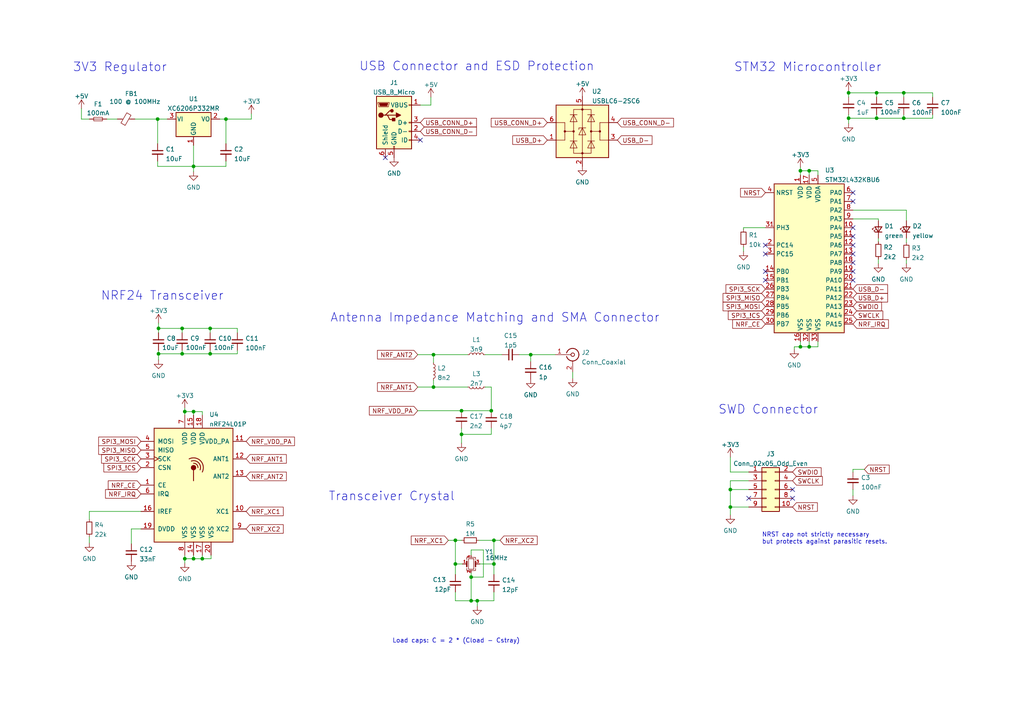
<source format=kicad_sch>
(kicad_sch (version 20211123) (generator eeschema)

  (uuid e63e39d7-6ac0-4ffd-8aa3-1841a4541b55)

  (paper "A4")

  (title_block
    (title "STM32RF")
    (date "2023-01-05")
    (rev "0.1v")
    (company "Majdbiw4200")
  )

  (lib_symbols
    (symbol "Connector:Conn_Coaxial" (pin_names (offset 1.016) hide) (in_bom yes) (on_board yes)
      (property "Reference" "J" (id 0) (at 0.254 3.048 0)
        (effects (font (size 1.27 1.27)))
      )
      (property "Value" "Conn_Coaxial" (id 1) (at 2.921 0 90)
        (effects (font (size 1.27 1.27)))
      )
      (property "Footprint" "" (id 2) (at 0 0 0)
        (effects (font (size 1.27 1.27)) hide)
      )
      (property "Datasheet" " ~" (id 3) (at 0 0 0)
        (effects (font (size 1.27 1.27)) hide)
      )
      (property "ki_keywords" "BNC SMA SMB SMC LEMO coaxial connector CINCH RCA" (id 4) (at 0 0 0)
        (effects (font (size 1.27 1.27)) hide)
      )
      (property "ki_description" "coaxial connector (BNC, SMA, SMB, SMC, Cinch/RCA, LEMO, ...)" (id 5) (at 0 0 0)
        (effects (font (size 1.27 1.27)) hide)
      )
      (property "ki_fp_filters" "*BNC* *SMA* *SMB* *SMC* *Cinch* *LEMO*" (id 6) (at 0 0 0)
        (effects (font (size 1.27 1.27)) hide)
      )
      (symbol "Conn_Coaxial_0_1"
        (arc (start -1.778 -0.508) (mid 0.222 -1.808) (end 1.778 0)
          (stroke (width 0.254) (type default) (color 0 0 0 0))
          (fill (type none))
        )
        (polyline
          (pts
            (xy -2.54 0)
            (xy -0.508 0)
          )
          (stroke (width 0) (type default) (color 0 0 0 0))
          (fill (type none))
        )
        (polyline
          (pts
            (xy 0 -2.54)
            (xy 0 -1.778)
          )
          (stroke (width 0) (type default) (color 0 0 0 0))
          (fill (type none))
        )
        (circle (center 0 0) (radius 0.508)
          (stroke (width 0.2032) (type default) (color 0 0 0 0))
          (fill (type none))
        )
        (arc (start 1.778 0) (mid 0.222 1.8083) (end -1.778 0.508)
          (stroke (width 0.254) (type default) (color 0 0 0 0))
          (fill (type none))
        )
      )
      (symbol "Conn_Coaxial_1_1"
        (pin passive line (at -5.08 0 0) (length 2.54)
          (name "In" (effects (font (size 1.27 1.27))))
          (number "1" (effects (font (size 1.27 1.27))))
        )
        (pin passive line (at 0 -5.08 90) (length 2.54)
          (name "Ext" (effects (font (size 1.27 1.27))))
          (number "2" (effects (font (size 1.27 1.27))))
        )
      )
    )
    (symbol "Connector:USB_B_Micro" (pin_names (offset 1.016)) (in_bom yes) (on_board yes)
      (property "Reference" "J" (id 0) (at -5.08 11.43 0)
        (effects (font (size 1.27 1.27)) (justify left))
      )
      (property "Value" "USB_B_Micro" (id 1) (at -5.08 8.89 0)
        (effects (font (size 1.27 1.27)) (justify left))
      )
      (property "Footprint" "" (id 2) (at 3.81 -1.27 0)
        (effects (font (size 1.27 1.27)) hide)
      )
      (property "Datasheet" "~" (id 3) (at 3.81 -1.27 0)
        (effects (font (size 1.27 1.27)) hide)
      )
      (property "ki_keywords" "connector USB micro" (id 4) (at 0 0 0)
        (effects (font (size 1.27 1.27)) hide)
      )
      (property "ki_description" "USB Micro Type B connector" (id 5) (at 0 0 0)
        (effects (font (size 1.27 1.27)) hide)
      )
      (property "ki_fp_filters" "USB*" (id 6) (at 0 0 0)
        (effects (font (size 1.27 1.27)) hide)
      )
      (symbol "USB_B_Micro_0_1"
        (rectangle (start -5.08 -7.62) (end 5.08 7.62)
          (stroke (width 0.254) (type default) (color 0 0 0 0))
          (fill (type background))
        )
        (circle (center -3.81 2.159) (radius 0.635)
          (stroke (width 0.254) (type default) (color 0 0 0 0))
          (fill (type outline))
        )
        (circle (center -0.635 3.429) (radius 0.381)
          (stroke (width 0.254) (type default) (color 0 0 0 0))
          (fill (type outline))
        )
        (rectangle (start -0.127 -7.62) (end 0.127 -6.858)
          (stroke (width 0) (type default) (color 0 0 0 0))
          (fill (type none))
        )
        (polyline
          (pts
            (xy -1.905 2.159)
            (xy 0.635 2.159)
          )
          (stroke (width 0.254) (type default) (color 0 0 0 0))
          (fill (type none))
        )
        (polyline
          (pts
            (xy -3.175 2.159)
            (xy -2.54 2.159)
            (xy -1.27 3.429)
            (xy -0.635 3.429)
          )
          (stroke (width 0.254) (type default) (color 0 0 0 0))
          (fill (type none))
        )
        (polyline
          (pts
            (xy -2.54 2.159)
            (xy -1.905 2.159)
            (xy -1.27 0.889)
            (xy 0 0.889)
          )
          (stroke (width 0.254) (type default) (color 0 0 0 0))
          (fill (type none))
        )
        (polyline
          (pts
            (xy 0.635 2.794)
            (xy 0.635 1.524)
            (xy 1.905 2.159)
            (xy 0.635 2.794)
          )
          (stroke (width 0.254) (type default) (color 0 0 0 0))
          (fill (type outline))
        )
        (polyline
          (pts
            (xy -4.318 5.588)
            (xy -1.778 5.588)
            (xy -2.032 4.826)
            (xy -4.064 4.826)
            (xy -4.318 5.588)
          )
          (stroke (width 0) (type default) (color 0 0 0 0))
          (fill (type outline))
        )
        (polyline
          (pts
            (xy -4.699 5.842)
            (xy -4.699 5.588)
            (xy -4.445 4.826)
            (xy -4.445 4.572)
            (xy -1.651 4.572)
            (xy -1.651 4.826)
            (xy -1.397 5.588)
            (xy -1.397 5.842)
            (xy -4.699 5.842)
          )
          (stroke (width 0) (type default) (color 0 0 0 0))
          (fill (type none))
        )
        (rectangle (start 0.254 1.27) (end -0.508 0.508)
          (stroke (width 0.254) (type default) (color 0 0 0 0))
          (fill (type outline))
        )
        (rectangle (start 5.08 -5.207) (end 4.318 -4.953)
          (stroke (width 0) (type default) (color 0 0 0 0))
          (fill (type none))
        )
        (rectangle (start 5.08 -2.667) (end 4.318 -2.413)
          (stroke (width 0) (type default) (color 0 0 0 0))
          (fill (type none))
        )
        (rectangle (start 5.08 -0.127) (end 4.318 0.127)
          (stroke (width 0) (type default) (color 0 0 0 0))
          (fill (type none))
        )
        (rectangle (start 5.08 4.953) (end 4.318 5.207)
          (stroke (width 0) (type default) (color 0 0 0 0))
          (fill (type none))
        )
      )
      (symbol "USB_B_Micro_1_1"
        (pin power_out line (at 7.62 5.08 180) (length 2.54)
          (name "VBUS" (effects (font (size 1.27 1.27))))
          (number "1" (effects (font (size 1.27 1.27))))
        )
        (pin bidirectional line (at 7.62 -2.54 180) (length 2.54)
          (name "D-" (effects (font (size 1.27 1.27))))
          (number "2" (effects (font (size 1.27 1.27))))
        )
        (pin bidirectional line (at 7.62 0 180) (length 2.54)
          (name "D+" (effects (font (size 1.27 1.27))))
          (number "3" (effects (font (size 1.27 1.27))))
        )
        (pin passive line (at 7.62 -5.08 180) (length 2.54)
          (name "ID" (effects (font (size 1.27 1.27))))
          (number "4" (effects (font (size 1.27 1.27))))
        )
        (pin power_out line (at 0 -10.16 90) (length 2.54)
          (name "GND" (effects (font (size 1.27 1.27))))
          (number "5" (effects (font (size 1.27 1.27))))
        )
        (pin passive line (at -2.54 -10.16 90) (length 2.54)
          (name "Shield" (effects (font (size 1.27 1.27))))
          (number "6" (effects (font (size 1.27 1.27))))
        )
      )
    )
    (symbol "Connector_Generic:Conn_02x05_Odd_Even" (pin_names (offset 1.016) hide) (in_bom yes) (on_board yes)
      (property "Reference" "J" (id 0) (at 1.27 7.62 0)
        (effects (font (size 1.27 1.27)))
      )
      (property "Value" "Conn_02x05_Odd_Even" (id 1) (at 1.27 -7.62 0)
        (effects (font (size 1.27 1.27)))
      )
      (property "Footprint" "" (id 2) (at 0 0 0)
        (effects (font (size 1.27 1.27)) hide)
      )
      (property "Datasheet" "~" (id 3) (at 0 0 0)
        (effects (font (size 1.27 1.27)) hide)
      )
      (property "ki_keywords" "connector" (id 4) (at 0 0 0)
        (effects (font (size 1.27 1.27)) hide)
      )
      (property "ki_description" "Generic connector, double row, 02x05, odd/even pin numbering scheme (row 1 odd numbers, row 2 even numbers), script generated (kicad-library-utils/schlib/autogen/connector/)" (id 5) (at 0 0 0)
        (effects (font (size 1.27 1.27)) hide)
      )
      (property "ki_fp_filters" "Connector*:*_2x??_*" (id 6) (at 0 0 0)
        (effects (font (size 1.27 1.27)) hide)
      )
      (symbol "Conn_02x05_Odd_Even_1_1"
        (rectangle (start -1.27 -4.953) (end 0 -5.207)
          (stroke (width 0.1524) (type default) (color 0 0 0 0))
          (fill (type none))
        )
        (rectangle (start -1.27 -2.413) (end 0 -2.667)
          (stroke (width 0.1524) (type default) (color 0 0 0 0))
          (fill (type none))
        )
        (rectangle (start -1.27 0.127) (end 0 -0.127)
          (stroke (width 0.1524) (type default) (color 0 0 0 0))
          (fill (type none))
        )
        (rectangle (start -1.27 2.667) (end 0 2.413)
          (stroke (width 0.1524) (type default) (color 0 0 0 0))
          (fill (type none))
        )
        (rectangle (start -1.27 5.207) (end 0 4.953)
          (stroke (width 0.1524) (type default) (color 0 0 0 0))
          (fill (type none))
        )
        (rectangle (start -1.27 6.35) (end 3.81 -6.35)
          (stroke (width 0.254) (type default) (color 0 0 0 0))
          (fill (type background))
        )
        (rectangle (start 3.81 -4.953) (end 2.54 -5.207)
          (stroke (width 0.1524) (type default) (color 0 0 0 0))
          (fill (type none))
        )
        (rectangle (start 3.81 -2.413) (end 2.54 -2.667)
          (stroke (width 0.1524) (type default) (color 0 0 0 0))
          (fill (type none))
        )
        (rectangle (start 3.81 0.127) (end 2.54 -0.127)
          (stroke (width 0.1524) (type default) (color 0 0 0 0))
          (fill (type none))
        )
        (rectangle (start 3.81 2.667) (end 2.54 2.413)
          (stroke (width 0.1524) (type default) (color 0 0 0 0))
          (fill (type none))
        )
        (rectangle (start 3.81 5.207) (end 2.54 4.953)
          (stroke (width 0.1524) (type default) (color 0 0 0 0))
          (fill (type none))
        )
        (pin passive line (at -5.08 5.08 0) (length 3.81)
          (name "Pin_1" (effects (font (size 1.27 1.27))))
          (number "1" (effects (font (size 1.27 1.27))))
        )
        (pin passive line (at 7.62 -5.08 180) (length 3.81)
          (name "Pin_10" (effects (font (size 1.27 1.27))))
          (number "10" (effects (font (size 1.27 1.27))))
        )
        (pin passive line (at 7.62 5.08 180) (length 3.81)
          (name "Pin_2" (effects (font (size 1.27 1.27))))
          (number "2" (effects (font (size 1.27 1.27))))
        )
        (pin passive line (at -5.08 2.54 0) (length 3.81)
          (name "Pin_3" (effects (font (size 1.27 1.27))))
          (number "3" (effects (font (size 1.27 1.27))))
        )
        (pin passive line (at 7.62 2.54 180) (length 3.81)
          (name "Pin_4" (effects (font (size 1.27 1.27))))
          (number "4" (effects (font (size 1.27 1.27))))
        )
        (pin passive line (at -5.08 0 0) (length 3.81)
          (name "Pin_5" (effects (font (size 1.27 1.27))))
          (number "5" (effects (font (size 1.27 1.27))))
        )
        (pin passive line (at 7.62 0 180) (length 3.81)
          (name "Pin_6" (effects (font (size 1.27 1.27))))
          (number "6" (effects (font (size 1.27 1.27))))
        )
        (pin passive line (at -5.08 -2.54 0) (length 3.81)
          (name "Pin_7" (effects (font (size 1.27 1.27))))
          (number "7" (effects (font (size 1.27 1.27))))
        )
        (pin passive line (at 7.62 -2.54 180) (length 3.81)
          (name "Pin_8" (effects (font (size 1.27 1.27))))
          (number "8" (effects (font (size 1.27 1.27))))
        )
        (pin passive line (at -5.08 -5.08 0) (length 3.81)
          (name "Pin_9" (effects (font (size 1.27 1.27))))
          (number "9" (effects (font (size 1.27 1.27))))
        )
      )
    )
    (symbol "Device:C_Small" (pin_numbers hide) (pin_names (offset 0.254) hide) (in_bom yes) (on_board yes)
      (property "Reference" "C" (id 0) (at 0.254 1.778 0)
        (effects (font (size 1.27 1.27)) (justify left))
      )
      (property "Value" "C_Small" (id 1) (at 0.254 -2.032 0)
        (effects (font (size 1.27 1.27)) (justify left))
      )
      (property "Footprint" "" (id 2) (at 0 0 0)
        (effects (font (size 1.27 1.27)) hide)
      )
      (property "Datasheet" "~" (id 3) (at 0 0 0)
        (effects (font (size 1.27 1.27)) hide)
      )
      (property "ki_keywords" "capacitor cap" (id 4) (at 0 0 0)
        (effects (font (size 1.27 1.27)) hide)
      )
      (property "ki_description" "Unpolarized capacitor, small symbol" (id 5) (at 0 0 0)
        (effects (font (size 1.27 1.27)) hide)
      )
      (property "ki_fp_filters" "C_*" (id 6) (at 0 0 0)
        (effects (font (size 1.27 1.27)) hide)
      )
      (symbol "C_Small_0_1"
        (polyline
          (pts
            (xy -1.524 -0.508)
            (xy 1.524 -0.508)
          )
          (stroke (width 0.3302) (type default) (color 0 0 0 0))
          (fill (type none))
        )
        (polyline
          (pts
            (xy -1.524 0.508)
            (xy 1.524 0.508)
          )
          (stroke (width 0.3048) (type default) (color 0 0 0 0))
          (fill (type none))
        )
      )
      (symbol "C_Small_1_1"
        (pin passive line (at 0 2.54 270) (length 2.032)
          (name "~" (effects (font (size 1.27 1.27))))
          (number "1" (effects (font (size 1.27 1.27))))
        )
        (pin passive line (at 0 -2.54 90) (length 2.032)
          (name "~" (effects (font (size 1.27 1.27))))
          (number "2" (effects (font (size 1.27 1.27))))
        )
      )
    )
    (symbol "Device:Crystal_GND24_Small" (pin_names (offset 1.016) hide) (in_bom yes) (on_board yes)
      (property "Reference" "Y" (id 0) (at 1.27 4.445 0)
        (effects (font (size 1.27 1.27)) (justify left))
      )
      (property "Value" "Crystal_GND24_Small" (id 1) (at 1.27 2.54 0)
        (effects (font (size 1.27 1.27)) (justify left))
      )
      (property "Footprint" "" (id 2) (at 0 0 0)
        (effects (font (size 1.27 1.27)) hide)
      )
      (property "Datasheet" "~" (id 3) (at 0 0 0)
        (effects (font (size 1.27 1.27)) hide)
      )
      (property "ki_keywords" "quartz ceramic resonator oscillator" (id 4) (at 0 0 0)
        (effects (font (size 1.27 1.27)) hide)
      )
      (property "ki_description" "Four pin crystal, GND on pins 2 and 4, small symbol" (id 5) (at 0 0 0)
        (effects (font (size 1.27 1.27)) hide)
      )
      (property "ki_fp_filters" "Crystal*" (id 6) (at 0 0 0)
        (effects (font (size 1.27 1.27)) hide)
      )
      (symbol "Crystal_GND24_Small_0_1"
        (rectangle (start -0.762 -1.524) (end 0.762 1.524)
          (stroke (width 0) (type default) (color 0 0 0 0))
          (fill (type none))
        )
        (polyline
          (pts
            (xy -1.27 -0.762)
            (xy -1.27 0.762)
          )
          (stroke (width 0.381) (type default) (color 0 0 0 0))
          (fill (type none))
        )
        (polyline
          (pts
            (xy 1.27 -0.762)
            (xy 1.27 0.762)
          )
          (stroke (width 0.381) (type default) (color 0 0 0 0))
          (fill (type none))
        )
        (polyline
          (pts
            (xy -1.27 -1.27)
            (xy -1.27 -1.905)
            (xy 1.27 -1.905)
            (xy 1.27 -1.27)
          )
          (stroke (width 0) (type default) (color 0 0 0 0))
          (fill (type none))
        )
        (polyline
          (pts
            (xy -1.27 1.27)
            (xy -1.27 1.905)
            (xy 1.27 1.905)
            (xy 1.27 1.27)
          )
          (stroke (width 0) (type default) (color 0 0 0 0))
          (fill (type none))
        )
      )
      (symbol "Crystal_GND24_Small_1_1"
        (pin passive line (at -2.54 0 0) (length 1.27)
          (name "1" (effects (font (size 1.27 1.27))))
          (number "1" (effects (font (size 0.762 0.762))))
        )
        (pin passive line (at 0 -2.54 90) (length 0.635)
          (name "2" (effects (font (size 1.27 1.27))))
          (number "2" (effects (font (size 0.762 0.762))))
        )
        (pin passive line (at 2.54 0 180) (length 1.27)
          (name "3" (effects (font (size 1.27 1.27))))
          (number "3" (effects (font (size 0.762 0.762))))
        )
        (pin passive line (at 0 2.54 270) (length 0.635)
          (name "4" (effects (font (size 1.27 1.27))))
          (number "4" (effects (font (size 0.762 0.762))))
        )
      )
    )
    (symbol "Device:FerriteBead_Small" (pin_numbers hide) (pin_names (offset 0)) (in_bom yes) (on_board yes)
      (property "Reference" "FB" (id 0) (at 1.905 1.27 0)
        (effects (font (size 1.27 1.27)) (justify left))
      )
      (property "Value" "FerriteBead_Small" (id 1) (at 1.905 -1.27 0)
        (effects (font (size 1.27 1.27)) (justify left))
      )
      (property "Footprint" "" (id 2) (at -1.778 0 90)
        (effects (font (size 1.27 1.27)) hide)
      )
      (property "Datasheet" "~" (id 3) (at 0 0 0)
        (effects (font (size 1.27 1.27)) hide)
      )
      (property "ki_keywords" "L ferrite bead inductor filter" (id 4) (at 0 0 0)
        (effects (font (size 1.27 1.27)) hide)
      )
      (property "ki_description" "Ferrite bead, small symbol" (id 5) (at 0 0 0)
        (effects (font (size 1.27 1.27)) hide)
      )
      (property "ki_fp_filters" "Inductor_* L_* *Ferrite*" (id 6) (at 0 0 0)
        (effects (font (size 1.27 1.27)) hide)
      )
      (symbol "FerriteBead_Small_0_1"
        (polyline
          (pts
            (xy 0 -1.27)
            (xy 0 -0.7874)
          )
          (stroke (width 0) (type default) (color 0 0 0 0))
          (fill (type none))
        )
        (polyline
          (pts
            (xy 0 0.889)
            (xy 0 1.2954)
          )
          (stroke (width 0) (type default) (color 0 0 0 0))
          (fill (type none))
        )
        (polyline
          (pts
            (xy -1.8288 0.2794)
            (xy -1.1176 1.4986)
            (xy 1.8288 -0.2032)
            (xy 1.1176 -1.4224)
            (xy -1.8288 0.2794)
          )
          (stroke (width 0) (type default) (color 0 0 0 0))
          (fill (type none))
        )
      )
      (symbol "FerriteBead_Small_1_1"
        (pin passive line (at 0 2.54 270) (length 1.27)
          (name "~" (effects (font (size 1.27 1.27))))
          (number "1" (effects (font (size 1.27 1.27))))
        )
        (pin passive line (at 0 -2.54 90) (length 1.27)
          (name "~" (effects (font (size 1.27 1.27))))
          (number "2" (effects (font (size 1.27 1.27))))
        )
      )
    )
    (symbol "Device:Fuse_Small" (pin_numbers hide) (pin_names (offset 0.254) hide) (in_bom yes) (on_board yes)
      (property "Reference" "F" (id 0) (at 0 -1.524 0)
        (effects (font (size 1.27 1.27)))
      )
      (property "Value" "Fuse_Small" (id 1) (at 0 1.524 0)
        (effects (font (size 1.27 1.27)))
      )
      (property "Footprint" "" (id 2) (at 0 0 0)
        (effects (font (size 1.27 1.27)) hide)
      )
      (property "Datasheet" "~" (id 3) (at 0 0 0)
        (effects (font (size 1.27 1.27)) hide)
      )
      (property "ki_keywords" "fuse" (id 4) (at 0 0 0)
        (effects (font (size 1.27 1.27)) hide)
      )
      (property "ki_description" "Fuse, small symbol" (id 5) (at 0 0 0)
        (effects (font (size 1.27 1.27)) hide)
      )
      (property "ki_fp_filters" "SM*" (id 6) (at 0 0 0)
        (effects (font (size 1.27 1.27)) hide)
      )
      (symbol "Fuse_Small_0_1"
        (rectangle (start -1.27 0.508) (end 1.27 -0.508)
          (stroke (width 0) (type default) (color 0 0 0 0))
          (fill (type none))
        )
        (polyline
          (pts
            (xy -1.27 0)
            (xy 1.27 0)
          )
          (stroke (width 0) (type default) (color 0 0 0 0))
          (fill (type none))
        )
      )
      (symbol "Fuse_Small_1_1"
        (pin passive line (at -2.54 0 0) (length 1.27)
          (name "~" (effects (font (size 1.27 1.27))))
          (number "1" (effects (font (size 1.27 1.27))))
        )
        (pin passive line (at 2.54 0 180) (length 1.27)
          (name "~" (effects (font (size 1.27 1.27))))
          (number "2" (effects (font (size 1.27 1.27))))
        )
      )
    )
    (symbol "Device:LED_Small" (pin_numbers hide) (pin_names (offset 0.254) hide) (in_bom yes) (on_board yes)
      (property "Reference" "D" (id 0) (at -1.27 3.175 0)
        (effects (font (size 1.27 1.27)) (justify left))
      )
      (property "Value" "LED_Small" (id 1) (at -4.445 -2.54 0)
        (effects (font (size 1.27 1.27)) (justify left))
      )
      (property "Footprint" "" (id 2) (at 0 0 90)
        (effects (font (size 1.27 1.27)) hide)
      )
      (property "Datasheet" "~" (id 3) (at 0 0 90)
        (effects (font (size 1.27 1.27)) hide)
      )
      (property "ki_keywords" "LED diode light-emitting-diode" (id 4) (at 0 0 0)
        (effects (font (size 1.27 1.27)) hide)
      )
      (property "ki_description" "Light emitting diode, small symbol" (id 5) (at 0 0 0)
        (effects (font (size 1.27 1.27)) hide)
      )
      (property "ki_fp_filters" "LED* LED_SMD:* LED_THT:*" (id 6) (at 0 0 0)
        (effects (font (size 1.27 1.27)) hide)
      )
      (symbol "LED_Small_0_1"
        (polyline
          (pts
            (xy -0.762 -1.016)
            (xy -0.762 1.016)
          )
          (stroke (width 0.254) (type default) (color 0 0 0 0))
          (fill (type none))
        )
        (polyline
          (pts
            (xy 1.016 0)
            (xy -0.762 0)
          )
          (stroke (width 0) (type default) (color 0 0 0 0))
          (fill (type none))
        )
        (polyline
          (pts
            (xy 0.762 -1.016)
            (xy -0.762 0)
            (xy 0.762 1.016)
            (xy 0.762 -1.016)
          )
          (stroke (width 0.254) (type default) (color 0 0 0 0))
          (fill (type none))
        )
        (polyline
          (pts
            (xy 0 0.762)
            (xy -0.508 1.27)
            (xy -0.254 1.27)
            (xy -0.508 1.27)
            (xy -0.508 1.016)
          )
          (stroke (width 0) (type default) (color 0 0 0 0))
          (fill (type none))
        )
        (polyline
          (pts
            (xy 0.508 1.27)
            (xy 0 1.778)
            (xy 0.254 1.778)
            (xy 0 1.778)
            (xy 0 1.524)
          )
          (stroke (width 0) (type default) (color 0 0 0 0))
          (fill (type none))
        )
      )
      (symbol "LED_Small_1_1"
        (pin passive line (at -2.54 0 0) (length 1.778)
          (name "K" (effects (font (size 1.27 1.27))))
          (number "1" (effects (font (size 1.27 1.27))))
        )
        (pin passive line (at 2.54 0 180) (length 1.778)
          (name "A" (effects (font (size 1.27 1.27))))
          (number "2" (effects (font (size 1.27 1.27))))
        )
      )
    )
    (symbol "Device:L_Small" (pin_numbers hide) (pin_names (offset 0.254) hide) (in_bom yes) (on_board yes)
      (property "Reference" "L" (id 0) (at 0.762 1.016 0)
        (effects (font (size 1.27 1.27)) (justify left))
      )
      (property "Value" "L_Small" (id 1) (at 0.762 -1.016 0)
        (effects (font (size 1.27 1.27)) (justify left))
      )
      (property "Footprint" "" (id 2) (at 0 0 0)
        (effects (font (size 1.27 1.27)) hide)
      )
      (property "Datasheet" "~" (id 3) (at 0 0 0)
        (effects (font (size 1.27 1.27)) hide)
      )
      (property "ki_keywords" "inductor choke coil reactor magnetic" (id 4) (at 0 0 0)
        (effects (font (size 1.27 1.27)) hide)
      )
      (property "ki_description" "Inductor, small symbol" (id 5) (at 0 0 0)
        (effects (font (size 1.27 1.27)) hide)
      )
      (property "ki_fp_filters" "Choke_* *Coil* Inductor_* L_*" (id 6) (at 0 0 0)
        (effects (font (size 1.27 1.27)) hide)
      )
      (symbol "L_Small_0_1"
        (arc (start 0 -2.032) (mid 0.508 -1.524) (end 0 -1.016)
          (stroke (width 0) (type default) (color 0 0 0 0))
          (fill (type none))
        )
        (arc (start 0 -1.016) (mid 0.508 -0.508) (end 0 0)
          (stroke (width 0) (type default) (color 0 0 0 0))
          (fill (type none))
        )
        (arc (start 0 0) (mid 0.508 0.508) (end 0 1.016)
          (stroke (width 0) (type default) (color 0 0 0 0))
          (fill (type none))
        )
        (arc (start 0 1.016) (mid 0.508 1.524) (end 0 2.032)
          (stroke (width 0) (type default) (color 0 0 0 0))
          (fill (type none))
        )
      )
      (symbol "L_Small_1_1"
        (pin passive line (at 0 2.54 270) (length 0.508)
          (name "~" (effects (font (size 1.27 1.27))))
          (number "1" (effects (font (size 1.27 1.27))))
        )
        (pin passive line (at 0 -2.54 90) (length 0.508)
          (name "~" (effects (font (size 1.27 1.27))))
          (number "2" (effects (font (size 1.27 1.27))))
        )
      )
    )
    (symbol "Device:R_Small" (pin_numbers hide) (pin_names (offset 0.254) hide) (in_bom yes) (on_board yes)
      (property "Reference" "R" (id 0) (at 0.762 0.508 0)
        (effects (font (size 1.27 1.27)) (justify left))
      )
      (property "Value" "R_Small" (id 1) (at 0.762 -1.016 0)
        (effects (font (size 1.27 1.27)) (justify left))
      )
      (property "Footprint" "" (id 2) (at 0 0 0)
        (effects (font (size 1.27 1.27)) hide)
      )
      (property "Datasheet" "~" (id 3) (at 0 0 0)
        (effects (font (size 1.27 1.27)) hide)
      )
      (property "ki_keywords" "R resistor" (id 4) (at 0 0 0)
        (effects (font (size 1.27 1.27)) hide)
      )
      (property "ki_description" "Resistor, small symbol" (id 5) (at 0 0 0)
        (effects (font (size 1.27 1.27)) hide)
      )
      (property "ki_fp_filters" "R_*" (id 6) (at 0 0 0)
        (effects (font (size 1.27 1.27)) hide)
      )
      (symbol "R_Small_0_1"
        (rectangle (start -0.762 1.778) (end 0.762 -1.778)
          (stroke (width 0.2032) (type default) (color 0 0 0 0))
          (fill (type none))
        )
      )
      (symbol "R_Small_1_1"
        (pin passive line (at 0 2.54 270) (length 0.762)
          (name "~" (effects (font (size 1.27 1.27))))
          (number "1" (effects (font (size 1.27 1.27))))
        )
        (pin passive line (at 0 -2.54 90) (length 0.762)
          (name "~" (effects (font (size 1.27 1.27))))
          (number "2" (effects (font (size 1.27 1.27))))
        )
      )
    )
    (symbol "MCU_ST_STM32L4:STM32L432KBUx" (in_bom yes) (on_board yes)
      (property "Reference" "U" (id 0) (at -10.16 21.59 0)
        (effects (font (size 1.27 1.27)) (justify left))
      )
      (property "Value" "STM32L432KBUx" (id 1) (at 5.08 21.59 0)
        (effects (font (size 1.27 1.27)) (justify left))
      )
      (property "Footprint" "Package_DFN_QFN:QFN-32-1EP_5x5mm_P0.5mm_EP3.45x3.45mm" (id 2) (at -10.16 -22.86 0)
        (effects (font (size 1.27 1.27)) (justify right) hide)
      )
      (property "Datasheet" "http://www.st.com/st-web-ui/static/active/en/resource/technical/document/datasheet/DM00257205.pdf" (id 3) (at 0 0 0)
        (effects (font (size 1.27 1.27)) hide)
      )
      (property "ki_keywords" "ARM Cortex-M4 STM32L4 STM32L4x2" (id 4) (at 0 0 0)
        (effects (font (size 1.27 1.27)) hide)
      )
      (property "ki_description" "ARM Cortex-M4 MCU, 128KB flash, 64KB RAM, 80MHz, 1.71-3.6V, 26 GPIO, UFQFPN-32" (id 5) (at 0 0 0)
        (effects (font (size 1.27 1.27)) hide)
      )
      (property "ki_fp_filters" "QFN*1EP*5x5mm*P0.5mm*" (id 6) (at 0 0 0)
        (effects (font (size 1.27 1.27)) hide)
      )
      (symbol "STM32L432KBUx_0_1"
        (rectangle (start -10.16 -22.86) (end 10.16 20.32)
          (stroke (width 0.254) (type default) (color 0 0 0 0))
          (fill (type background))
        )
      )
      (symbol "STM32L432KBUx_1_1"
        (pin power_in line (at -2.54 22.86 270) (length 2.54)
          (name "VDD" (effects (font (size 1.27 1.27))))
          (number "1" (effects (font (size 1.27 1.27))))
        )
        (pin bidirectional line (at 12.7 7.62 180) (length 2.54)
          (name "PA4" (effects (font (size 1.27 1.27))))
          (number "10" (effects (font (size 1.27 1.27))))
        )
        (pin bidirectional line (at 12.7 5.08 180) (length 2.54)
          (name "PA5" (effects (font (size 1.27 1.27))))
          (number "11" (effects (font (size 1.27 1.27))))
        )
        (pin bidirectional line (at 12.7 2.54 180) (length 2.54)
          (name "PA6" (effects (font (size 1.27 1.27))))
          (number "12" (effects (font (size 1.27 1.27))))
        )
        (pin bidirectional line (at 12.7 0 180) (length 2.54)
          (name "PA7" (effects (font (size 1.27 1.27))))
          (number "13" (effects (font (size 1.27 1.27))))
        )
        (pin bidirectional line (at -12.7 -5.08 0) (length 2.54)
          (name "PB0" (effects (font (size 1.27 1.27))))
          (number "14" (effects (font (size 1.27 1.27))))
        )
        (pin bidirectional line (at -12.7 -7.62 0) (length 2.54)
          (name "PB1" (effects (font (size 1.27 1.27))))
          (number "15" (effects (font (size 1.27 1.27))))
        )
        (pin power_in line (at -2.54 -25.4 90) (length 2.54)
          (name "VSS" (effects (font (size 1.27 1.27))))
          (number "16" (effects (font (size 1.27 1.27))))
        )
        (pin power_in line (at 0 22.86 270) (length 2.54)
          (name "VDD" (effects (font (size 1.27 1.27))))
          (number "17" (effects (font (size 1.27 1.27))))
        )
        (pin bidirectional line (at 12.7 -2.54 180) (length 2.54)
          (name "PA8" (effects (font (size 1.27 1.27))))
          (number "18" (effects (font (size 1.27 1.27))))
        )
        (pin bidirectional line (at 12.7 -5.08 180) (length 2.54)
          (name "PA9" (effects (font (size 1.27 1.27))))
          (number "19" (effects (font (size 1.27 1.27))))
        )
        (pin bidirectional line (at -12.7 2.54 0) (length 2.54)
          (name "PC14" (effects (font (size 1.27 1.27))))
          (number "2" (effects (font (size 1.27 1.27))))
        )
        (pin bidirectional line (at 12.7 -7.62 180) (length 2.54)
          (name "PA10" (effects (font (size 1.27 1.27))))
          (number "20" (effects (font (size 1.27 1.27))))
        )
        (pin bidirectional line (at 12.7 -10.16 180) (length 2.54)
          (name "PA11" (effects (font (size 1.27 1.27))))
          (number "21" (effects (font (size 1.27 1.27))))
        )
        (pin bidirectional line (at 12.7 -12.7 180) (length 2.54)
          (name "PA12" (effects (font (size 1.27 1.27))))
          (number "22" (effects (font (size 1.27 1.27))))
        )
        (pin bidirectional line (at 12.7 -15.24 180) (length 2.54)
          (name "PA13" (effects (font (size 1.27 1.27))))
          (number "23" (effects (font (size 1.27 1.27))))
        )
        (pin bidirectional line (at 12.7 -17.78 180) (length 2.54)
          (name "PA14" (effects (font (size 1.27 1.27))))
          (number "24" (effects (font (size 1.27 1.27))))
        )
        (pin bidirectional line (at 12.7 -20.32 180) (length 2.54)
          (name "PA15" (effects (font (size 1.27 1.27))))
          (number "25" (effects (font (size 1.27 1.27))))
        )
        (pin bidirectional line (at -12.7 -10.16 0) (length 2.54)
          (name "PB3" (effects (font (size 1.27 1.27))))
          (number "26" (effects (font (size 1.27 1.27))))
        )
        (pin bidirectional line (at -12.7 -12.7 0) (length 2.54)
          (name "PB4" (effects (font (size 1.27 1.27))))
          (number "27" (effects (font (size 1.27 1.27))))
        )
        (pin bidirectional line (at -12.7 -15.24 0) (length 2.54)
          (name "PB5" (effects (font (size 1.27 1.27))))
          (number "28" (effects (font (size 1.27 1.27))))
        )
        (pin bidirectional line (at -12.7 -17.78 0) (length 2.54)
          (name "PB6" (effects (font (size 1.27 1.27))))
          (number "29" (effects (font (size 1.27 1.27))))
        )
        (pin bidirectional line (at -12.7 0 0) (length 2.54)
          (name "PC15" (effects (font (size 1.27 1.27))))
          (number "3" (effects (font (size 1.27 1.27))))
        )
        (pin bidirectional line (at -12.7 -20.32 0) (length 2.54)
          (name "PB7" (effects (font (size 1.27 1.27))))
          (number "30" (effects (font (size 1.27 1.27))))
        )
        (pin bidirectional line (at -12.7 7.62 0) (length 2.54)
          (name "PH3" (effects (font (size 1.27 1.27))))
          (number "31" (effects (font (size 1.27 1.27))))
        )
        (pin power_in line (at 0 -25.4 90) (length 2.54)
          (name "VSS" (effects (font (size 1.27 1.27))))
          (number "32" (effects (font (size 1.27 1.27))))
        )
        (pin power_in line (at 2.54 -25.4 90) (length 2.54)
          (name "VSS" (effects (font (size 1.27 1.27))))
          (number "33" (effects (font (size 1.27 1.27))))
        )
        (pin input line (at -12.7 17.78 0) (length 2.54)
          (name "NRST" (effects (font (size 1.27 1.27))))
          (number "4" (effects (font (size 1.27 1.27))))
        )
        (pin power_in line (at 2.54 22.86 270) (length 2.54)
          (name "VDDA" (effects (font (size 1.27 1.27))))
          (number "5" (effects (font (size 1.27 1.27))))
        )
        (pin bidirectional line (at 12.7 17.78 180) (length 2.54)
          (name "PA0" (effects (font (size 1.27 1.27))))
          (number "6" (effects (font (size 1.27 1.27))))
        )
        (pin bidirectional line (at 12.7 15.24 180) (length 2.54)
          (name "PA1" (effects (font (size 1.27 1.27))))
          (number "7" (effects (font (size 1.27 1.27))))
        )
        (pin bidirectional line (at 12.7 12.7 180) (length 2.54)
          (name "PA2" (effects (font (size 1.27 1.27))))
          (number "8" (effects (font (size 1.27 1.27))))
        )
        (pin bidirectional line (at 12.7 10.16 180) (length 2.54)
          (name "PA3" (effects (font (size 1.27 1.27))))
          (number "9" (effects (font (size 1.27 1.27))))
        )
      )
    )
    (symbol "Power_Protection:USBLC6-2SC6" (pin_names hide) (in_bom yes) (on_board yes)
      (property "Reference" "U" (id 0) (at 2.54 8.89 0)
        (effects (font (size 1.27 1.27)) (justify left))
      )
      (property "Value" "USBLC6-2SC6" (id 1) (at 2.54 -8.89 0)
        (effects (font (size 1.27 1.27)) (justify left))
      )
      (property "Footprint" "Package_TO_SOT_SMD:SOT-23-6" (id 2) (at 0 -12.7 0)
        (effects (font (size 1.27 1.27)) hide)
      )
      (property "Datasheet" "https://www.st.com/resource/en/datasheet/usblc6-2.pdf" (id 3) (at 5.08 8.89 0)
        (effects (font (size 1.27 1.27)) hide)
      )
      (property "ki_keywords" "usb ethernet video" (id 4) (at 0 0 0)
        (effects (font (size 1.27 1.27)) hide)
      )
      (property "ki_description" "Very low capacitance ESD protection diode, 2 data-line, SOT-23-6" (id 5) (at 0 0 0)
        (effects (font (size 1.27 1.27)) hide)
      )
      (property "ki_fp_filters" "SOT?23*" (id 6) (at 0 0 0)
        (effects (font (size 1.27 1.27)) hide)
      )
      (symbol "USBLC6-2SC6_0_1"
        (rectangle (start -7.62 -7.62) (end 7.62 7.62)
          (stroke (width 0.254) (type default) (color 0 0 0 0))
          (fill (type background))
        )
        (circle (center -5.08 0) (radius 0.254)
          (stroke (width 0) (type default) (color 0 0 0 0))
          (fill (type outline))
        )
        (circle (center -2.54 0) (radius 0.254)
          (stroke (width 0) (type default) (color 0 0 0 0))
          (fill (type outline))
        )
        (rectangle (start -2.54 6.35) (end 2.54 -6.35)
          (stroke (width 0) (type default) (color 0 0 0 0))
          (fill (type none))
        )
        (circle (center 0 -6.35) (radius 0.254)
          (stroke (width 0) (type default) (color 0 0 0 0))
          (fill (type outline))
        )
        (polyline
          (pts
            (xy -5.08 -2.54)
            (xy -7.62 -2.54)
          )
          (stroke (width 0) (type default) (color 0 0 0 0))
          (fill (type none))
        )
        (polyline
          (pts
            (xy -5.08 0)
            (xy -5.08 -2.54)
          )
          (stroke (width 0) (type default) (color 0 0 0 0))
          (fill (type none))
        )
        (polyline
          (pts
            (xy -5.08 2.54)
            (xy -7.62 2.54)
          )
          (stroke (width 0) (type default) (color 0 0 0 0))
          (fill (type none))
        )
        (polyline
          (pts
            (xy -1.524 -2.794)
            (xy -3.556 -2.794)
          )
          (stroke (width 0) (type default) (color 0 0 0 0))
          (fill (type none))
        )
        (polyline
          (pts
            (xy -1.524 4.826)
            (xy -3.556 4.826)
          )
          (stroke (width 0) (type default) (color 0 0 0 0))
          (fill (type none))
        )
        (polyline
          (pts
            (xy 0 -7.62)
            (xy 0 -6.35)
          )
          (stroke (width 0) (type default) (color 0 0 0 0))
          (fill (type none))
        )
        (polyline
          (pts
            (xy 0 -6.35)
            (xy 0 1.27)
          )
          (stroke (width 0) (type default) (color 0 0 0 0))
          (fill (type none))
        )
        (polyline
          (pts
            (xy 0 1.27)
            (xy 0 6.35)
          )
          (stroke (width 0) (type default) (color 0 0 0 0))
          (fill (type none))
        )
        (polyline
          (pts
            (xy 0 6.35)
            (xy 0 7.62)
          )
          (stroke (width 0) (type default) (color 0 0 0 0))
          (fill (type none))
        )
        (polyline
          (pts
            (xy 1.524 -2.794)
            (xy 3.556 -2.794)
          )
          (stroke (width 0) (type default) (color 0 0 0 0))
          (fill (type none))
        )
        (polyline
          (pts
            (xy 1.524 4.826)
            (xy 3.556 4.826)
          )
          (stroke (width 0) (type default) (color 0 0 0 0))
          (fill (type none))
        )
        (polyline
          (pts
            (xy 5.08 -2.54)
            (xy 7.62 -2.54)
          )
          (stroke (width 0) (type default) (color 0 0 0 0))
          (fill (type none))
        )
        (polyline
          (pts
            (xy 5.08 0)
            (xy 5.08 -2.54)
          )
          (stroke (width 0) (type default) (color 0 0 0 0))
          (fill (type none))
        )
        (polyline
          (pts
            (xy 5.08 2.54)
            (xy 7.62 2.54)
          )
          (stroke (width 0) (type default) (color 0 0 0 0))
          (fill (type none))
        )
        (polyline
          (pts
            (xy -2.54 0)
            (xy -5.08 0)
            (xy -5.08 2.54)
          )
          (stroke (width 0) (type default) (color 0 0 0 0))
          (fill (type none))
        )
        (polyline
          (pts
            (xy 2.54 0)
            (xy 5.08 0)
            (xy 5.08 2.54)
          )
          (stroke (width 0) (type default) (color 0 0 0 0))
          (fill (type none))
        )
        (polyline
          (pts
            (xy -3.556 -4.826)
            (xy -1.524 -4.826)
            (xy -2.54 -2.794)
            (xy -3.556 -4.826)
          )
          (stroke (width 0) (type default) (color 0 0 0 0))
          (fill (type none))
        )
        (polyline
          (pts
            (xy -3.556 2.794)
            (xy -1.524 2.794)
            (xy -2.54 4.826)
            (xy -3.556 2.794)
          )
          (stroke (width 0) (type default) (color 0 0 0 0))
          (fill (type none))
        )
        (polyline
          (pts
            (xy -1.016 -1.016)
            (xy 1.016 -1.016)
            (xy 0 1.016)
            (xy -1.016 -1.016)
          )
          (stroke (width 0) (type default) (color 0 0 0 0))
          (fill (type none))
        )
        (polyline
          (pts
            (xy 1.016 1.016)
            (xy 0.762 1.016)
            (xy -1.016 1.016)
            (xy -1.016 0.508)
          )
          (stroke (width 0) (type default) (color 0 0 0 0))
          (fill (type none))
        )
        (polyline
          (pts
            (xy 3.556 -4.826)
            (xy 1.524 -4.826)
            (xy 2.54 -2.794)
            (xy 3.556 -4.826)
          )
          (stroke (width 0) (type default) (color 0 0 0 0))
          (fill (type none))
        )
        (polyline
          (pts
            (xy 3.556 2.794)
            (xy 1.524 2.794)
            (xy 2.54 4.826)
            (xy 3.556 2.794)
          )
          (stroke (width 0) (type default) (color 0 0 0 0))
          (fill (type none))
        )
        (circle (center 0 6.35) (radius 0.254)
          (stroke (width 0) (type default) (color 0 0 0 0))
          (fill (type outline))
        )
        (circle (center 2.54 0) (radius 0.254)
          (stroke (width 0) (type default) (color 0 0 0 0))
          (fill (type outline))
        )
        (circle (center 5.08 0) (radius 0.254)
          (stroke (width 0) (type default) (color 0 0 0 0))
          (fill (type outline))
        )
      )
      (symbol "USBLC6-2SC6_1_1"
        (pin passive line (at -10.16 -2.54 0) (length 2.54)
          (name "I/O1" (effects (font (size 1.27 1.27))))
          (number "1" (effects (font (size 1.27 1.27))))
        )
        (pin passive line (at 0 -10.16 90) (length 2.54)
          (name "GND" (effects (font (size 1.27 1.27))))
          (number "2" (effects (font (size 1.27 1.27))))
        )
        (pin passive line (at 10.16 -2.54 180) (length 2.54)
          (name "I/O2" (effects (font (size 1.27 1.27))))
          (number "3" (effects (font (size 1.27 1.27))))
        )
        (pin passive line (at 10.16 2.54 180) (length 2.54)
          (name "I/O2" (effects (font (size 1.27 1.27))))
          (number "4" (effects (font (size 1.27 1.27))))
        )
        (pin passive line (at 0 10.16 270) (length 2.54)
          (name "VBUS" (effects (font (size 1.27 1.27))))
          (number "5" (effects (font (size 1.27 1.27))))
        )
        (pin passive line (at -10.16 2.54 0) (length 2.54)
          (name "I/O1" (effects (font (size 1.27 1.27))))
          (number "6" (effects (font (size 1.27 1.27))))
        )
      )
    )
    (symbol "RF:nRF24L01P" (pin_names (offset 1.016)) (in_bom yes) (on_board yes)
      (property "Reference" "U" (id 0) (at -11.43 17.78 0)
        (effects (font (size 1.27 1.27)) (justify left))
      )
      (property "Value" "nRF24L01P" (id 1) (at 5.08 17.78 0)
        (effects (font (size 1.27 1.27)) (justify left))
      )
      (property "Footprint" "Package_DFN_QFN:QFN-20-1EP_4x4mm_P0.5mm_EP2.5x2.5mm" (id 2) (at 5.08 20.32 0)
        (effects (font (size 1.27 1.27) italic) (justify left) hide)
      )
      (property "Datasheet" "http://www.nordicsemi.com/eng/content/download/2726/34069/file/nRF24L01P_Product_Specification_1_0.pdf" (id 3) (at 0 2.54 0)
        (effects (font (size 1.27 1.27)) hide)
      )
      (property "ki_keywords" "Low Power RF Transciever" (id 4) (at 0 0 0)
        (effects (font (size 1.27 1.27)) hide)
      )
      (property "ki_description" "nRF24L01+, Ultra low power 2.4GHz RF Transceiver, QFN20 4x4mm" (id 5) (at 0 0 0)
        (effects (font (size 1.27 1.27)) hide)
      )
      (property "ki_fp_filters" "QFN*4x4*0.5mm*" (id 6) (at 0 0 0)
        (effects (font (size 1.27 1.27)) hide)
      )
      (symbol "nRF24L01P_0_1"
        (rectangle (start -11.43 16.51) (end 11.43 -16.51)
          (stroke (width 0.254) (type default) (color 0 0 0 0))
          (fill (type background))
        )
        (polyline
          (pts
            (xy 0 4.445)
            (xy 0 1.27)
          )
          (stroke (width 0.254) (type default) (color 0 0 0 0))
          (fill (type none))
        )
        (circle (center 0 5.08) (radius 0.635)
          (stroke (width 0.254) (type default) (color 0 0 0 0))
          (fill (type outline))
        )
        (arc (start 1.27 5.08) (mid 0.9109 5.9909) (end 0 6.35)
          (stroke (width 0.254) (type default) (color 0 0 0 0))
          (fill (type none))
        )
        (arc (start 1.905 4.445) (mid 1.4383 6.5183) (end -0.635 6.985)
          (stroke (width 0.254) (type default) (color 0 0 0 0))
          (fill (type none))
        )
        (arc (start 2.54 3.81) (mid 2.008 7.088) (end -1.27 7.62)
          (stroke (width 0.254) (type default) (color 0 0 0 0))
          (fill (type none))
        )
        (rectangle (start 11.43 -13.97) (end 11.43 -13.97)
          (stroke (width 0) (type default) (color 0 0 0 0))
          (fill (type none))
        )
      )
      (symbol "nRF24L01P_1_1"
        (pin input line (at -15.24 0 0) (length 3.81)
          (name "CE" (effects (font (size 1.27 1.27))))
          (number "1" (effects (font (size 1.27 1.27))))
        )
        (pin passive line (at 15.24 -7.62 180) (length 3.81)
          (name "XC1" (effects (font (size 1.27 1.27))))
          (number "10" (effects (font (size 1.27 1.27))))
        )
        (pin power_out line (at 15.24 12.7 180) (length 3.81)
          (name "VDD_PA" (effects (font (size 1.27 1.27))))
          (number "11" (effects (font (size 1.27 1.27))))
        )
        (pin passive line (at 15.24 7.62 180) (length 3.81)
          (name "ANT1" (effects (font (size 1.27 1.27))))
          (number "12" (effects (font (size 1.27 1.27))))
        )
        (pin passive line (at 15.24 2.54 180) (length 3.81)
          (name "ANT2" (effects (font (size 1.27 1.27))))
          (number "13" (effects (font (size 1.27 1.27))))
        )
        (pin power_in line (at 0 -20.32 90) (length 3.81)
          (name "VSS" (effects (font (size 1.27 1.27))))
          (number "14" (effects (font (size 1.27 1.27))))
        )
        (pin power_in line (at 0 20.32 270) (length 3.81)
          (name "VDD" (effects (font (size 1.27 1.27))))
          (number "15" (effects (font (size 1.27 1.27))))
        )
        (pin passive line (at -15.24 -7.62 0) (length 3.81)
          (name "IREF" (effects (font (size 1.27 1.27))))
          (number "16" (effects (font (size 1.27 1.27))))
        )
        (pin power_in line (at 2.54 -20.32 90) (length 3.81)
          (name "VSS" (effects (font (size 1.27 1.27))))
          (number "17" (effects (font (size 1.27 1.27))))
        )
        (pin power_in line (at 2.54 20.32 270) (length 3.81)
          (name "VDD" (effects (font (size 1.27 1.27))))
          (number "18" (effects (font (size 1.27 1.27))))
        )
        (pin power_out line (at -15.24 -12.7 0) (length 3.81)
          (name "DVDD" (effects (font (size 1.27 1.27))))
          (number "19" (effects (font (size 1.27 1.27))))
        )
        (pin input line (at -15.24 5.08 0) (length 3.81)
          (name "CSN" (effects (font (size 1.27 1.27))))
          (number "2" (effects (font (size 1.27 1.27))))
        )
        (pin power_in line (at 5.08 -20.32 90) (length 3.81)
          (name "VSS" (effects (font (size 1.27 1.27))))
          (number "20" (effects (font (size 1.27 1.27))))
        )
        (pin input clock (at -15.24 7.62 0) (length 3.81)
          (name "SCK" (effects (font (size 1.27 1.27))))
          (number "3" (effects (font (size 1.27 1.27))))
        )
        (pin input line (at -15.24 12.7 0) (length 3.81)
          (name "MOSI" (effects (font (size 1.27 1.27))))
          (number "4" (effects (font (size 1.27 1.27))))
        )
        (pin output line (at -15.24 10.16 0) (length 3.81)
          (name "MISO" (effects (font (size 1.27 1.27))))
          (number "5" (effects (font (size 1.27 1.27))))
        )
        (pin output line (at -15.24 -2.54 0) (length 3.81)
          (name "IRQ" (effects (font (size 1.27 1.27))))
          (number "6" (effects (font (size 1.27 1.27))))
        )
        (pin power_in line (at -2.54 20.32 270) (length 3.81)
          (name "VDD" (effects (font (size 1.27 1.27))))
          (number "7" (effects (font (size 1.27 1.27))))
        )
        (pin power_in line (at -2.54 -20.32 90) (length 3.81)
          (name "VSS" (effects (font (size 1.27 1.27))))
          (number "8" (effects (font (size 1.27 1.27))))
        )
        (pin passive line (at 15.24 -12.7 180) (length 3.81)
          (name "XC2" (effects (font (size 1.27 1.27))))
          (number "9" (effects (font (size 1.27 1.27))))
        )
      )
    )
    (symbol "Regulator_Linear:XC6206PxxxMR" (pin_names (offset 0.254)) (in_bom yes) (on_board yes)
      (property "Reference" "U" (id 0) (at -3.81 3.175 0)
        (effects (font (size 1.27 1.27)))
      )
      (property "Value" "XC6206PxxxMR" (id 1) (at 0 3.175 0)
        (effects (font (size 1.27 1.27)) (justify left))
      )
      (property "Footprint" "Package_TO_SOT_SMD:SOT-23" (id 2) (at 0 5.715 0)
        (effects (font (size 1.27 1.27) italic) hide)
      )
      (property "Datasheet" "https://www.torexsemi.com/file/xc6206/XC6206.pdf" (id 3) (at 0 0 0)
        (effects (font (size 1.27 1.27)) hide)
      )
      (property "ki_keywords" "Torex LDO Voltage Regulator Fixed Positive" (id 4) (at 0 0 0)
        (effects (font (size 1.27 1.27)) hide)
      )
      (property "ki_description" "Positive 60-250mA Low Dropout Regulator, Fixed Output, SOT-23" (id 5) (at 0 0 0)
        (effects (font (size 1.27 1.27)) hide)
      )
      (property "ki_fp_filters" "SOT?23*" (id 6) (at 0 0 0)
        (effects (font (size 1.27 1.27)) hide)
      )
      (symbol "XC6206PxxxMR_0_1"
        (rectangle (start -5.08 1.905) (end 5.08 -5.08)
          (stroke (width 0.254) (type default) (color 0 0 0 0))
          (fill (type background))
        )
      )
      (symbol "XC6206PxxxMR_1_1"
        (pin power_in line (at 0 -7.62 90) (length 2.54)
          (name "GND" (effects (font (size 1.27 1.27))))
          (number "1" (effects (font (size 1.27 1.27))))
        )
        (pin power_out line (at 7.62 0 180) (length 2.54)
          (name "VO" (effects (font (size 1.27 1.27))))
          (number "2" (effects (font (size 1.27 1.27))))
        )
        (pin power_in line (at -7.62 0 0) (length 2.54)
          (name "VI" (effects (font (size 1.27 1.27))))
          (number "3" (effects (font (size 1.27 1.27))))
        )
      )
    )
    (symbol "power:+3V3" (power) (pin_names (offset 0)) (in_bom yes) (on_board yes)
      (property "Reference" "#PWR" (id 0) (at 0 -3.81 0)
        (effects (font (size 1.27 1.27)) hide)
      )
      (property "Value" "+3V3" (id 1) (at 0 3.556 0)
        (effects (font (size 1.27 1.27)))
      )
      (property "Footprint" "" (id 2) (at 0 0 0)
        (effects (font (size 1.27 1.27)) hide)
      )
      (property "Datasheet" "" (id 3) (at 0 0 0)
        (effects (font (size 1.27 1.27)) hide)
      )
      (property "ki_keywords" "power-flag" (id 4) (at 0 0 0)
        (effects (font (size 1.27 1.27)) hide)
      )
      (property "ki_description" "Power symbol creates a global label with name \"+3V3\"" (id 5) (at 0 0 0)
        (effects (font (size 1.27 1.27)) hide)
      )
      (symbol "+3V3_0_1"
        (polyline
          (pts
            (xy -0.762 1.27)
            (xy 0 2.54)
          )
          (stroke (width 0) (type default) (color 0 0 0 0))
          (fill (type none))
        )
        (polyline
          (pts
            (xy 0 0)
            (xy 0 2.54)
          )
          (stroke (width 0) (type default) (color 0 0 0 0))
          (fill (type none))
        )
        (polyline
          (pts
            (xy 0 2.54)
            (xy 0.762 1.27)
          )
          (stroke (width 0) (type default) (color 0 0 0 0))
          (fill (type none))
        )
      )
      (symbol "+3V3_1_1"
        (pin power_in line (at 0 0 90) (length 0) hide
          (name "+3V3" (effects (font (size 1.27 1.27))))
          (number "1" (effects (font (size 1.27 1.27))))
        )
      )
    )
    (symbol "power:+5V" (power) (pin_names (offset 0)) (in_bom yes) (on_board yes)
      (property "Reference" "#PWR" (id 0) (at 0 -3.81 0)
        (effects (font (size 1.27 1.27)) hide)
      )
      (property "Value" "+5V" (id 1) (at 0 3.556 0)
        (effects (font (size 1.27 1.27)))
      )
      (property "Footprint" "" (id 2) (at 0 0 0)
        (effects (font (size 1.27 1.27)) hide)
      )
      (property "Datasheet" "" (id 3) (at 0 0 0)
        (effects (font (size 1.27 1.27)) hide)
      )
      (property "ki_keywords" "power-flag" (id 4) (at 0 0 0)
        (effects (font (size 1.27 1.27)) hide)
      )
      (property "ki_description" "Power symbol creates a global label with name \"+5V\"" (id 5) (at 0 0 0)
        (effects (font (size 1.27 1.27)) hide)
      )
      (symbol "+5V_0_1"
        (polyline
          (pts
            (xy -0.762 1.27)
            (xy 0 2.54)
          )
          (stroke (width 0) (type default) (color 0 0 0 0))
          (fill (type none))
        )
        (polyline
          (pts
            (xy 0 0)
            (xy 0 2.54)
          )
          (stroke (width 0) (type default) (color 0 0 0 0))
          (fill (type none))
        )
        (polyline
          (pts
            (xy 0 2.54)
            (xy 0.762 1.27)
          )
          (stroke (width 0) (type default) (color 0 0 0 0))
          (fill (type none))
        )
      )
      (symbol "+5V_1_1"
        (pin power_in line (at 0 0 90) (length 0) hide
          (name "+5V" (effects (font (size 1.27 1.27))))
          (number "1" (effects (font (size 1.27 1.27))))
        )
      )
    )
    (symbol "power:GND" (power) (pin_names (offset 0)) (in_bom yes) (on_board yes)
      (property "Reference" "#PWR" (id 0) (at 0 -6.35 0)
        (effects (font (size 1.27 1.27)) hide)
      )
      (property "Value" "GND" (id 1) (at 0 -3.81 0)
        (effects (font (size 1.27 1.27)))
      )
      (property "Footprint" "" (id 2) (at 0 0 0)
        (effects (font (size 1.27 1.27)) hide)
      )
      (property "Datasheet" "" (id 3) (at 0 0 0)
        (effects (font (size 1.27 1.27)) hide)
      )
      (property "ki_keywords" "power-flag" (id 4) (at 0 0 0)
        (effects (font (size 1.27 1.27)) hide)
      )
      (property "ki_description" "Power symbol creates a global label with name \"GND\" , ground" (id 5) (at 0 0 0)
        (effects (font (size 1.27 1.27)) hide)
      )
      (symbol "GND_0_1"
        (polyline
          (pts
            (xy 0 0)
            (xy 0 -1.27)
            (xy 1.27 -1.27)
            (xy 0 -2.54)
            (xy -1.27 -1.27)
            (xy 0 -1.27)
          )
          (stroke (width 0) (type default) (color 0 0 0 0))
          (fill (type none))
        )
      )
      (symbol "GND_1_1"
        (pin power_in line (at 0 0 270) (length 0) hide
          (name "GND" (effects (font (size 1.27 1.27))))
          (number "1" (effects (font (size 1.27 1.27))))
        )
      )
    )
  )

  (junction (at 125.73 112.268) (diameter 0) (color 0 0 0 0)
    (uuid 0a51026e-84d7-49e6-838c-6af7182890d9)
  )
  (junction (at 143.256 163.576) (diameter 0) (color 0 0 0 0)
    (uuid 0c157b47-4fa7-4d6e-a764-1512fd6a2b14)
  )
  (junction (at 153.924 102.87) (diameter 0) (color 0 0 0 0)
    (uuid 1837ee90-4baa-41de-b0ce-2cbe8c5417a4)
  )
  (junction (at 53.594 119.38) (diameter 0) (color 0 0 0 0)
    (uuid 2bba73e0-6894-4df3-aceb-da3b2823ee25)
  )
  (junction (at 211.836 147.066) (diameter 0) (color 0 0 0 0)
    (uuid 3cac395e-94c3-4b78-8c78-006619cb7628)
  )
  (junction (at 232.156 100.584) (diameter 0) (color 0 0 0 0)
    (uuid 40c8b43c-3049-4966-858d-bf1207ad30ff)
  )
  (junction (at 254.254 26.924) (diameter 0) (color 0 0 0 0)
    (uuid 42a13008-b69d-4fd1-950f-fec607a6eaf0)
  )
  (junction (at 262.128 26.924) (diameter 0) (color 0 0 0 0)
    (uuid 4b583e4b-c6b1-41d7-ac02-6aa6390bdc45)
  )
  (junction (at 136.652 167.386) (diameter 0) (color 0 0 0 0)
    (uuid 4e1a18bf-65f5-439f-ad26-784a8e2f9a44)
  )
  (junction (at 234.696 100.584) (diameter 0) (color 0 0 0 0)
    (uuid 553e1c22-9bdd-4693-bfb0-77dda1b9bbdc)
  )
  (junction (at 56.134 162.052) (diameter 0) (color 0 0 0 0)
    (uuid 675b6e6f-3d20-433f-a1e8-bf8875d72485)
  )
  (junction (at 136.652 174.244) (diameter 0) (color 0 0 0 0)
    (uuid 69155159-da56-44f7-a3ee-c70919269591)
  )
  (junction (at 53.594 162.052) (diameter 0) (color 0 0 0 0)
    (uuid 6d9052ec-73fc-448b-84e3-280e3d6d7239)
  )
  (junction (at 45.974 95.25) (diameter 0) (color 0 0 0 0)
    (uuid 72f13519-75f5-43f5-910e-a5a762c77f5c)
  )
  (junction (at 45.72 34.544) (diameter 0) (color 0 0 0 0)
    (uuid 742ee31b-00f8-486f-a33b-be2b3d89fa8e)
  )
  (junction (at 125.73 102.87) (diameter 0) (color 0 0 0 0)
    (uuid 74e4d03d-0c61-48a3-88f9-881698e36298)
  )
  (junction (at 262.128 34.29) (diameter 0) (color 0 0 0 0)
    (uuid 74e8efe4-0d8f-45b8-a14d-38141f839e4d)
  )
  (junction (at 246.126 34.29) (diameter 0) (color 0 0 0 0)
    (uuid 9c1ea3fe-8177-4c26-9272-73233f9ab09b)
  )
  (junction (at 133.858 125.984) (diameter 0) (color 0 0 0 0)
    (uuid 9d497fea-7bed-441c-9672-66c45bdab204)
  )
  (junction (at 211.836 141.986) (diameter 0) (color 0 0 0 0)
    (uuid a1b10966-e81c-4b2b-87b2-fe39de96454a)
  )
  (junction (at 56.134 119.38) (diameter 0) (color 0 0 0 0)
    (uuid af9bbda1-7087-48f2-a47b-6b1214d90460)
  )
  (junction (at 60.96 102.616) (diameter 0) (color 0 0 0 0)
    (uuid b512e7ef-c926-4a8c-935d-a568b2366867)
  )
  (junction (at 132.08 163.576) (diameter 0) (color 0 0 0 0)
    (uuid cb06ce4b-73e2-485a-a0f8-7eee28fcfa30)
  )
  (junction (at 142.494 119.126) (diameter 0) (color 0 0 0 0)
    (uuid cbc618b3-34bf-463c-94c7-ed2b616e5240)
  )
  (junction (at 60.96 95.25) (diameter 0) (color 0 0 0 0)
    (uuid ce39211d-6ba2-4f72-9649-d045de10278d)
  )
  (junction (at 52.832 95.25) (diameter 0) (color 0 0 0 0)
    (uuid d3567df9-4324-4935-84e5-35a955cb6194)
  )
  (junction (at 234.696 49.53) (diameter 0) (color 0 0 0 0)
    (uuid d63b219a-91e0-485d-b3dd-4a3398ff3eff)
  )
  (junction (at 45.974 102.616) (diameter 0) (color 0 0 0 0)
    (uuid d82ca5c5-8c66-40e6-b9a3-d877a88e3798)
  )
  (junction (at 254.254 34.29) (diameter 0) (color 0 0 0 0)
    (uuid dac8d062-4e4e-4092-ad2f-3e2a5e890074)
  )
  (junction (at 52.832 102.616) (diameter 0) (color 0 0 0 0)
    (uuid dc866e22-8ebb-4d57-b447-cddceba542fe)
  )
  (junction (at 65.532 34.544) (diameter 0) (color 0 0 0 0)
    (uuid df0d62cb-e401-44e2-8069-510b6ecfb760)
  )
  (junction (at 133.858 119.126) (diameter 0) (color 0 0 0 0)
    (uuid e3978438-1ee1-40a2-aea7-099b4d2e4656)
  )
  (junction (at 138.43 174.244) (diameter 0) (color 0 0 0 0)
    (uuid e3a62c33-73e3-4ce8-a4fc-f8f949e05ff2)
  )
  (junction (at 246.126 26.924) (diameter 0) (color 0 0 0 0)
    (uuid e689905d-c73e-485b-a621-9962a19d49c9)
  )
  (junction (at 132.08 156.718) (diameter 0) (color 0 0 0 0)
    (uuid e756f95c-09af-4c67-808b-e79a61ebefa1)
  )
  (junction (at 232.156 49.53) (diameter 0) (color 0 0 0 0)
    (uuid eb3b850b-a6dc-440e-a996-3ca3d245150a)
  )
  (junction (at 56.134 48.26) (diameter 0) (color 0 0 0 0)
    (uuid f50ea3f6-9887-4dc3-9ec9-7a0fb1ee7721)
  )
  (junction (at 58.674 162.052) (diameter 0) (color 0 0 0 0)
    (uuid f7727f1a-55b4-49a2-8bfb-5577835dbfb7)
  )
  (junction (at 143.256 156.718) (diameter 0) (color 0 0 0 0)
    (uuid fa11e78e-cca7-48dc-a030-b8550146f9be)
  )

  (no_connect (at 217.17 144.526) (uuid 4175c0ee-abe7-4d9c-84e6-52a413d28dde))
  (no_connect (at 221.996 81.28) (uuid 52a72c74-d040-4415-9ee7-167bf7633e62))
  (no_connect (at 221.996 71.12) (uuid 52a72c74-d040-4415-9ee7-167bf7633e63))
  (no_connect (at 221.996 78.74) (uuid 52a72c74-d040-4415-9ee7-167bf7633e64))
  (no_connect (at 221.996 73.66) (uuid 52a72c74-d040-4415-9ee7-167bf7633e65))
  (no_connect (at 121.92 40.64) (uuid 70a20630-5ebb-49b5-9b9c-c5f373e432f5))
  (no_connect (at 111.76 45.72) (uuid 70a20630-5ebb-49b5-9b9c-c5f373e432f6))
  (no_connect (at 247.396 58.42) (uuid 8b9633a8-dd12-495b-8c38-4879c9a2181e))
  (no_connect (at 247.396 73.66) (uuid 8b9633a8-dd12-495b-8c38-4879c9a2181f))
  (no_connect (at 247.396 68.58) (uuid 8b9633a8-dd12-495b-8c38-4879c9a21820))
  (no_connect (at 247.396 76.2) (uuid 8b9633a8-dd12-495b-8c38-4879c9a21821))
  (no_connect (at 247.396 66.04) (uuid 8b9633a8-dd12-495b-8c38-4879c9a21822))
  (no_connect (at 247.396 71.12) (uuid 8b9633a8-dd12-495b-8c38-4879c9a21823))
  (no_connect (at 247.396 55.88) (uuid 8b9633a8-dd12-495b-8c38-4879c9a21824))
  (no_connect (at 229.87 141.986) (uuid 8e7487fe-9f33-4296-b797-3392e74eac87))
  (no_connect (at 229.87 144.526) (uuid 8e7487fe-9f33-4296-b797-3392e74eac88))
  (no_connect (at 247.396 78.74) (uuid f2b29d67-a68c-4604-9289-417368fe38f8))
  (no_connect (at 247.396 81.28) (uuid f2b29d67-a68c-4604-9289-417368fe38f9))

  (wire (pts (xy 136.652 161.036) (xy 136.652 159.512))
    (stroke (width 0) (type default) (color 0 0 0 0))
    (uuid 0056996d-ae3e-441e-bee1-6acbbfeb1f0d)
  )
  (wire (pts (xy 234.696 49.53) (xy 234.696 50.8))
    (stroke (width 0) (type default) (color 0 0 0 0))
    (uuid 00b098ce-df73-4215-94fb-592632313749)
  )
  (wire (pts (xy 166.116 107.95) (xy 166.116 109.728))
    (stroke (width 0) (type default) (color 0 0 0 0))
    (uuid 024eea63-323e-4f64-ba84-2df6c115e9c0)
  )
  (wire (pts (xy 53.594 162.052) (xy 56.134 162.052))
    (stroke (width 0) (type default) (color 0 0 0 0))
    (uuid 02879d49-a320-44db-9f4c-375219f2b6f8)
  )
  (wire (pts (xy 133.858 125.984) (xy 133.858 128.524))
    (stroke (width 0) (type default) (color 0 0 0 0))
    (uuid 04d3720a-4ed2-4cff-bf0c-8940093d7653)
  )
  (wire (pts (xy 234.696 49.53) (xy 237.236 49.53))
    (stroke (width 0) (type default) (color 0 0 0 0))
    (uuid 06fcc967-3db7-43fc-a903-6337245cbb90)
  )
  (wire (pts (xy 53.594 118.364) (xy 53.594 119.38))
    (stroke (width 0) (type default) (color 0 0 0 0))
    (uuid 085cc9c3-1bc9-4824-b3e9-0526a25d3015)
  )
  (wire (pts (xy 65.532 34.544) (xy 63.754 34.544))
    (stroke (width 0) (type default) (color 0 0 0 0))
    (uuid 0ade5ae8-8466-4d8c-b01c-13e312337fbc)
  )
  (wire (pts (xy 138.43 174.244) (xy 138.43 175.768))
    (stroke (width 0) (type default) (color 0 0 0 0))
    (uuid 0e4eb1c8-9a6e-4f86-986e-beb8972cfb76)
  )
  (wire (pts (xy 39.116 34.544) (xy 45.72 34.544))
    (stroke (width 0) (type default) (color 0 0 0 0))
    (uuid 0f1a577a-1e72-4a5b-bf50-ca6d1999c268)
  )
  (wire (pts (xy 124.968 28.194) (xy 124.968 30.48))
    (stroke (width 0) (type default) (color 0 0 0 0))
    (uuid 0f3a778f-8b61-48da-bc9f-03d466581ce1)
  )
  (wire (pts (xy 215.646 71.628) (xy 215.646 72.898))
    (stroke (width 0) (type default) (color 0 0 0 0))
    (uuid 0f5f5f08-404f-4db7-a519-7e7dccc04b37)
  )
  (wire (pts (xy 52.832 95.25) (xy 60.96 95.25))
    (stroke (width 0) (type default) (color 0 0 0 0))
    (uuid 12e31fdc-579b-4aaf-993f-35e9ff9a9547)
  )
  (wire (pts (xy 247.396 63.5) (xy 254.762 63.5))
    (stroke (width 0) (type default) (color 0 0 0 0))
    (uuid 157b7421-2e70-4b72-b99a-815385088a7e)
  )
  (wire (pts (xy 246.126 33.274) (xy 246.126 34.29))
    (stroke (width 0) (type default) (color 0 0 0 0))
    (uuid 15873011-61bf-42e5-a42e-9393e0ab2dcb)
  )
  (wire (pts (xy 143.256 174.244) (xy 143.256 171.704))
    (stroke (width 0) (type default) (color 0 0 0 0))
    (uuid 196252d9-882a-49e1-b453-ea69a4821a01)
  )
  (wire (pts (xy 65.532 34.544) (xy 72.898 34.544))
    (stroke (width 0) (type default) (color 0 0 0 0))
    (uuid 1adf793b-8162-417d-8259-7c59b7018665)
  )
  (wire (pts (xy 45.72 34.544) (xy 48.514 34.544))
    (stroke (width 0) (type default) (color 0 0 0 0))
    (uuid 1af29ad3-9247-45ad-9c99-2fa87b44255f)
  )
  (wire (pts (xy 246.126 34.29) (xy 246.126 35.814))
    (stroke (width 0) (type default) (color 0 0 0 0))
    (uuid 20ddb807-5186-4a68-a0d1-25305b679f31)
  )
  (wire (pts (xy 142.494 125.984) (xy 133.858 125.984))
    (stroke (width 0) (type default) (color 0 0 0 0))
    (uuid 240abb2c-354d-4fcb-b6b1-9891c8ee3d4a)
  )
  (wire (pts (xy 262.128 26.924) (xy 270.51 26.924))
    (stroke (width 0) (type default) (color 0 0 0 0))
    (uuid 296c31ac-ade7-422d-bb57-77390026baaf)
  )
  (wire (pts (xy 65.532 48.26) (xy 65.532 46.736))
    (stroke (width 0) (type default) (color 0 0 0 0))
    (uuid 2bbc7604-b80a-47c3-927c-9a6be8a30724)
  )
  (wire (pts (xy 246.126 26.416) (xy 246.126 26.924))
    (stroke (width 0) (type default) (color 0 0 0 0))
    (uuid 2d7c2a1c-7844-4050-9c07-3a08a9d4115b)
  )
  (wire (pts (xy 254.254 34.29) (xy 262.128 34.29))
    (stroke (width 0) (type default) (color 0 0 0 0))
    (uuid 31658475-210d-4cf0-a365-63892908d5e9)
  )
  (wire (pts (xy 246.126 26.924) (xy 246.126 28.194))
    (stroke (width 0) (type default) (color 0 0 0 0))
    (uuid 32259910-a9c6-43f4-ab15-0bc5043047b8)
  )
  (wire (pts (xy 136.652 159.512) (xy 140.208 159.512))
    (stroke (width 0) (type default) (color 0 0 0 0))
    (uuid 33930810-292d-4fac-85bc-6b5bbb71e153)
  )
  (wire (pts (xy 133.858 119.126) (xy 142.494 119.126))
    (stroke (width 0) (type default) (color 0 0 0 0))
    (uuid 33f8596b-02d5-4145-8f06-ddb35508c563)
  )
  (wire (pts (xy 38.1 157.734) (xy 38.1 153.416))
    (stroke (width 0) (type default) (color 0 0 0 0))
    (uuid 34ec2caa-d2a8-41ac-a29b-33ecb7c868c6)
  )
  (wire (pts (xy 58.674 119.38) (xy 58.674 120.396))
    (stroke (width 0) (type default) (color 0 0 0 0))
    (uuid 35053174-b3d1-48ed-857b-7a78e32e3532)
  )
  (wire (pts (xy 125.73 105.156) (xy 125.73 102.87))
    (stroke (width 0) (type default) (color 0 0 0 0))
    (uuid 36a0cf01-9eb9-458e-a0cc-5d82aae4c771)
  )
  (wire (pts (xy 56.134 48.26) (xy 45.72 48.26))
    (stroke (width 0) (type default) (color 0 0 0 0))
    (uuid 38fd8a11-db59-48a3-937f-a488fe621e4f)
  )
  (wire (pts (xy 136.652 167.386) (xy 136.652 174.244))
    (stroke (width 0) (type default) (color 0 0 0 0))
    (uuid 39888c64-3002-4b5e-b057-8ed70558dd19)
  )
  (wire (pts (xy 215.646 66.04) (xy 221.996 66.04))
    (stroke (width 0) (type default) (color 0 0 0 0))
    (uuid 3a453f20-661e-4960-8158-f7c0c85025d9)
  )
  (wire (pts (xy 247.396 136.906) (xy 247.396 136.144))
    (stroke (width 0) (type default) (color 0 0 0 0))
    (uuid 3a4cf1c2-b644-4944-b054-a914ee564091)
  )
  (wire (pts (xy 56.134 119.38) (xy 56.134 120.396))
    (stroke (width 0) (type default) (color 0 0 0 0))
    (uuid 3cace1e3-a8c5-42ce-a715-b378a2eba614)
  )
  (wire (pts (xy 153.924 102.87) (xy 153.924 104.902))
    (stroke (width 0) (type default) (color 0 0 0 0))
    (uuid 3d01672e-58cc-4c17-ac21-5a74d4027a32)
  )
  (wire (pts (xy 232.156 100.584) (xy 234.696 100.584))
    (stroke (width 0) (type default) (color 0 0 0 0))
    (uuid 3eb875b6-98fe-40ec-baa2-d4b71c0e9ba6)
  )
  (wire (pts (xy 140.716 112.268) (xy 142.494 112.268))
    (stroke (width 0) (type default) (color 0 0 0 0))
    (uuid 3f4b2628-d1a4-44b3-9400-bf3dbefe52ec)
  )
  (wire (pts (xy 56.134 48.26) (xy 65.532 48.26))
    (stroke (width 0) (type default) (color 0 0 0 0))
    (uuid 40c6a0ee-81e7-4b50-a98f-832dafa20b9b)
  )
  (wire (pts (xy 53.594 162.052) (xy 53.594 163.322))
    (stroke (width 0) (type default) (color 0 0 0 0))
    (uuid 41d9f4e3-4ad0-434c-a962-4973debddab8)
  )
  (wire (pts (xy 45.974 96.52) (xy 45.974 95.25))
    (stroke (width 0) (type default) (color 0 0 0 0))
    (uuid 48236b0a-cd21-48c9-847a-6c540f4455fe)
  )
  (wire (pts (xy 45.974 95.25) (xy 52.832 95.25))
    (stroke (width 0) (type default) (color 0 0 0 0))
    (uuid 4aa6202c-e57c-473a-84a5-1a6e81b2adcc)
  )
  (wire (pts (xy 254.254 26.924) (xy 254.254 28.194))
    (stroke (width 0) (type default) (color 0 0 0 0))
    (uuid 4bc66a02-92cd-4330-a794-b08108ecb06f)
  )
  (wire (pts (xy 72.898 33.02) (xy 72.898 34.544))
    (stroke (width 0) (type default) (color 0 0 0 0))
    (uuid 4bc84dec-c0fb-49ff-b933-5b89ee6657e0)
  )
  (wire (pts (xy 270.51 33.274) (xy 270.51 34.29))
    (stroke (width 0) (type default) (color 0 0 0 0))
    (uuid 4c32500e-ce7a-4397-99a3-5036dd89ca8d)
  )
  (wire (pts (xy 125.73 110.236) (xy 125.73 112.268))
    (stroke (width 0) (type default) (color 0 0 0 0))
    (uuid 4e7cee62-06e2-404d-9169-c43db9172f91)
  )
  (wire (pts (xy 254.762 75.184) (xy 254.762 76.454))
    (stroke (width 0) (type default) (color 0 0 0 0))
    (uuid 4f7616c4-aed6-4954-bcdb-658e985d7f3c)
  )
  (wire (pts (xy 230.378 100.584) (xy 232.156 100.584))
    (stroke (width 0) (type default) (color 0 0 0 0))
    (uuid 502034ae-5e89-4caf-a607-76b0acaede92)
  )
  (wire (pts (xy 246.126 26.924) (xy 254.254 26.924))
    (stroke (width 0) (type default) (color 0 0 0 0))
    (uuid 51f83e8d-a706-430f-975c-6f832357b2a5)
  )
  (wire (pts (xy 23.622 31.496) (xy 23.622 34.544))
    (stroke (width 0) (type default) (color 0 0 0 0))
    (uuid 56cfa0dd-5958-48b4-b191-487f98c1a6df)
  )
  (wire (pts (xy 132.08 163.576) (xy 134.112 163.576))
    (stroke (width 0) (type default) (color 0 0 0 0))
    (uuid 599c553a-157a-48c1-82a0-c5f9583b91c7)
  )
  (wire (pts (xy 136.652 166.116) (xy 136.652 167.386))
    (stroke (width 0) (type default) (color 0 0 0 0))
    (uuid 59fdfeb0-090b-4aeb-9b02-98d50a536a3b)
  )
  (wire (pts (xy 232.156 48.514) (xy 232.156 49.53))
    (stroke (width 0) (type default) (color 0 0 0 0))
    (uuid 5b13e906-2e8b-4d97-8d16-a5646a915897)
  )
  (wire (pts (xy 60.96 102.616) (xy 68.834 102.616))
    (stroke (width 0) (type default) (color 0 0 0 0))
    (uuid 5b95ee07-3bd6-430e-9c78-a612a00f6dee)
  )
  (wire (pts (xy 262.89 60.96) (xy 247.396 60.96))
    (stroke (width 0) (type default) (color 0 0 0 0))
    (uuid 5ba31bba-cb79-4e22-8c06-e89d24a14934)
  )
  (wire (pts (xy 211.836 141.986) (xy 211.836 139.446))
    (stroke (width 0) (type default) (color 0 0 0 0))
    (uuid 5d207d0b-2341-41b9-9bb5-6a2c3dd6435b)
  )
  (wire (pts (xy 132.08 166.624) (xy 132.08 163.576))
    (stroke (width 0) (type default) (color 0 0 0 0))
    (uuid 5dd2399e-b1d3-465d-9bc3-41948af4c96c)
  )
  (wire (pts (xy 45.974 104.394) (xy 45.974 102.616))
    (stroke (width 0) (type default) (color 0 0 0 0))
    (uuid 5dec8e2b-0122-4119-a0d9-61a210c9a6f4)
  )
  (wire (pts (xy 143.256 156.718) (xy 138.938 156.718))
    (stroke (width 0) (type default) (color 0 0 0 0))
    (uuid 61c0581b-ac3f-4bbb-a465-ff17995b6978)
  )
  (wire (pts (xy 45.974 102.616) (xy 52.832 102.616))
    (stroke (width 0) (type default) (color 0 0 0 0))
    (uuid 61ccc69d-a495-4baa-96e8-74fe1dc7a170)
  )
  (wire (pts (xy 247.396 141.986) (xy 247.396 143.764))
    (stroke (width 0) (type default) (color 0 0 0 0))
    (uuid 639fc4d8-094e-4fbe-bdc0-23d15ce15856)
  )
  (wire (pts (xy 60.96 95.25) (xy 68.834 95.25))
    (stroke (width 0) (type default) (color 0 0 0 0))
    (uuid 6526c4a3-fa04-4156-9b67-2446120733d1)
  )
  (wire (pts (xy 142.494 124.206) (xy 142.494 125.984))
    (stroke (width 0) (type default) (color 0 0 0 0))
    (uuid 65b1e1aa-738a-4f91-ad96-38ffdcc9357c)
  )
  (wire (pts (xy 143.256 163.576) (xy 143.256 156.718))
    (stroke (width 0) (type default) (color 0 0 0 0))
    (uuid 65f3d6ec-1740-4645-97b2-30d126cfe57e)
  )
  (wire (pts (xy 262.128 34.29) (xy 262.128 33.274))
    (stroke (width 0) (type default) (color 0 0 0 0))
    (uuid 6a3ea3b5-28f8-4218-9162-4080d50fcd2a)
  )
  (wire (pts (xy 38.1 153.416) (xy 40.894 153.416))
    (stroke (width 0) (type default) (color 0 0 0 0))
    (uuid 6d8f21ba-ac34-48e4-88d5-63ad7f7b0112)
  )
  (wire (pts (xy 40.894 148.336) (xy 25.908 148.336))
    (stroke (width 0) (type default) (color 0 0 0 0))
    (uuid 6e04fb89-61d0-4a40-95b3-8b7efb404f18)
  )
  (wire (pts (xy 143.256 163.576) (xy 139.192 163.576))
    (stroke (width 0) (type default) (color 0 0 0 0))
    (uuid 6e58c26d-9e7d-4f49-b28c-20a64666ce39)
  )
  (wire (pts (xy 136.652 174.244) (xy 138.43 174.244))
    (stroke (width 0) (type default) (color 0 0 0 0))
    (uuid 6e6ceddd-a501-47a1-b625-7770d0912187)
  )
  (wire (pts (xy 254.254 26.924) (xy 262.128 26.924))
    (stroke (width 0) (type default) (color 0 0 0 0))
    (uuid 6e91930b-87ab-4aef-a520-e35010818304)
  )
  (wire (pts (xy 53.594 119.38) (xy 56.134 119.38))
    (stroke (width 0) (type default) (color 0 0 0 0))
    (uuid 7310c0c8-2cb8-4508-b78a-4fd21989c46d)
  )
  (wire (pts (xy 58.674 162.052) (xy 58.674 161.036))
    (stroke (width 0) (type default) (color 0 0 0 0))
    (uuid 73d70485-b8c3-4a98-b48e-ae17c4b2f046)
  )
  (wire (pts (xy 211.836 147.066) (xy 217.17 147.066))
    (stroke (width 0) (type default) (color 0 0 0 0))
    (uuid 7576a3e2-9298-466c-b762-7d6a547810f4)
  )
  (wire (pts (xy 132.08 174.244) (xy 132.08 171.704))
    (stroke (width 0) (type default) (color 0 0 0 0))
    (uuid 7745030d-1fab-4f88-a623-a4d4c500aa48)
  )
  (wire (pts (xy 143.256 156.718) (xy 145.034 156.718))
    (stroke (width 0) (type default) (color 0 0 0 0))
    (uuid 78a2c012-e284-4278-949b-2c42d019ba87)
  )
  (wire (pts (xy 232.156 49.53) (xy 234.696 49.53))
    (stroke (width 0) (type default) (color 0 0 0 0))
    (uuid 7bf10607-23a6-4109-9473-df393a471188)
  )
  (wire (pts (xy 262.89 69.088) (xy 262.89 70.358))
    (stroke (width 0) (type default) (color 0 0 0 0))
    (uuid 7e0c9fdd-664e-43a0-b1ac-e15b5acd8988)
  )
  (wire (pts (xy 132.08 163.576) (xy 132.08 156.718))
    (stroke (width 0) (type default) (color 0 0 0 0))
    (uuid 83ae5768-4853-4aea-b1a7-4c5031ac975b)
  )
  (wire (pts (xy 130.048 156.718) (xy 132.08 156.718))
    (stroke (width 0) (type default) (color 0 0 0 0))
    (uuid 8523d053-3aaa-409e-b77d-c85b43da06ac)
  )
  (wire (pts (xy 211.836 147.066) (xy 211.836 141.986))
    (stroke (width 0) (type default) (color 0 0 0 0))
    (uuid 88fa7b3c-3a3f-4d86-bbd7-59559d15671b)
  )
  (wire (pts (xy 142.494 112.268) (xy 142.494 119.126))
    (stroke (width 0) (type default) (color 0 0 0 0))
    (uuid 8908d047-5bf6-4594-9570-d464a7109c38)
  )
  (wire (pts (xy 262.89 75.438) (xy 262.89 76.454))
    (stroke (width 0) (type default) (color 0 0 0 0))
    (uuid 8bb564c1-c2b2-455b-a1c0-1043b6ad99df)
  )
  (wire (pts (xy 230.378 101.346) (xy 230.378 100.584))
    (stroke (width 0) (type default) (color 0 0 0 0))
    (uuid 90660828-28b1-4694-b94b-5c590f858fc1)
  )
  (wire (pts (xy 270.51 26.924) (xy 270.51 28.194))
    (stroke (width 0) (type default) (color 0 0 0 0))
    (uuid 9291536a-3c6f-4473-98a1-ac014c48e302)
  )
  (wire (pts (xy 68.834 95.25) (xy 68.834 96.52))
    (stroke (width 0) (type default) (color 0 0 0 0))
    (uuid 92b6ad87-7e2c-4e08-bd97-24133faaa71e)
  )
  (wire (pts (xy 262.128 26.924) (xy 262.128 28.194))
    (stroke (width 0) (type default) (color 0 0 0 0))
    (uuid 92cbf046-0d16-4636-8727-6bd620badde0)
  )
  (wire (pts (xy 133.858 125.984) (xy 133.858 124.206))
    (stroke (width 0) (type default) (color 0 0 0 0))
    (uuid 93e7c48b-cee0-4ba6-9852-591be8b853d9)
  )
  (wire (pts (xy 45.72 48.26) (xy 45.72 46.736))
    (stroke (width 0) (type default) (color 0 0 0 0))
    (uuid 95445810-e610-47c7-b578-722b3bb73f85)
  )
  (wire (pts (xy 232.156 100.584) (xy 232.156 99.06))
    (stroke (width 0) (type default) (color 0 0 0 0))
    (uuid 96dd6b76-3017-4a18-b5f7-f98ab0c69dde)
  )
  (wire (pts (xy 237.236 49.53) (xy 237.236 50.8))
    (stroke (width 0) (type default) (color 0 0 0 0))
    (uuid 97127d10-491a-4b26-84f9-f33fa0aa1cd2)
  )
  (wire (pts (xy 125.73 112.268) (xy 135.636 112.268))
    (stroke (width 0) (type default) (color 0 0 0 0))
    (uuid 9cb2a210-9638-4220-9d5c-1e317e263fdf)
  )
  (wire (pts (xy 30.988 34.544) (xy 34.036 34.544))
    (stroke (width 0) (type default) (color 0 0 0 0))
    (uuid 9ebea365-c104-45da-8f07-9ad2de58ec30)
  )
  (wire (pts (xy 140.208 159.512) (xy 140.208 167.386))
    (stroke (width 0) (type default) (color 0 0 0 0))
    (uuid a098aa9b-27c3-4e2e-b718-3c7ca4e33d91)
  )
  (wire (pts (xy 60.96 102.616) (xy 60.96 101.6))
    (stroke (width 0) (type default) (color 0 0 0 0))
    (uuid a1840812-3ea5-46de-b066-97768b92f43d)
  )
  (wire (pts (xy 136.652 174.244) (xy 132.08 174.244))
    (stroke (width 0) (type default) (color 0 0 0 0))
    (uuid a4a4b1fe-2ca0-41f5-a6f0-9535c18c5038)
  )
  (wire (pts (xy 262.89 64.008) (xy 262.89 60.96))
    (stroke (width 0) (type default) (color 0 0 0 0))
    (uuid a55f0547-090f-4aa6-a40f-c853b08bf036)
  )
  (wire (pts (xy 53.594 161.036) (xy 53.594 162.052))
    (stroke (width 0) (type default) (color 0 0 0 0))
    (uuid a6428425-0ba6-4e25-bc3e-da08764cfe33)
  )
  (wire (pts (xy 246.126 34.29) (xy 254.254 34.29))
    (stroke (width 0) (type default) (color 0 0 0 0))
    (uuid aad7a5d1-cc85-466e-922d-7bcf020a067a)
  )
  (wire (pts (xy 132.08 156.718) (xy 133.858 156.718))
    (stroke (width 0) (type default) (color 0 0 0 0))
    (uuid ab64725a-59dd-4401-b898-b1e673195241)
  )
  (wire (pts (xy 234.696 100.584) (xy 234.696 99.06))
    (stroke (width 0) (type default) (color 0 0 0 0))
    (uuid ad90d2cd-9456-4cc8-b551-5f16c6ad366e)
  )
  (wire (pts (xy 211.836 149.352) (xy 211.836 147.066))
    (stroke (width 0) (type default) (color 0 0 0 0))
    (uuid afcdd5ff-3f75-495b-8622-1215327e387c)
  )
  (wire (pts (xy 254.762 69.088) (xy 254.762 70.104))
    (stroke (width 0) (type default) (color 0 0 0 0))
    (uuid b3c8222a-2387-431b-ae4d-2f35912b394a)
  )
  (wire (pts (xy 56.134 49.784) (xy 56.134 48.26))
    (stroke (width 0) (type default) (color 0 0 0 0))
    (uuid b57231f5-e523-4567-abde-7668d66e7fe2)
  )
  (wire (pts (xy 56.134 162.052) (xy 56.134 161.036))
    (stroke (width 0) (type default) (color 0 0 0 0))
    (uuid b5859b2f-79dc-4c94-a331-e2fc4c63b26f)
  )
  (wire (pts (xy 211.836 132.588) (xy 211.836 136.906))
    (stroke (width 0) (type default) (color 0 0 0 0))
    (uuid b8837b7a-5e01-4d46-ba67-d19f58777bb6)
  )
  (wire (pts (xy 211.836 141.986) (xy 217.17 141.986))
    (stroke (width 0) (type default) (color 0 0 0 0))
    (uuid c1e8504a-99fe-4925-ac95-73b4c07e388b)
  )
  (wire (pts (xy 121.158 102.87) (xy 125.73 102.87))
    (stroke (width 0) (type default) (color 0 0 0 0))
    (uuid c66d2c87-2cd0-47e2-ba3d-3b5a91d9658e)
  )
  (wire (pts (xy 237.236 99.06) (xy 237.236 100.584))
    (stroke (width 0) (type default) (color 0 0 0 0))
    (uuid c6a824ac-7b1f-4315-9a8b-62cbf41dfa0a)
  )
  (wire (pts (xy 56.134 162.052) (xy 58.674 162.052))
    (stroke (width 0) (type default) (color 0 0 0 0))
    (uuid c7f4dbbe-6d76-4267-a272-319affec1e02)
  )
  (wire (pts (xy 140.208 167.386) (xy 136.652 167.386))
    (stroke (width 0) (type default) (color 0 0 0 0))
    (uuid cace566a-a136-434c-b97f-59d2114f9308)
  )
  (wire (pts (xy 153.924 102.87) (xy 161.036 102.87))
    (stroke (width 0) (type default) (color 0 0 0 0))
    (uuid cbc3ffa2-26f6-4358-a9ca-25b383e7f2b8)
  )
  (wire (pts (xy 143.256 166.624) (xy 143.256 163.576))
    (stroke (width 0) (type default) (color 0 0 0 0))
    (uuid cc51579e-8b52-4f37-a7a1-9ec15976442b)
  )
  (wire (pts (xy 58.674 162.052) (xy 61.214 162.052))
    (stroke (width 0) (type default) (color 0 0 0 0))
    (uuid ce9013d9-365a-49d9-8eb9-7164db87bada)
  )
  (wire (pts (xy 254.762 64.008) (xy 254.762 63.5))
    (stroke (width 0) (type default) (color 0 0 0 0))
    (uuid d032a988-1fe8-47bc-84b6-98bd7269ea04)
  )
  (wire (pts (xy 211.836 139.446) (xy 217.17 139.446))
    (stroke (width 0) (type default) (color 0 0 0 0))
    (uuid d2776216-cfaa-453c-ae7d-85b71955f40f)
  )
  (wire (pts (xy 61.214 162.052) (xy 61.214 161.036))
    (stroke (width 0) (type default) (color 0 0 0 0))
    (uuid d3432917-19e5-4983-bf18-6029cd5111e7)
  )
  (wire (pts (xy 125.73 102.87) (xy 135.636 102.87))
    (stroke (width 0) (type default) (color 0 0 0 0))
    (uuid d61168f1-75db-4bb7-95a4-3bd677e6dae5)
  )
  (wire (pts (xy 68.834 102.616) (xy 68.834 101.6))
    (stroke (width 0) (type default) (color 0 0 0 0))
    (uuid d690fa82-32e5-428a-a300-c8a64e86f447)
  )
  (wire (pts (xy 25.908 155.702) (xy 25.908 157.48))
    (stroke (width 0) (type default) (color 0 0 0 0))
    (uuid d8c888da-1997-4809-b2c5-c87e9cc088e3)
  )
  (wire (pts (xy 124.968 30.48) (xy 121.92 30.48))
    (stroke (width 0) (type default) (color 0 0 0 0))
    (uuid d8cf0f21-0e7f-4972-9cfc-5dd7cd4558a4)
  )
  (wire (pts (xy 247.396 136.144) (xy 250.698 136.144))
    (stroke (width 0) (type default) (color 0 0 0 0))
    (uuid d9c92494-8b22-4159-9e5c-e62f95cb9b1e)
  )
  (wire (pts (xy 52.832 101.6) (xy 52.832 102.616))
    (stroke (width 0) (type default) (color 0 0 0 0))
    (uuid dda6ba40-4ca1-47a0-80a8-5acec4bba8a5)
  )
  (wire (pts (xy 52.832 102.616) (xy 60.96 102.616))
    (stroke (width 0) (type default) (color 0 0 0 0))
    (uuid ddae0783-d87e-4ab1-af7d-dad6ef53623c)
  )
  (wire (pts (xy 56.134 42.164) (xy 56.134 48.26))
    (stroke (width 0) (type default) (color 0 0 0 0))
    (uuid ddd8242f-a7cc-44f0-839a-a49694072267)
  )
  (wire (pts (xy 25.908 148.336) (xy 25.908 150.622))
    (stroke (width 0) (type default) (color 0 0 0 0))
    (uuid dddd9296-882e-4268-8b78-fa50307fdb2f)
  )
  (wire (pts (xy 150.622 102.87) (xy 153.924 102.87))
    (stroke (width 0) (type default) (color 0 0 0 0))
    (uuid dea26106-0538-4aea-91d1-9b4b8a17bd05)
  )
  (wire (pts (xy 23.622 34.544) (xy 25.908 34.544))
    (stroke (width 0) (type default) (color 0 0 0 0))
    (uuid e06350c1-1180-4b6b-bd94-91c77716ede8)
  )
  (wire (pts (xy 234.696 100.584) (xy 237.236 100.584))
    (stroke (width 0) (type default) (color 0 0 0 0))
    (uuid e43a623e-f17b-4c96-a1b3-66d41073f6fe)
  )
  (wire (pts (xy 254.254 34.29) (xy 254.254 33.274))
    (stroke (width 0) (type default) (color 0 0 0 0))
    (uuid e70fd33e-dc75-47c1-9b06-254974d8a6f2)
  )
  (wire (pts (xy 232.156 49.53) (xy 232.156 50.8))
    (stroke (width 0) (type default) (color 0 0 0 0))
    (uuid e78a8fb1-0711-4642-84c9-3c56916a6c97)
  )
  (wire (pts (xy 215.646 66.548) (xy 215.646 66.04))
    (stroke (width 0) (type default) (color 0 0 0 0))
    (uuid e9ad496b-5917-4292-a8af-d618997b2590)
  )
  (wire (pts (xy 211.836 136.906) (xy 217.17 136.906))
    (stroke (width 0) (type default) (color 0 0 0 0))
    (uuid eb15089e-6d33-4820-90f3-86ec6d62e740)
  )
  (wire (pts (xy 53.594 119.38) (xy 53.594 120.396))
    (stroke (width 0) (type default) (color 0 0 0 0))
    (uuid eb37b75b-b23a-4cec-8b3f-584dd1e855db)
  )
  (wire (pts (xy 52.832 95.25) (xy 52.832 96.52))
    (stroke (width 0) (type default) (color 0 0 0 0))
    (uuid eb8b7e16-b5d0-4a00-950b-645c6489f372)
  )
  (wire (pts (xy 270.51 34.29) (xy 262.128 34.29))
    (stroke (width 0) (type default) (color 0 0 0 0))
    (uuid ec0e8baf-bfbd-490a-8ca9-935bbb8ab0e5)
  )
  (wire (pts (xy 45.974 93.726) (xy 45.974 95.25))
    (stroke (width 0) (type default) (color 0 0 0 0))
    (uuid ee7974f4-dab2-461c-8c51-ec61c3e31bd2)
  )
  (wire (pts (xy 45.974 101.6) (xy 45.974 102.616))
    (stroke (width 0) (type default) (color 0 0 0 0))
    (uuid f286e75a-51f2-487c-8f9c-8b370da02847)
  )
  (wire (pts (xy 60.96 95.25) (xy 60.96 96.52))
    (stroke (width 0) (type default) (color 0 0 0 0))
    (uuid f46a7877-5508-4343-aa06-162851d82d77)
  )
  (wire (pts (xy 121.158 112.268) (xy 125.73 112.268))
    (stroke (width 0) (type default) (color 0 0 0 0))
    (uuid f9f88f13-a019-4058-b64d-2da6240557ec)
  )
  (wire (pts (xy 140.716 102.87) (xy 145.542 102.87))
    (stroke (width 0) (type default) (color 0 0 0 0))
    (uuid fa6bcd6c-d454-41da-ae15-0cfc8697711b)
  )
  (wire (pts (xy 65.532 41.656) (xy 65.532 34.544))
    (stroke (width 0) (type default) (color 0 0 0 0))
    (uuid fbe4d753-833c-49cf-8c57-f94b8bc3d317)
  )
  (wire (pts (xy 56.134 119.38) (xy 58.674 119.38))
    (stroke (width 0) (type default) (color 0 0 0 0))
    (uuid fbf59f1d-e913-42b8-a068-4b25568471a8)
  )
  (wire (pts (xy 138.43 174.244) (xy 143.256 174.244))
    (stroke (width 0) (type default) (color 0 0 0 0))
    (uuid fd3927cb-e14d-4c72-adf9-eea8eeb3a3e4)
  )
  (wire (pts (xy 121.158 119.126) (xy 133.858 119.126))
    (stroke (width 0) (type default) (color 0 0 0 0))
    (uuid ffbad0a0-ce83-4a5c-958e-b016a0dd537b)
  )
  (wire (pts (xy 45.72 41.656) (xy 45.72 34.544))
    (stroke (width 0) (type default) (color 0 0 0 0))
    (uuid fffde78e-232d-4d75-86b2-7cb8b2ab5c7c)
  )

  (text "NRF24 Transceiver" (at 29.21 87.376 0)
    (effects (font (size 2.54 2.54)) (justify left bottom))
    (uuid 11633fbb-cf3d-40dc-8a73-cb2834e71f15)
  )
  (text "Transceiver Crystal" (at 95.25 145.542 0)
    (effects (font (size 2.54 2.54)) (justify left bottom))
    (uuid 11bd52fc-ac1b-4d9a-aedc-4ea7931456cd)
  )
  (text "SWD Connector" (at 208.28 120.396 0)
    (effects (font (size 2.54 2.54)) (justify left bottom))
    (uuid 2de25e6d-49c9-4d03-a88c-c4f2af7b6dd7)
  )
  (text "USB Connector and ESD Protection" (at 104.14 20.828 0)
    (effects (font (size 2.54 2.54)) (justify left bottom))
    (uuid 3556d796-087a-4708-b218-9de433a97873)
  )
  (text "Load caps: C = 2 * (Cload - Cstray)" (at 113.792 186.69 0)
    (effects (font (size 1.27 1.27)) (justify left bottom))
    (uuid 3677758e-2bf7-40e6-ae23-cec80c20617d)
  )
  (text "NRST cap not strictly necessary\nbut protects against parasitic resets."
    (at 220.98 157.988 0)
    (effects (font (size 1.27 1.27)) (justify left bottom))
    (uuid 4366ce0f-a78e-4227-aff7-6fda8815184c)
  )
  (text "Antenna Impedance Matching and SMA Connector" (at 95.758 93.726 0)
    (effects (font (size 2.54 2.54)) (justify left bottom))
    (uuid 7a2123fc-a2b1-409a-9615-3146c57963cf)
  )
  (text "3V3 Regulator" (at 21.082 21.082 0)
    (effects (font (size 2.54 2.54)) (justify left bottom))
    (uuid 94b5a09a-8d53-4957-afdb-63845539bd3c)
  )
  (text "STM32 Microcontroller" (at 212.852 21.082 0)
    (effects (font (size 2.54 2.54)) (justify left bottom))
    (uuid d28f5585-13fc-4193-809b-eb70581efc9c)
  )

  (global_label "SPI3_MOSI" (shape input) (at 40.894 128.016 180) (fields_autoplaced)
    (effects (font (size 1.27 1.27)) (justify right))
    (uuid 055de18d-5735-473c-a1c1-5205c0c58a0c)
    (property "Intersheet References" "${INTERSHEET_REFS}" (id 0) (at 28.6233 127.9366 0)
      (effects (font (size 1.27 1.27)) (justify right) hide)
    )
  )
  (global_label "USB_D-" (shape input) (at 247.396 83.82 0) (fields_autoplaced)
    (effects (font (size 1.27 1.27)) (justify left))
    (uuid 1ab843bb-a66e-4d23-b636-448d6986293b)
    (property "Intersheet References" "${INTERSHEET_REFS}" (id 0) (at 257.4291 83.7406 0)
      (effects (font (size 1.27 1.27)) (justify left) hide)
    )
  )
  (global_label "USB_CONN_D+" (shape input) (at 121.92 35.56 0) (fields_autoplaced)
    (effects (font (size 1.27 1.27)) (justify left))
    (uuid 1dcf8086-3626-4a33-b002-aef717b87e38)
    (property "Intersheet References" "${INTERSHEET_REFS}" (id 0) (at 138.1821 35.6394 0)
      (effects (font (size 1.27 1.27)) (justify left) hide)
    )
  )
  (global_label "USB_D+" (shape input) (at 158.75 40.64 180) (fields_autoplaced)
    (effects (font (size 1.27 1.27)) (justify right))
    (uuid 2b2401df-4dce-4c07-9364-9ffc77f5ce5e)
    (property "Intersheet References" "${INTERSHEET_REFS}" (id 0) (at 148.7169 40.5606 0)
      (effects (font (size 1.27 1.27)) (justify right) hide)
    )
  )
  (global_label "SPI3_MISO" (shape input) (at 221.996 86.36 180) (fields_autoplaced)
    (effects (font (size 1.27 1.27)) (justify right))
    (uuid 2ca08961-b9f8-4990-adb7-b8be6e86b56a)
    (property "Intersheet References" "${INTERSHEET_REFS}" (id 0) (at 209.7253 86.2806 0)
      (effects (font (size 1.27 1.27)) (justify right) hide)
    )
  )
  (global_label "NRF_ANT2" (shape input) (at 121.158 102.87 180) (fields_autoplaced)
    (effects (font (size 1.27 1.27)) (justify right))
    (uuid 32f0aa16-a3b3-42dc-b67d-7a22639bd2cc)
    (property "Intersheet References" "${INTERSHEET_REFS}" (id 0) (at 109.492 102.9494 0)
      (effects (font (size 1.27 1.27)) (justify right) hide)
    )
  )
  (global_label "SPI3_MOSI" (shape input) (at 221.996 88.9 180) (fields_autoplaced)
    (effects (font (size 1.27 1.27)) (justify right))
    (uuid 34b34f26-152e-4000-909f-f686bafca1d0)
    (property "Intersheet References" "${INTERSHEET_REFS}" (id 0) (at 209.7253 88.8206 0)
      (effects (font (size 1.27 1.27)) (justify right) hide)
    )
  )
  (global_label "NRF_XC2" (shape input) (at 145.034 156.718 0) (fields_autoplaced)
    (effects (font (size 1.27 1.27)) (justify left))
    (uuid 39226ee4-478e-43d6-b517-dff589b69f53)
    (property "Intersheet References" "${INTERSHEET_REFS}" (id 0) (at 155.7928 156.6386 0)
      (effects (font (size 1.27 1.27)) (justify left) hide)
    )
  )
  (global_label "NRF_IRQ" (shape input) (at 40.894 143.256 180) (fields_autoplaced)
    (effects (font (size 1.27 1.27)) (justify right))
    (uuid 3bf2ec45-433f-4372-b944-c3513404b828)
    (property "Intersheet References" "${INTERSHEET_REFS}" (id 0) (at 30.619 143.3354 0)
      (effects (font (size 1.27 1.27)) (justify right) hide)
    )
  )
  (global_label "NRF_ANT1" (shape input) (at 121.158 112.268 180) (fields_autoplaced)
    (effects (font (size 1.27 1.27)) (justify right))
    (uuid 411b2fbb-851f-4a86-abb1-37b30e9ae2aa)
    (property "Intersheet References" "${INTERSHEET_REFS}" (id 0) (at 109.492 112.3474 0)
      (effects (font (size 1.27 1.27)) (justify right) hide)
    )
  )
  (global_label "NRF_XC1" (shape input) (at 130.048 156.718 180) (fields_autoplaced)
    (effects (font (size 1.27 1.27)) (justify right))
    (uuid 43cbc668-dc37-4153-b55b-30e981884033)
    (property "Intersheet References" "${INTERSHEET_REFS}" (id 0) (at 119.2892 156.7974 0)
      (effects (font (size 1.27 1.27)) (justify right) hide)
    )
  )
  (global_label "USB_D-" (shape input) (at 179.07 40.64 0) (fields_autoplaced)
    (effects (font (size 1.27 1.27)) (justify left))
    (uuid 46d74ccd-9f26-4efc-be9b-643fb3202a7c)
    (property "Intersheet References" "${INTERSHEET_REFS}" (id 0) (at 189.1031 40.5606 0)
      (effects (font (size 1.27 1.27)) (justify left) hide)
    )
  )
  (global_label "NRF_ANT2" (shape input) (at 71.374 138.176 0) (fields_autoplaced)
    (effects (font (size 1.27 1.27)) (justify left))
    (uuid 4bb2c7e3-020f-48cc-b4ac-55a60a93cbd8)
    (property "Intersheet References" "${INTERSHEET_REFS}" (id 0) (at 83.04 138.0966 0)
      (effects (font (size 1.27 1.27)) (justify left) hide)
    )
  )
  (global_label "NRST" (shape input) (at 221.996 55.88 180) (fields_autoplaced)
    (effects (font (size 1.27 1.27)) (justify right))
    (uuid 5a5b6f31-5bb3-41bc-8b84-30064c5c2d87)
    (property "Intersheet References" "${INTERSHEET_REFS}" (id 0) (at 214.8053 55.8006 0)
      (effects (font (size 1.27 1.27)) (justify right) hide)
    )
  )
  (global_label "NRF_VDD_PA" (shape input) (at 71.374 128.016 0) (fields_autoplaced)
    (effects (font (size 1.27 1.27)) (justify left))
    (uuid 5cdb0c07-413b-4f22-93cc-f4356bb701a1)
    (property "Intersheet References" "${INTERSHEET_REFS}" (id 0) (at 85.3985 127.9366 0)
      (effects (font (size 1.27 1.27)) (justify left) hide)
    )
  )
  (global_label "NRF_IRQ" (shape input) (at 247.396 93.98 0) (fields_autoplaced)
    (effects (font (size 1.27 1.27)) (justify left))
    (uuid 60da3301-e47d-4a3c-8cd3-52f805e64396)
    (property "Intersheet References" "${INTERSHEET_REFS}" (id 0) (at 257.671 93.9006 0)
      (effects (font (size 1.27 1.27)) (justify left) hide)
    )
  )
  (global_label "SWCLK" (shape input) (at 229.87 139.446 0) (fields_autoplaced)
    (effects (font (size 1.27 1.27)) (justify left))
    (uuid 63aba48d-ec17-438a-8024-cf05fe5049a0)
    (property "Intersheet References" "${INTERSHEET_REFS}" (id 0) (at 238.5121 139.3666 0)
      (effects (font (size 1.27 1.27)) (justify left) hide)
    )
  )
  (global_label "SPI3_!CS" (shape input) (at 40.894 135.636 180) (fields_autoplaced)
    (effects (font (size 1.27 1.27)) (justify right))
    (uuid 653a62da-9434-4373-b2a3-77cf00ee3b95)
    (property "Intersheet References" "${INTERSHEET_REFS}" (id 0) (at 30.1352 135.5566 0)
      (effects (font (size 1.27 1.27)) (justify right) hide)
    )
  )
  (global_label "USB_CONN_D+" (shape input) (at 158.75 35.56 180) (fields_autoplaced)
    (effects (font (size 1.27 1.27)) (justify right))
    (uuid 711dd4c3-f7c8-44bb-85d8-0d443ba433d2)
    (property "Intersheet References" "${INTERSHEET_REFS}" (id 0) (at 142.4879 35.4806 0)
      (effects (font (size 1.27 1.27)) (justify right) hide)
    )
  )
  (global_label "NRST" (shape input) (at 229.87 147.066 0) (fields_autoplaced)
    (effects (font (size 1.27 1.27)) (justify left))
    (uuid 74a5fcd5-4387-43ba-96d1-452da48f72ad)
    (property "Intersheet References" "${INTERSHEET_REFS}" (id 0) (at 237.0607 146.9866 0)
      (effects (font (size 1.27 1.27)) (justify left) hide)
    )
  )
  (global_label "NRF_CE" (shape input) (at 40.894 140.716 180) (fields_autoplaced)
    (effects (font (size 1.27 1.27)) (justify right))
    (uuid 773337ce-a113-43ae-9fad-aba7458dc42c)
    (property "Intersheet References" "${INTERSHEET_REFS}" (id 0) (at 31.4052 140.6366 0)
      (effects (font (size 1.27 1.27)) (justify right) hide)
    )
  )
  (global_label "NRST" (shape input) (at 250.698 136.144 0) (fields_autoplaced)
    (effects (font (size 1.27 1.27)) (justify left))
    (uuid 86275c77-e9bc-4a9a-9252-42020c681eab)
    (property "Intersheet References" "${INTERSHEET_REFS}" (id 0) (at 257.8887 136.0646 0)
      (effects (font (size 1.27 1.27)) (justify left) hide)
    )
  )
  (global_label "USB_CONN_D-" (shape input) (at 179.07 35.56 0) (fields_autoplaced)
    (effects (font (size 1.27 1.27)) (justify left))
    (uuid 8d79d4a5-0a9d-40c9-b991-ebc5c6420fdb)
    (property "Intersheet References" "${INTERSHEET_REFS}" (id 0) (at 195.3321 35.4806 0)
      (effects (font (size 1.27 1.27)) (justify left) hide)
    )
  )
  (global_label "SPI3_SCK" (shape input) (at 221.996 83.82 180) (fields_autoplaced)
    (effects (font (size 1.27 1.27)) (justify right))
    (uuid 99f50963-7afb-43ce-a8b1-f5e98e083ef8)
    (property "Intersheet References" "${INTERSHEET_REFS}" (id 0) (at 210.5719 83.7406 0)
      (effects (font (size 1.27 1.27)) (justify right) hide)
    )
  )
  (global_label "NRF_ANT1" (shape input) (at 71.374 133.096 0) (fields_autoplaced)
    (effects (font (size 1.27 1.27)) (justify left))
    (uuid 9b68bc6b-b155-47a8-b118-c1d008f6577f)
    (property "Intersheet References" "${INTERSHEET_REFS}" (id 0) (at 83.04 133.0166 0)
      (effects (font (size 1.27 1.27)) (justify left) hide)
    )
  )
  (global_label "NRF_XC1" (shape input) (at 71.374 148.336 0) (fields_autoplaced)
    (effects (font (size 1.27 1.27)) (justify left))
    (uuid a4939a4c-3a9f-45a1-8d73-f73981d4f2af)
    (property "Intersheet References" "${INTERSHEET_REFS}" (id 0) (at 82.1328 148.2566 0)
      (effects (font (size 1.27 1.27)) (justify left) hide)
    )
  )
  (global_label "NRF_XC2" (shape input) (at 71.374 153.416 0) (fields_autoplaced)
    (effects (font (size 1.27 1.27)) (justify left))
    (uuid b6f567da-2f88-4df6-9ee8-92f574823103)
    (property "Intersheet References" "${INTERSHEET_REFS}" (id 0) (at 82.1328 153.3366 0)
      (effects (font (size 1.27 1.27)) (justify left) hide)
    )
  )
  (global_label "SWCLK" (shape input) (at 247.396 91.44 0) (fields_autoplaced)
    (effects (font (size 1.27 1.27)) (justify left))
    (uuid b73899c5-62fc-47d4-952f-e9e9fcafcfa6)
    (property "Intersheet References" "${INTERSHEET_REFS}" (id 0) (at 256.0381 91.3606 0)
      (effects (font (size 1.27 1.27)) (justify left) hide)
    )
  )
  (global_label "SPI3_!CS" (shape input) (at 221.996 91.44 180) (fields_autoplaced)
    (effects (font (size 1.27 1.27)) (justify right))
    (uuid ba22dfce-aa74-4e91-b747-635b1c5c8037)
    (property "Intersheet References" "${INTERSHEET_REFS}" (id 0) (at 211.2372 91.3606 0)
      (effects (font (size 1.27 1.27)) (justify right) hide)
    )
  )
  (global_label "SWDIO" (shape input) (at 247.396 88.9 0) (fields_autoplaced)
    (effects (font (size 1.27 1.27)) (justify left))
    (uuid bda6ef6d-3511-4020-aad0-2a884b7f5531)
    (property "Intersheet References" "${INTERSHEET_REFS}" (id 0) (at 255.6753 88.8206 0)
      (effects (font (size 1.27 1.27)) (justify left) hide)
    )
  )
  (global_label "SPI3_MISO" (shape input) (at 40.894 130.556 180) (fields_autoplaced)
    (effects (font (size 1.27 1.27)) (justify right))
    (uuid c69dd111-60d9-4cb4-8b8c-1b987403b51b)
    (property "Intersheet References" "${INTERSHEET_REFS}" (id 0) (at 28.6233 130.4766 0)
      (effects (font (size 1.27 1.27)) (justify right) hide)
    )
  )
  (global_label "SPI3_SCK" (shape input) (at 40.894 133.096 180) (fields_autoplaced)
    (effects (font (size 1.27 1.27)) (justify right))
    (uuid ccf98211-06f3-43c6-a91a-3c7bab9b99f3)
    (property "Intersheet References" "${INTERSHEET_REFS}" (id 0) (at 29.4699 133.0166 0)
      (effects (font (size 1.27 1.27)) (justify right) hide)
    )
  )
  (global_label "USB_D+" (shape input) (at 247.396 86.36 0) (fields_autoplaced)
    (effects (font (size 1.27 1.27)) (justify left))
    (uuid d0d2dcd3-90ab-4590-95b5-763ef1661ddd)
    (property "Intersheet References" "${INTERSHEET_REFS}" (id 0) (at 257.4291 86.2806 0)
      (effects (font (size 1.27 1.27)) (justify left) hide)
    )
  )
  (global_label "NRF_CE" (shape input) (at 221.996 93.98 180) (fields_autoplaced)
    (effects (font (size 1.27 1.27)) (justify right))
    (uuid e02b649f-f34c-4a8c-978c-17db49889d01)
    (property "Intersheet References" "${INTERSHEET_REFS}" (id 0) (at 212.5072 93.9006 0)
      (effects (font (size 1.27 1.27)) (justify right) hide)
    )
  )
  (global_label "USB_CONN_D-" (shape input) (at 121.92 38.1 0) (fields_autoplaced)
    (effects (font (size 1.27 1.27)) (justify left))
    (uuid e6360f8a-6554-4797-86d2-4f541ec0b8c3)
    (property "Intersheet References" "${INTERSHEET_REFS}" (id 0) (at 138.1821 38.0206 0)
      (effects (font (size 1.27 1.27)) (justify left) hide)
    )
  )
  (global_label "SWDIO" (shape input) (at 229.87 136.906 0) (fields_autoplaced)
    (effects (font (size 1.27 1.27)) (justify left))
    (uuid f810e3eb-4185-440a-9c87-d9d7cceac075)
    (property "Intersheet References" "${INTERSHEET_REFS}" (id 0) (at 238.1493 136.8266 0)
      (effects (font (size 1.27 1.27)) (justify left) hide)
    )
  )
  (global_label "NRF_VDD_PA" (shape input) (at 121.158 119.126 180) (fields_autoplaced)
    (effects (font (size 1.27 1.27)) (justify right))
    (uuid feb66be3-1ab6-4be1-8a1d-3a25ec01dc07)
    (property "Intersheet References" "${INTERSHEET_REFS}" (id 0) (at 107.1335 119.2054 0)
      (effects (font (size 1.27 1.27)) (justify right) hide)
    )
  )

  (symbol (lib_id "power:GND") (at 45.974 104.394 0) (unit 1)
    (in_bom yes) (on_board yes) (fields_autoplaced)
    (uuid 03678cee-223f-4036-8ece-7eb15c5cda3b)
    (property "Reference" "#PWR016" (id 0) (at 45.974 110.744 0)
      (effects (font (size 1.27 1.27)) hide)
    )
    (property "Value" "GND" (id 1) (at 45.974 108.9565 0))
    (property "Footprint" "" (id 2) (at 45.974 104.394 0)
      (effects (font (size 1.27 1.27)) hide)
    )
    (property "Datasheet" "" (id 3) (at 45.974 104.394 0)
      (effects (font (size 1.27 1.27)) hide)
    )
    (pin "1" (uuid e8f7591f-9d71-4cdc-a3a8-be9d7aa875fd))
  )

  (symbol (lib_id "Connector_Generic:Conn_02x05_Odd_Even") (at 222.25 141.986 0) (unit 1)
    (in_bom yes) (on_board yes) (fields_autoplaced)
    (uuid 06eeb393-788f-4ac7-baca-cef9403b71a5)
    (property "Reference" "J3" (id 0) (at 223.52 131.6695 0))
    (property "Value" "Conn_02x05_Odd_Even" (id 1) (at 223.52 134.4446 0))
    (property "Footprint" "Connector_PinHeader_1.27mm:PinHeader_2x05_P1.27mm_Vertical" (id 2) (at 222.25 141.986 0)
      (effects (font (size 1.27 1.27)) hide)
    )
    (property "Datasheet" "~" (id 3) (at 222.25 141.986 0)
      (effects (font (size 1.27 1.27)) hide)
    )
    (pin "1" (uuid 674617de-e8a7-4f0e-8f97-8d9fe7984680))
    (pin "10" (uuid ddbe19bd-dada-4f87-8ab6-6384d8983aa0))
    (pin "2" (uuid 11f3fe54-50c5-478e-a008-b67e6463a1ab))
    (pin "3" (uuid bc534b45-f48f-48d5-acfe-eb3654fc52c8))
    (pin "4" (uuid 83b9347d-0d52-478a-9c15-d033cdf5a2af))
    (pin "5" (uuid f125b6ef-130a-4d89-a069-3225a2c86349))
    (pin "6" (uuid c9bae45c-c22f-46fd-bd5b-eed62f9bc99a))
    (pin "7" (uuid 3c86dbb1-3e80-47da-a97c-d7a6b94b3941))
    (pin "8" (uuid 7edaa2a9-c671-4606-808a-03c0101d1083))
    (pin "9" (uuid 4b9796f2-fcb6-4664-99a8-0913716e647d))
  )

  (symbol (lib_id "Device:R_Small") (at 215.646 69.088 0) (unit 1)
    (in_bom yes) (on_board yes) (fields_autoplaced)
    (uuid 07670552-eb5f-4ac5-bc55-a174e566b3f3)
    (property "Reference" "R1" (id 0) (at 217.1446 68.1795 0)
      (effects (font (size 1.27 1.27)) (justify left))
    )
    (property "Value" "10k" (id 1) (at 217.1446 70.9546 0)
      (effects (font (size 1.27 1.27)) (justify left))
    )
    (property "Footprint" "Resistor_SMD:R_0402_1005Metric" (id 2) (at 215.646 69.088 0)
      (effects (font (size 1.27 1.27)) hide)
    )
    (property "Datasheet" "~" (id 3) (at 215.646 69.088 0)
      (effects (font (size 1.27 1.27)) hide)
    )
    (property "LCSC Part #" "C25744" (id 4) (at 215.646 69.088 0)
      (effects (font (size 1.27 1.27)) hide)
    )
    (pin "1" (uuid 22e9f5a5-08e7-4e72-9577-b80f8dd31eb7))
    (pin "2" (uuid 1cf1c115-dc4c-4b32-8d53-5bc9504f2727))
  )

  (symbol (lib_id "power:GND") (at 168.91 48.26 0) (unit 1)
    (in_bom yes) (on_board yes) (fields_autoplaced)
    (uuid 0ae08582-466e-429b-a75e-dd2defdcf77f)
    (property "Reference" "#PWR08" (id 0) (at 168.91 54.61 0)
      (effects (font (size 1.27 1.27)) hide)
    )
    (property "Value" "GND" (id 1) (at 168.91 52.8225 0))
    (property "Footprint" "" (id 2) (at 168.91 48.26 0)
      (effects (font (size 1.27 1.27)) hide)
    )
    (property "Datasheet" "" (id 3) (at 168.91 48.26 0)
      (effects (font (size 1.27 1.27)) hide)
    )
    (pin "1" (uuid aafa137c-8f8a-4060-ac3e-3ec94f2433af))
  )

  (symbol (lib_id "Device:C_Small") (at 132.08 169.164 0) (unit 1)
    (in_bom yes) (on_board yes)
    (uuid 0b363022-3624-49d0-b17f-b6cca356458c)
    (property "Reference" "C13" (id 0) (at 125.476 168.148 0)
      (effects (font (size 1.27 1.27)) (justify left))
    )
    (property "Value" "12pF" (id 1) (at 125.984 170.942 0)
      (effects (font (size 1.27 1.27)) (justify left))
    )
    (property "Footprint" "Capacitor_SMD:C_0402_1005Metric" (id 2) (at 132.08 169.164 0)
      (effects (font (size 1.27 1.27)) hide)
    )
    (property "Datasheet" "~" (id 3) (at 132.08 169.164 0)
      (effects (font (size 1.27 1.27)) hide)
    )
    (property "LCSC Part #" "C472446" (id 4) (at 132.08 169.164 0)
      (effects (font (size 1.27 1.27)) hide)
    )
    (pin "1" (uuid 95d82566-dc8f-4c32-99e4-4fb0afbdc28d))
    (pin "2" (uuid 1c30864c-e163-4227-b48a-ab543d0f73dd))
  )

  (symbol (lib_id "power:+3V3") (at 246.126 26.416 0) (unit 1)
    (in_bom yes) (on_board yes) (fields_autoplaced)
    (uuid 0c5ff94e-7196-4574-81cc-c4e163e61a8e)
    (property "Reference" "#PWR01" (id 0) (at 246.126 30.226 0)
      (effects (font (size 1.27 1.27)) hide)
    )
    (property "Value" "+3V3" (id 1) (at 246.126 22.8115 0))
    (property "Footprint" "" (id 2) (at 246.126 26.416 0)
      (effects (font (size 1.27 1.27)) hide)
    )
    (property "Datasheet" "" (id 3) (at 246.126 26.416 0)
      (effects (font (size 1.27 1.27)) hide)
    )
    (pin "1" (uuid bcf0b37d-881f-49e8-8425-9639fa5215d2))
  )

  (symbol (lib_id "Connector:Conn_Coaxial") (at 166.116 102.87 0) (unit 1)
    (in_bom yes) (on_board yes) (fields_autoplaced)
    (uuid 133c4822-a742-4de9-adde-dab4ee5c73da)
    (property "Reference" "J2" (id 0) (at 168.656 102.2547 0)
      (effects (font (size 1.27 1.27)) (justify left))
    )
    (property "Value" "Conn_Coaxial" (id 1) (at 168.656 105.0298 0)
      (effects (font (size 1.27 1.27)) (justify left))
    )
    (property "Footprint" "Connector_Coaxial:SMA_Samtec_SMA-J-P-X-ST-EM1_EdgeMount" (id 2) (at 166.116 102.87 0)
      (effects (font (size 1.27 1.27)) hide)
    )
    (property "Datasheet" " ~" (id 3) (at 166.116 102.87 0)
      (effects (font (size 1.27 1.27)) hide)
    )
    (pin "1" (uuid c6d524df-4eef-4c53-a7f1-c5d3b5dd0ab7))
    (pin "2" (uuid 1f761acf-0e97-4d3d-9306-67dfd5a0b1df))
  )

  (symbol (lib_id "power:+5V") (at 23.622 31.496 0) (unit 1)
    (in_bom yes) (on_board yes) (fields_autoplaced)
    (uuid 15a0b962-5cda-43f2-a8a5-088b0f67ebfb)
    (property "Reference" "#PWR04" (id 0) (at 23.622 35.306 0)
      (effects (font (size 1.27 1.27)) hide)
    )
    (property "Value" "+5V" (id 1) (at 23.622 27.8915 0))
    (property "Footprint" "" (id 2) (at 23.622 31.496 0)
      (effects (font (size 1.27 1.27)) hide)
    )
    (property "Datasheet" "" (id 3) (at 23.622 31.496 0)
      (effects (font (size 1.27 1.27)) hide)
    )
    (pin "1" (uuid 46c65159-9890-4ea6-a35b-e1b9777fa1a0))
  )

  (symbol (lib_id "power:GND") (at 138.43 175.768 0) (unit 1)
    (in_bom yes) (on_board yes) (fields_autoplaced)
    (uuid 1bdd2497-8d66-4f28-b036-995ed8f02c9a)
    (property "Reference" "#PWR027" (id 0) (at 138.43 182.118 0)
      (effects (font (size 1.27 1.27)) hide)
    )
    (property "Value" "GND" (id 1) (at 138.43 180.3305 0))
    (property "Footprint" "" (id 2) (at 138.43 175.768 0)
      (effects (font (size 1.27 1.27)) hide)
    )
    (property "Datasheet" "" (id 3) (at 138.43 175.768 0)
      (effects (font (size 1.27 1.27)) hide)
    )
    (pin "1" (uuid c863dcf1-e6f6-4c6a-a84b-619031c86571))
  )

  (symbol (lib_id "Device:C_Small") (at 142.494 121.666 0) (unit 1)
    (in_bom yes) (on_board yes) (fields_autoplaced)
    (uuid 28b7ce7e-56cb-4988-8991-0c4f50df573f)
    (property "Reference" "C18" (id 0) (at 144.8181 120.7638 0)
      (effects (font (size 1.27 1.27)) (justify left))
    )
    (property "Value" "4p7" (id 1) (at 144.8181 123.5389 0)
      (effects (font (size 1.27 1.27)) (justify left))
    )
    (property "Footprint" "Capacitor_SMD:C_0402_1005Metric" (id 2) (at 142.494 121.666 0)
      (effects (font (size 1.27 1.27)) hide)
    )
    (property "Datasheet" "~" (id 3) (at 142.494 121.666 0)
      (effects (font (size 1.27 1.27)) hide)
    )
    (property "LCSC Part #" "C318595" (id 4) (at 142.494 121.666 0)
      (effects (font (size 1.27 1.27)) hide)
    )
    (pin "1" (uuid 721225ba-9a73-42d4-9c70-2f0561aa60e6))
    (pin "2" (uuid d0495fd2-b401-47da-b8a3-ab22878fb623))
  )

  (symbol (lib_id "power:+3V3") (at 53.594 118.364 0) (unit 1)
    (in_bom yes) (on_board yes) (fields_autoplaced)
    (uuid 29140392-f948-4536-9c31-a655cac9f93a)
    (property "Reference" "#PWR019" (id 0) (at 53.594 122.174 0)
      (effects (font (size 1.27 1.27)) hide)
    )
    (property "Value" "+3V3" (id 1) (at 53.594 114.7595 0))
    (property "Footprint" "" (id 2) (at 53.594 118.364 0)
      (effects (font (size 1.27 1.27)) hide)
    )
    (property "Datasheet" "" (id 3) (at 53.594 118.364 0)
      (effects (font (size 1.27 1.27)) hide)
    )
    (pin "1" (uuid 93ad2d25-8319-4f37-8380-29530f53370c))
  )

  (symbol (lib_id "Device:Crystal_GND24_Small") (at 136.652 163.576 0) (unit 1)
    (in_bom yes) (on_board yes)
    (uuid 2b9dbe13-7888-465e-bbf5-afff7190a8fb)
    (property "Reference" "Y1" (id 0) (at 141.9414 160.0413 0))
    (property "Value" "16MHz" (id 1) (at 144.018 161.798 0))
    (property "Footprint" "Crystal:Crystal_SMD_3225-4Pin_3.2x2.5mm" (id 2) (at 136.652 163.576 0)
      (effects (font (size 1.27 1.27)) hide)
    )
    (property "Datasheet" "~" (id 3) (at 136.652 163.576 0)
      (effects (font (size 1.27 1.27)) hide)
    )
    (property "LCSC Part #" "C13738" (id 4) (at 136.652 163.576 0)
      (effects (font (size 1.27 1.27)) hide)
    )
    (pin "1" (uuid f7f008a8-6631-401b-81fb-04620af8e295))
    (pin "2" (uuid 9c6d2a14-7d72-4fce-ad79-a6a3817bc617))
    (pin "3" (uuid f3d55ca4-eca6-4e3b-9eae-7eaed788324b))
    (pin "4" (uuid 2d497192-08db-430a-a8bb-9b034d5f3f28))
  )

  (symbol (lib_id "Device:L_Small") (at 138.176 102.87 90) (unit 1)
    (in_bom yes) (on_board yes) (fields_autoplaced)
    (uuid 2f9cacd1-6f9c-4cd4-bb00-0f23f5ea87bc)
    (property "Reference" "L1" (id 0) (at 138.176 98.5225 90))
    (property "Value" "3n9" (id 1) (at 138.176 101.2976 90))
    (property "Footprint" "Inductor_SMD:L_0402_1005Metric" (id 2) (at 138.176 102.87 0)
      (effects (font (size 1.27 1.27)) hide)
    )
    (property "Datasheet" "~" (id 3) (at 138.176 102.87 0)
      (effects (font (size 1.27 1.27)) hide)
    )
    (property "LCSC Part #" "C14033" (id 4) (at 138.176 102.87 0)
      (effects (font (size 1.27 1.27)) hide)
    )
    (pin "1" (uuid 66ef4eb7-09d6-443e-8e56-15a1b6ba529b))
    (pin "2" (uuid c56e55a1-1478-490a-b01b-7581f1972201))
  )

  (symbol (lib_id "Connector:USB_B_Micro") (at 114.3 35.56 0) (unit 1)
    (in_bom yes) (on_board yes) (fields_autoplaced)
    (uuid 304320ad-020b-4b63-9148-73588701655e)
    (property "Reference" "J1" (id 0) (at 114.3 23.9735 0))
    (property "Value" "USB_B_Micro" (id 1) (at 114.3 26.7486 0))
    (property "Footprint" "Connector_USB:USB_Micro-B_Molex_47346-0001" (id 2) (at 118.11 36.83 0)
      (effects (font (size 1.27 1.27)) hide)
    )
    (property "Datasheet" "~" (id 3) (at 118.11 36.83 0)
      (effects (font (size 1.27 1.27)) hide)
    )
    (pin "1" (uuid 93ac230c-ea7e-4081-9108-43e82884346c))
    (pin "2" (uuid f47dbbbf-6ca9-4860-898c-605e114bd45a))
    (pin "3" (uuid 66e2d2c2-b309-4d0d-94dc-c4c16875ef32))
    (pin "4" (uuid 5a30c2a9-3761-4ce5-9633-07cb35fbfe5b))
    (pin "5" (uuid 720c6f2e-5c48-4504-bff4-7daedee0ec38))
    (pin "6" (uuid d4dcc82c-f3f2-476d-bcf6-aa718db2b1cf))
  )

  (symbol (lib_id "power:+3V3") (at 232.156 48.514 0) (unit 1)
    (in_bom yes) (on_board yes) (fields_autoplaced)
    (uuid 3043cd79-ceba-4d67-a36d-a189a71e6775)
    (property "Reference" "#PWR09" (id 0) (at 232.156 52.324 0)
      (effects (font (size 1.27 1.27)) hide)
    )
    (property "Value" "+3V3" (id 1) (at 232.156 44.9095 0))
    (property "Footprint" "" (id 2) (at 232.156 48.514 0)
      (effects (font (size 1.27 1.27)) hide)
    )
    (property "Datasheet" "" (id 3) (at 232.156 48.514 0)
      (effects (font (size 1.27 1.27)) hide)
    )
    (pin "1" (uuid 2ddb403f-d1e1-4404-bd68-3f030d4daa05))
  )

  (symbol (lib_id "power:GND") (at 262.89 76.454 0) (unit 1)
    (in_bom yes) (on_board yes) (fields_autoplaced)
    (uuid 311d1ec5-d9f6-4d60-8076-9dd0704bc67b)
    (property "Reference" "#PWR013" (id 0) (at 262.89 82.804 0)
      (effects (font (size 1.27 1.27)) hide)
    )
    (property "Value" "GND" (id 1) (at 262.89 81.0165 0))
    (property "Footprint" "" (id 2) (at 262.89 76.454 0)
      (effects (font (size 1.27 1.27)) hide)
    )
    (property "Datasheet" "" (id 3) (at 262.89 76.454 0)
      (effects (font (size 1.27 1.27)) hide)
    )
    (pin "1" (uuid 1129c23c-0d3f-437c-aa35-e4768676db3a))
  )

  (symbol (lib_id "RF:nRF24L01P") (at 56.134 140.716 0) (unit 1)
    (in_bom yes) (on_board yes) (fields_autoplaced)
    (uuid 481216d5-b80b-4cc5-9ced-a9b7689cce71)
    (property "Reference" "U4" (id 0) (at 60.6934 120.2395 0)
      (effects (font (size 1.27 1.27)) (justify left))
    )
    (property "Value" "nRF24L01P" (id 1) (at 60.6934 123.0146 0)
      (effects (font (size 1.27 1.27)) (justify left))
    )
    (property "Footprint" "Package_DFN_QFN:QFN-20-1EP_4x4mm_P0.5mm_EP2.5x2.5mm" (id 2) (at 61.214 120.396 0)
      (effects (font (size 1.27 1.27) italic) (justify left) hide)
    )
    (property "Datasheet" "http://www.nordicsemi.com/eng/content/download/2726/34069/file/nRF24L01P_Product_Specification_1_0.pdf" (id 3) (at 56.134 138.176 0)
      (effects (font (size 1.27 1.27)) hide)
    )
    (property "LCSC Part #" "C8791" (id 4) (at 56.134 140.716 0)
      (effects (font (size 1.27 1.27)) hide)
    )
    (pin "1" (uuid 265aada9-546e-42a1-9085-a1861ab7040f))
    (pin "10" (uuid 25b61c92-3315-4800-8495-82c6c5c4f472))
    (pin "11" (uuid ae9affef-b25d-4f38-ae2b-90f62540bf33))
    (pin "12" (uuid 24e28a03-111e-405c-837e-8b09a44b6a67))
    (pin "13" (uuid 80ec60f4-9b67-4979-b8b9-9b5fca1af63f))
    (pin "14" (uuid a07a9195-5a50-4332-a32e-70931b08a17c))
    (pin "15" (uuid f19d9769-1603-4d69-89b3-a18763e14ed0))
    (pin "16" (uuid 19fbe35e-7125-477c-9a61-cbd629d6d687))
    (pin "17" (uuid c265f793-32eb-40fe-ae1f-7b1e7bbc7832))
    (pin "18" (uuid 6b88ceb7-3edb-467d-9e94-661682389487))
    (pin "19" (uuid 68bd9244-ad41-43e6-b7c7-8d19b53f9a7a))
    (pin "2" (uuid d684b765-f5c2-4f33-ae67-80a66e1e6291))
    (pin "20" (uuid a4e693f1-e8be-4638-b20a-f43f39a9ed46))
    (pin "3" (uuid 1a6b794f-ac33-41c9-98bc-f09c7170071a))
    (pin "4" (uuid fd59c2b3-d7cb-4f86-91de-a2495abbfcee))
    (pin "5" (uuid fa4de52f-10f7-4f11-b19f-4b87abd5fc6f))
    (pin "6" (uuid 34e34647-01e2-4c33-b82e-e87242e10cd9))
    (pin "7" (uuid 3823150a-b9c1-440b-b100-07f0f20cd8ad))
    (pin "8" (uuid d0013b1e-e07d-4ede-965c-248637e236ca))
    (pin "9" (uuid 46c35bc8-3e06-4afa-a332-565364e00f33))
  )

  (symbol (lib_id "Device:LED_Small") (at 262.89 66.548 90) (unit 1)
    (in_bom yes) (on_board yes) (fields_autoplaced)
    (uuid 4b89e35c-2248-4a44-8a8b-888f45e648d2)
    (property "Reference" "D2" (id 0) (at 264.668 65.576 90)
      (effects (font (size 1.27 1.27)) (justify right))
    )
    (property "Value" "yellow" (id 1) (at 264.668 68.3511 90)
      (effects (font (size 1.27 1.27)) (justify right))
    )
    (property "Footprint" "LED_SMD:LED_0603_1608Metric" (id 2) (at 262.89 66.548 90)
      (effects (font (size 1.27 1.27)) hide)
    )
    (property "Datasheet" "~" (id 3) (at 262.89 66.548 90)
      (effects (font (size 1.27 1.27)) hide)
    )
    (property "LCSC Part #" "C72038" (id 4) (at 262.89 66.548 0)
      (effects (font (size 1.27 1.27)) hide)
    )
    (pin "1" (uuid 4c3ed87c-5d21-44a8-84e7-7b06c7a350a3))
    (pin "2" (uuid e3b671e5-64d7-43e2-a379-76065df6025a))
  )

  (symbol (lib_id "Device:C_Small") (at 246.126 30.734 0) (unit 1)
    (in_bom yes) (on_board yes) (fields_autoplaced)
    (uuid 520178ae-5a15-445f-96fb-10149e39b3b1)
    (property "Reference" "C4" (id 0) (at 248.4501 29.8318 0)
      (effects (font (size 1.27 1.27)) (justify left))
    )
    (property "Value" "1uF" (id 1) (at 248.4501 32.6069 0)
      (effects (font (size 1.27 1.27)) (justify left))
    )
    (property "Footprint" "Capacitor_SMD:C_0402_1005Metric" (id 2) (at 246.126 30.734 0)
      (effects (font (size 1.27 1.27)) hide)
    )
    (property "Datasheet" "~" (id 3) (at 246.126 30.734 0)
      (effects (font (size 1.27 1.27)) hide)
    )
    (property "LCSC Part #" "C14445" (id 4) (at 246.126 30.734 0)
      (effects (font (size 1.27 1.27)) hide)
    )
    (pin "1" (uuid 09dd529c-37a2-4a2d-8c07-01f9620f79c1))
    (pin "2" (uuid c01b58b5-ff24-46a3-b50f-5d1834f77d1a))
  )

  (symbol (lib_id "Device:C_Small") (at 143.256 169.164 0) (unit 1)
    (in_bom yes) (on_board yes) (fields_autoplaced)
    (uuid 52bdf7af-2f2b-4db9-b543-d03dee600bb2)
    (property "Reference" "C14" (id 0) (at 145.5801 168.2618 0)
      (effects (font (size 1.27 1.27)) (justify left))
    )
    (property "Value" "12pF" (id 1) (at 145.5801 171.0369 0)
      (effects (font (size 1.27 1.27)) (justify left))
    )
    (property "Footprint" "Capacitor_SMD:C_0402_1005Metric" (id 2) (at 143.256 169.164 0)
      (effects (font (size 1.27 1.27)) hide)
    )
    (property "Datasheet" "~" (id 3) (at 143.256 169.164 0)
      (effects (font (size 1.27 1.27)) hide)
    )
    (property "LCSC Part #" "C472446" (id 4) (at 143.256 169.164 0)
      (effects (font (size 1.27 1.27)) hide)
    )
    (pin "1" (uuid 3dea40ef-d490-42fb-bb08-0367c79bdfaf))
    (pin "2" (uuid beb34c4e-935d-4fef-bf61-9216668bf71d))
  )

  (symbol (lib_id "Device:FerriteBead_Small") (at 36.576 34.544 90) (unit 1)
    (in_bom yes) (on_board yes)
    (uuid 5401cfac-fac2-4f7a-99b9-c38bdccd8eb2)
    (property "Reference" "FB1" (id 0) (at 38.1 27.178 90))
    (property "Value" "100 @ 100MHz" (id 1) (at 39.116 29.464 90))
    (property "Footprint" "Inductor_SMD:L_0805_2012Metric" (id 2) (at 36.576 36.322 90)
      (effects (font (size 1.27 1.27)) hide)
    )
    (property "Datasheet" "~" (id 3) (at 36.576 34.544 0)
      (effects (font (size 1.27 1.27)) hide)
    )
    (property "LCSC Part #" "C1015" (id 4) (at 36.576 34.544 0)
      (effects (font (size 1.27 1.27)) hide)
    )
    (pin "1" (uuid 6ea2b0f7-23bc-4fdc-9b4d-c039871e07e9))
    (pin "2" (uuid 3e601a5d-2c73-4794-864d-c03259e0c319))
  )

  (symbol (lib_id "Device:C_Small") (at 38.1 160.274 0) (unit 1)
    (in_bom yes) (on_board yes) (fields_autoplaced)
    (uuid 54ba33bf-5ab2-42e7-915e-a017f7d22732)
    (property "Reference" "C12" (id 0) (at 40.4241 159.3718 0)
      (effects (font (size 1.27 1.27)) (justify left))
    )
    (property "Value" "33nF" (id 1) (at 40.4241 162.1469 0)
      (effects (font (size 1.27 1.27)) (justify left))
    )
    (property "Footprint" "Capacitor_SMD:C_0402_1005Metric" (id 2) (at 38.1 160.274 0)
      (effects (font (size 1.27 1.27)) hide)
    )
    (property "Datasheet" "~" (id 3) (at 38.1 160.274 0)
      (effects (font (size 1.27 1.27)) hide)
    )
    (property "LCSC Part #" "C472437" (id 4) (at 38.1 160.274 0)
      (effects (font (size 1.27 1.27)) hide)
    )
    (pin "1" (uuid 055f0997-6a14-41ae-95b1-bb1ec3929327))
    (pin "2" (uuid 1a5b05b2-c146-49e8-8f03-ddedf863f91c))
  )

  (symbol (lib_id "MCU_ST_STM32L4:STM32L432KBUx") (at 234.696 73.66 0) (unit 1)
    (in_bom yes) (on_board yes) (fields_autoplaced)
    (uuid 57121f1d-c971-4830-b974-00f7d706f0c9)
    (property "Reference" "U3" (id 0) (at 239.2554 49.3735 0)
      (effects (font (size 1.27 1.27)) (justify left))
    )
    (property "Value" "STM32L432KBU6" (id 1) (at 239.2554 52.1486 0)
      (effects (font (size 1.27 1.27)) (justify left))
    )
    (property "Footprint" "Package_DFN_QFN:QFN-32-1EP_5x5mm_P0.5mm_EP3.45x3.45mm" (id 2) (at 224.536 96.52 0)
      (effects (font (size 1.27 1.27)) (justify right) hide)
    )
    (property "Datasheet" "http://www.st.com/st-web-ui/static/active/en/resource/technical/document/datasheet/DM00257205.pdf" (id 3) (at 234.696 73.66 0)
      (effects (font (size 1.27 1.27)) hide)
    )
    (property "LCSC Part #" "C94784" (id 4) (at 234.696 73.66 0)
      (effects (font (size 1.27 1.27)) hide)
    )
    (pin "1" (uuid 6f3f676d-a47a-4e8c-8d6e-02275a3490d7))
    (pin "10" (uuid ca2c5f3f-362b-4808-b8c2-86726d31aa11))
    (pin "11" (uuid da7e6488-201f-4286-b86a-ca5aced3697a))
    (pin "12" (uuid 3bdaeac5-b4b7-4a96-b0da-b5e1b46798c2))
    (pin "13" (uuid 9475edbb-286b-4bed-b5f0-0b68a18bdc52))
    (pin "14" (uuid 4375ab9a-cebb-448a-bb75-1fa4fe977171))
    (pin "15" (uuid aeaaa120-9cc5-4520-9a70-067fbc8f5b7b))
    (pin "16" (uuid 61eb7a4f-888e-4082-9c74-1d94f58e7c05))
    (pin "17" (uuid e75a90f1-d275-4ca6-86ea-4b6dddffab59))
    (pin "18" (uuid 121b7b08-bed9-441b-b060-efed31f37089))
    (pin "19" (uuid 14a3cbec-b1b9-4736-8e00-ba5be98954ab))
    (pin "2" (uuid 9fa58e42-4d1f-4e7f-a5a2-6fc9857446e3))
    (pin "20" (uuid dc0df782-a446-4364-8dc7-0190637b5f77))
    (pin "21" (uuid f2a44eaf-666f-422c-bb4d-a717499c3d1a))
    (pin "22" (uuid cc5561df-9d20-4574-af60-64f10025a0ed))
    (pin "23" (uuid 4e66ba18-389e-4ff9-97c1-8bd8fb047a01))
    (pin "24" (uuid bf26cee8-9c9f-4547-9a40-e7028b986d1e))
    (pin "25" (uuid d0111086-5d68-4ab0-b707-7da6b263c90b))
    (pin "26" (uuid aae29862-3850-48eb-b7a8-38a62a8029dd))
    (pin "27" (uuid 835d4ac3-3fb1-48d9-8c28-6093fe917376))
    (pin "28" (uuid 0674c5a1-ca4b-4b6b-aa60-3847e1a37d52))
    (pin "29" (uuid 1a85ffd6-ef8b-418f-990e-456d1ffab00e))
    (pin "3" (uuid 1f01b2a1-9ae4-4793-9d17-5ed5c0966b9f))
    (pin "30" (uuid e2df2a45-3811-4210-89e0-9a66f3cb9430))
    (pin "31" (uuid 0aa1e38d-f07a-4820-b628-a171234563bb))
    (pin "32" (uuid e0692317-3143-4681-97c6-8fbe46592f31))
    (pin "33" (uuid 637c5908-9371-4d80-a19b-036e111ef5cd))
    (pin "4" (uuid 59058a09-f800-497d-b8e1-cdf9632c6766))
    (pin "5" (uuid 7c11b885-29b4-4eb2-b782-dde8e3724f0c))
    (pin "6" (uuid 33891c62-a79f-4243-b776-6be292690ac3))
    (pin "7" (uuid 9ed54841-4bec-491f-817d-b7e8b25ca06c))
    (pin "8" (uuid c2e901e5-a4cd-4374-af38-0566255ecbea))
    (pin "9" (uuid 844f01a0-ac23-4a99-910e-4e91c579bb2b))
  )

  (symbol (lib_id "Device:C_Small") (at 262.128 30.734 0) (unit 1)
    (in_bom yes) (on_board yes) (fields_autoplaced)
    (uuid 574d2103-a6cd-4668-b44d-4e02beeb35f8)
    (property "Reference" "C6" (id 0) (at 264.4521 29.8318 0)
      (effects (font (size 1.27 1.27)) (justify left))
    )
    (property "Value" "100nF" (id 1) (at 264.4521 32.6069 0)
      (effects (font (size 1.27 1.27)) (justify left))
    )
    (property "Footprint" "Capacitor_SMD:C_0402_1005Metric" (id 2) (at 262.128 30.734 0)
      (effects (font (size 1.27 1.27)) hide)
    )
    (property "Datasheet" "~" (id 3) (at 262.128 30.734 0)
      (effects (font (size 1.27 1.27)) hide)
    )
    (property "LCSC Part #" "C1525" (id 4) (at 262.128 30.734 0)
      (effects (font (size 1.27 1.27)) hide)
    )
    (pin "1" (uuid 9a42ce30-72c8-48ec-9e35-dc34c243cffa))
    (pin "2" (uuid a1d92859-faeb-4efd-9fd5-528fe1d21f41))
  )

  (symbol (lib_id "Device:C_Small") (at 270.51 30.734 0) (unit 1)
    (in_bom yes) (on_board yes) (fields_autoplaced)
    (uuid 660087c5-d4e9-41e7-ab7d-4c7990fed78b)
    (property "Reference" "C7" (id 0) (at 272.8341 29.8318 0)
      (effects (font (size 1.27 1.27)) (justify left))
    )
    (property "Value" "100nF" (id 1) (at 272.8341 32.6069 0)
      (effects (font (size 1.27 1.27)) (justify left))
    )
    (property "Footprint" "Capacitor_SMD:C_0402_1005Metric" (id 2) (at 270.51 30.734 0)
      (effects (font (size 1.27 1.27)) hide)
    )
    (property "Datasheet" "~" (id 3) (at 270.51 30.734 0)
      (effects (font (size 1.27 1.27)) hide)
    )
    (property "LCSC Part #" "C1525" (id 4) (at 270.51 30.734 0)
      (effects (font (size 1.27 1.27)) hide)
    )
    (pin "1" (uuid 1756f1fc-f2ee-441f-96ad-8cd3cf89e5e0))
    (pin "2" (uuid 8d9a68f7-c2dc-40a3-9a06-47e3bce23613))
  )

  (symbol (lib_id "Device:C_Small") (at 68.834 99.06 0) (unit 1)
    (in_bom yes) (on_board yes) (fields_autoplaced)
    (uuid 679ad867-407f-4ad0-b140-517df6cb7bdd)
    (property "Reference" "C11" (id 0) (at 71.1581 98.1578 0)
      (effects (font (size 1.27 1.27)) (justify left))
    )
    (property "Value" "100nF" (id 1) (at 71.1581 100.9329 0)
      (effects (font (size 1.27 1.27)) (justify left))
    )
    (property "Footprint" "Capacitor_SMD:C_0402_1005Metric" (id 2) (at 68.834 99.06 0)
      (effects (font (size 1.27 1.27)) hide)
    )
    (property "Datasheet" "~" (id 3) (at 68.834 99.06 0)
      (effects (font (size 1.27 1.27)) hide)
    )
    (property "LCSC Part #" "C1525" (id 4) (at 68.834 99.06 0)
      (effects (font (size 1.27 1.27)) hide)
    )
    (pin "1" (uuid d3554c7a-5fe2-462d-a6d8-d20aaa451cc2))
    (pin "2" (uuid 967adf5b-9c6c-44ae-bd7c-8b0005a8d7ea))
  )

  (symbol (lib_id "power:GND") (at 254.762 76.454 0) (unit 1)
    (in_bom yes) (on_board yes) (fields_autoplaced)
    (uuid 6a9461ea-fdc9-4786-a464-ea312d2c3153)
    (property "Reference" "#PWR012" (id 0) (at 254.762 82.804 0)
      (effects (font (size 1.27 1.27)) hide)
    )
    (property "Value" "GND" (id 1) (at 254.762 81.0165 0))
    (property "Footprint" "" (id 2) (at 254.762 76.454 0)
      (effects (font (size 1.27 1.27)) hide)
    )
    (property "Datasheet" "" (id 3) (at 254.762 76.454 0)
      (effects (font (size 1.27 1.27)) hide)
    )
    (pin "1" (uuid 1d23f42b-0fc7-4d3d-b97b-596a0f8518b4))
  )

  (symbol (lib_id "power:GND") (at 25.908 157.48 0) (unit 1)
    (in_bom yes) (on_board yes) (fields_autoplaced)
    (uuid 6f8976d1-508b-4992-bc60-bb33a6a65bb5)
    (property "Reference" "#PWR024" (id 0) (at 25.908 163.83 0)
      (effects (font (size 1.27 1.27)) hide)
    )
    (property "Value" "GND" (id 1) (at 25.908 162.0425 0))
    (property "Footprint" "" (id 2) (at 25.908 157.48 0)
      (effects (font (size 1.27 1.27)) hide)
    )
    (property "Datasheet" "" (id 3) (at 25.908 157.48 0)
      (effects (font (size 1.27 1.27)) hide)
    )
    (pin "1" (uuid 0bb896f8-2e20-4d20-9e6d-3524afbd91c2))
  )

  (symbol (lib_id "Device:Fuse_Small") (at 28.448 34.544 0) (unit 1)
    (in_bom yes) (on_board yes)
    (uuid 70168a4d-b0df-4420-8e8b-0527ef78ad2b)
    (property "Reference" "F1" (id 0) (at 28.448 30.1965 0))
    (property "Value" "100mA" (id 1) (at 28.448 32.766 0))
    (property "Footprint" "Fuse:Fuse_1206_3216Metric" (id 2) (at 28.448 34.544 0)
      (effects (font (size 1.27 1.27)) hide)
    )
    (property "Datasheet" "~" (id 3) (at 28.448 34.544 0)
      (effects (font (size 1.27 1.27)) hide)
    )
    (pin "1" (uuid 565897a5-1ad1-4637-8b3b-d16e5334d477))
    (pin "2" (uuid ccfbcf7f-cf75-49ec-a1e7-7b013b2d3905))
  )

  (symbol (lib_id "power:GND") (at 53.594 163.322 0) (unit 1)
    (in_bom yes) (on_board yes) (fields_autoplaced)
    (uuid 74837494-caa0-4683-ade8-ccd6b06efad8)
    (property "Reference" "#PWR026" (id 0) (at 53.594 169.672 0)
      (effects (font (size 1.27 1.27)) hide)
    )
    (property "Value" "GND" (id 1) (at 53.594 167.8845 0))
    (property "Footprint" "" (id 2) (at 53.594 163.322 0)
      (effects (font (size 1.27 1.27)) hide)
    )
    (property "Datasheet" "" (id 3) (at 53.594 163.322 0)
      (effects (font (size 1.27 1.27)) hide)
    )
    (pin "1" (uuid 23d0cda8-4100-4572-9e7d-d953fbb9b771))
  )

  (symbol (lib_id "power:+5V") (at 124.968 28.194 0) (unit 1)
    (in_bom yes) (on_board yes) (fields_autoplaced)
    (uuid 75952c82-bbb3-4986-8c60-f02bab1914c7)
    (property "Reference" "#PWR03" (id 0) (at 124.968 32.004 0)
      (effects (font (size 1.27 1.27)) hide)
    )
    (property "Value" "+5V" (id 1) (at 124.968 24.5895 0))
    (property "Footprint" "" (id 2) (at 124.968 28.194 0)
      (effects (font (size 1.27 1.27)) hide)
    )
    (property "Datasheet" "" (id 3) (at 124.968 28.194 0)
      (effects (font (size 1.27 1.27)) hide)
    )
    (pin "1" (uuid 6d6fa202-0dae-4c45-b34b-5632d839c139))
  )

  (symbol (lib_id "Device:R_Small") (at 262.89 72.898 0) (unit 1)
    (in_bom yes) (on_board yes) (fields_autoplaced)
    (uuid 80877832-ea2c-4626-85c1-26b7c61603f1)
    (property "Reference" "R3" (id 0) (at 264.3886 71.9895 0)
      (effects (font (size 1.27 1.27)) (justify left))
    )
    (property "Value" "2k2" (id 1) (at 264.3886 74.7646 0)
      (effects (font (size 1.27 1.27)) (justify left))
    )
    (property "Footprint" "Resistor_SMD:R_0603_1608Metric" (id 2) (at 262.89 72.898 0)
      (effects (font (size 1.27 1.27)) hide)
    )
    (property "Datasheet" "~" (id 3) (at 262.89 72.898 0)
      (effects (font (size 1.27 1.27)) hide)
    )
    (property "LCSC Part #" "C4190" (id 4) (at 262.89 72.898 0)
      (effects (font (size 1.27 1.27)) hide)
    )
    (pin "1" (uuid cf284b2e-4df4-466e-ba20-73cc676a15f1))
    (pin "2" (uuid 49adcea1-b73f-4fec-b2a2-f28e81eec0b7))
  )

  (symbol (lib_id "power:+3V3") (at 72.898 33.02 0) (unit 1)
    (in_bom yes) (on_board yes) (fields_autoplaced)
    (uuid 82ca37c6-0969-4490-bc1b-94722d5d75f7)
    (property "Reference" "#PWR05" (id 0) (at 72.898 36.83 0)
      (effects (font (size 1.27 1.27)) hide)
    )
    (property "Value" "+3V3" (id 1) (at 72.898 29.4155 0))
    (property "Footprint" "" (id 2) (at 72.898 33.02 0)
      (effects (font (size 1.27 1.27)) hide)
    )
    (property "Datasheet" "" (id 3) (at 72.898 33.02 0)
      (effects (font (size 1.27 1.27)) hide)
    )
    (pin "1" (uuid 9a62ebeb-2d9f-47b4-b43c-b1ade73005ae))
  )

  (symbol (lib_id "power:GND") (at 246.126 35.814 0) (unit 1)
    (in_bom yes) (on_board yes) (fields_autoplaced)
    (uuid 846ff0c4-c47f-4e02-a75a-f3e0e6e61692)
    (property "Reference" "#PWR06" (id 0) (at 246.126 42.164 0)
      (effects (font (size 1.27 1.27)) hide)
    )
    (property "Value" "GND" (id 1) (at 246.126 40.3765 0))
    (property "Footprint" "" (id 2) (at 246.126 35.814 0)
      (effects (font (size 1.27 1.27)) hide)
    )
    (property "Datasheet" "" (id 3) (at 246.126 35.814 0)
      (effects (font (size 1.27 1.27)) hide)
    )
    (pin "1" (uuid b345a417-8aa0-446b-9c6f-351da003c26e))
  )

  (symbol (lib_id "Device:C_Small") (at 254.254 30.734 0) (unit 1)
    (in_bom yes) (on_board yes)
    (uuid 8a0303d3-3da4-4c2d-8e16-9448cee7c6f2)
    (property "Reference" "C5" (id 0) (at 256.5781 29.8318 0)
      (effects (font (size 1.27 1.27)) (justify left))
    )
    (property "Value" "100nF" (id 1) (at 255.27 32.512 0)
      (effects (font (size 1.27 1.27)) (justify left))
    )
    (property "Footprint" "Capacitor_SMD:C_0402_1005Metric" (id 2) (at 254.254 30.734 0)
      (effects (font (size 1.27 1.27)) hide)
    )
    (property "Datasheet" "~" (id 3) (at 254.254 30.734 0)
      (effects (font (size 1.27 1.27)) hide)
    )
    (property "LCSC Part #" "C1525" (id 4) (at 254.254 30.734 0)
      (effects (font (size 1.27 1.27)) hide)
    )
    (pin "1" (uuid c4f155a6-d3ab-4e1c-8336-b73095a35372))
    (pin "2" (uuid e98c208a-b450-4f99-8583-9085bdefb7ac))
  )

  (symbol (lib_id "power:GND") (at 38.1 162.814 0) (unit 1)
    (in_bom yes) (on_board yes) (fields_autoplaced)
    (uuid 8f816a96-064d-4792-9edc-9cfd20d262bf)
    (property "Reference" "#PWR025" (id 0) (at 38.1 169.164 0)
      (effects (font (size 1.27 1.27)) hide)
    )
    (property "Value" "GND" (id 1) (at 38.1 167.3765 0))
    (property "Footprint" "" (id 2) (at 38.1 162.814 0)
      (effects (font (size 1.27 1.27)) hide)
    )
    (property "Datasheet" "" (id 3) (at 38.1 162.814 0)
      (effects (font (size 1.27 1.27)) hide)
    )
    (pin "1" (uuid b707b878-1f44-45de-b322-51c68301e465))
  )

  (symbol (lib_id "Device:C_Small") (at 153.924 107.442 0) (unit 1)
    (in_bom yes) (on_board yes) (fields_autoplaced)
    (uuid 8fdb1152-b0bf-4f02-b289-12c576624bbd)
    (property "Reference" "C16" (id 0) (at 156.2481 106.5398 0)
      (effects (font (size 1.27 1.27)) (justify left))
    )
    (property "Value" "1p" (id 1) (at 156.2481 109.3149 0)
      (effects (font (size 1.27 1.27)) (justify left))
    )
    (property "Footprint" "Capacitor_SMD:C_0402_1005Metric" (id 2) (at 153.924 107.442 0)
      (effects (font (size 1.27 1.27)) hide)
    )
    (property "Datasheet" "~" (id 3) (at 153.924 107.442 0)
      (effects (font (size 1.27 1.27)) hide)
    )
    (property "LCSC Part #" "C307340" (id 4) (at 153.924 107.442 0)
      (effects (font (size 1.27 1.27)) hide)
    )
    (pin "1" (uuid 7dd9f3ff-4790-4562-b671-86f72aa8f920))
    (pin "2" (uuid 5bb0dc20-296f-49d8-aab3-7cc1adfacc7f))
  )

  (symbol (lib_id "Device:R_Small") (at 25.908 153.162 0) (unit 1)
    (in_bom yes) (on_board yes) (fields_autoplaced)
    (uuid 958a6f14-5874-496a-92c6-2081dd4ac7b3)
    (property "Reference" "R4" (id 0) (at 27.4066 152.2535 0)
      (effects (font (size 1.27 1.27)) (justify left))
    )
    (property "Value" "22k" (id 1) (at 27.4066 155.0286 0)
      (effects (font (size 1.27 1.27)) (justify left))
    )
    (property "Footprint" "Resistor_SMD:R_0402_1005Metric" (id 2) (at 25.908 153.162 0)
      (effects (font (size 1.27 1.27)) hide)
    )
    (property "Datasheet" "~" (id 3) (at 25.908 153.162 0)
      (effects (font (size 1.27 1.27)) hide)
    )
    (property "LCSC Part #" "C25768" (id 4) (at 25.908 153.162 0)
      (effects (font (size 1.27 1.27)) hide)
    )
    (pin "1" (uuid bbc2bda4-c0cc-4b6f-add9-e99a5ff81b8a))
    (pin "2" (uuid 99970a55-3a85-47e2-9a75-74ced2f3fc00))
  )

  (symbol (lib_id "Device:C_Small") (at 60.96 99.06 0) (unit 1)
    (in_bom yes) (on_board yes)
    (uuid 9c8a946a-eab4-45eb-98a2-42287969ff21)
    (property "Reference" "C10" (id 0) (at 63.2841 98.1578 0)
      (effects (font (size 1.27 1.27)) (justify left))
    )
    (property "Value" "100nF" (id 1) (at 61.976 100.838 0)
      (effects (font (size 1.27 1.27)) (justify left))
    )
    (property "Footprint" "Capacitor_SMD:C_0402_1005Metric" (id 2) (at 60.96 99.06 0)
      (effects (font (size 1.27 1.27)) hide)
    )
    (property "Datasheet" "~" (id 3) (at 60.96 99.06 0)
      (effects (font (size 1.27 1.27)) hide)
    )
    (property "LCSC Part #" "C1525" (id 4) (at 60.96 99.06 0)
      (effects (font (size 1.27 1.27)) hide)
    )
    (pin "1" (uuid 5c5e7790-234f-4403-9464-7688d05a1ef1))
    (pin "2" (uuid df3461ac-1710-431c-86a5-4e16906c715d))
  )

  (symbol (lib_id "power:+3V3") (at 211.836 132.588 0) (unit 1)
    (in_bom yes) (on_board yes) (fields_autoplaced)
    (uuid 9f0cefb0-4117-4784-a221-f82aa14f2f88)
    (property "Reference" "#PWR021" (id 0) (at 211.836 136.398 0)
      (effects (font (size 1.27 1.27)) hide)
    )
    (property "Value" "+3V3" (id 1) (at 211.836 128.9835 0))
    (property "Footprint" "" (id 2) (at 211.836 132.588 0)
      (effects (font (size 1.27 1.27)) hide)
    )
    (property "Datasheet" "" (id 3) (at 211.836 132.588 0)
      (effects (font (size 1.27 1.27)) hide)
    )
    (pin "1" (uuid e48f6a4d-22f6-4592-b38c-d16f7d9083cb))
  )

  (symbol (lib_id "power:GND") (at 230.378 101.346 0) (unit 1)
    (in_bom yes) (on_board yes) (fields_autoplaced)
    (uuid a4010097-b3ae-4b2a-9b41-ab8e08b9ca87)
    (property "Reference" "#PWR015" (id 0) (at 230.378 107.696 0)
      (effects (font (size 1.27 1.27)) hide)
    )
    (property "Value" "GND" (id 1) (at 230.378 105.9085 0))
    (property "Footprint" "" (id 2) (at 230.378 101.346 0)
      (effects (font (size 1.27 1.27)) hide)
    )
    (property "Datasheet" "" (id 3) (at 230.378 101.346 0)
      (effects (font (size 1.27 1.27)) hide)
    )
    (pin "1" (uuid d10ada1f-ebde-4098-b834-f140f176f304))
  )

  (symbol (lib_id "power:GND") (at 56.134 49.784 0) (unit 1)
    (in_bom yes) (on_board yes) (fields_autoplaced)
    (uuid a4f69329-0f05-4e94-b358-8ca236cb1af3)
    (property "Reference" "#PWR010" (id 0) (at 56.134 56.134 0)
      (effects (font (size 1.27 1.27)) hide)
    )
    (property "Value" "GND" (id 1) (at 56.134 54.3465 0))
    (property "Footprint" "" (id 2) (at 56.134 49.784 0)
      (effects (font (size 1.27 1.27)) hide)
    )
    (property "Datasheet" "" (id 3) (at 56.134 49.784 0)
      (effects (font (size 1.27 1.27)) hide)
    )
    (pin "1" (uuid 015d0d94-1edd-4685-b5dd-490d0b3cdff9))
  )

  (symbol (lib_id "power:+3V3") (at 45.974 93.726 0) (unit 1)
    (in_bom yes) (on_board yes) (fields_autoplaced)
    (uuid a9ed8be0-33cb-4da4-b30c-06672e361476)
    (property "Reference" "#PWR014" (id 0) (at 45.974 97.536 0)
      (effects (font (size 1.27 1.27)) hide)
    )
    (property "Value" "+3V3" (id 1) (at 45.974 90.1215 0))
    (property "Footprint" "" (id 2) (at 45.974 93.726 0)
      (effects (font (size 1.27 1.27)) hide)
    )
    (property "Datasheet" "" (id 3) (at 45.974 93.726 0)
      (effects (font (size 1.27 1.27)) hide)
    )
    (pin "1" (uuid 776bc8ff-03b6-4bc8-8015-89405b491e32))
  )

  (symbol (lib_id "power:GND") (at 153.924 109.982 0) (unit 1)
    (in_bom yes) (on_board yes) (fields_autoplaced)
    (uuid ada369b6-8c59-4ae1-a826-ac4e074f38d4)
    (property "Reference" "#PWR018" (id 0) (at 153.924 116.332 0)
      (effects (font (size 1.27 1.27)) hide)
    )
    (property "Value" "GND" (id 1) (at 153.924 114.5445 0))
    (property "Footprint" "" (id 2) (at 153.924 109.982 0)
      (effects (font (size 1.27 1.27)) hide)
    )
    (property "Datasheet" "" (id 3) (at 153.924 109.982 0)
      (effects (font (size 1.27 1.27)) hide)
    )
    (pin "1" (uuid b85d1b10-5a08-4d50-915e-cb1cffe38581))
  )

  (symbol (lib_id "Device:C_Small") (at 65.532 44.196 0) (unit 1)
    (in_bom yes) (on_board yes) (fields_autoplaced)
    (uuid ae32f12a-66ed-4698-bcdd-480d1df71de4)
    (property "Reference" "C2" (id 0) (at 67.8561 43.2938 0)
      (effects (font (size 1.27 1.27)) (justify left))
    )
    (property "Value" "10uF" (id 1) (at 67.8561 46.0689 0)
      (effects (font (size 1.27 1.27)) (justify left))
    )
    (property "Footprint" "Capacitor_SMD:C_0603_1608Metric" (id 2) (at 65.532 44.196 0)
      (effects (font (size 1.27 1.27)) hide)
    )
    (property "Datasheet" "~" (id 3) (at 65.532 44.196 0)
      (effects (font (size 1.27 1.27)) hide)
    )
    (property "LCSC Part #" "C19702" (id 4) (at 65.532 44.196 0)
      (effects (font (size 1.27 1.27)) hide)
    )
    (pin "1" (uuid 21a6182d-9e79-4c44-85f3-fee3bfb09012))
    (pin "2" (uuid ba81a6a3-762b-4bd8-ab13-7b2e869dd7d6))
  )

  (symbol (lib_id "Device:C_Small") (at 45.974 99.06 0) (unit 1)
    (in_bom yes) (on_board yes)
    (uuid b18bfad7-6d3a-4057-b99f-d9b9ad04357e)
    (property "Reference" "C8" (id 0) (at 48.2981 98.1578 0)
      (effects (font (size 1.27 1.27)) (justify left))
    )
    (property "Value" "10uF" (id 1) (at 46.99 100.838 0)
      (effects (font (size 1.27 1.27)) (justify left))
    )
    (property "Footprint" "Capacitor_SMD:C_0603_1608Metric" (id 2) (at 45.974 99.06 0)
      (effects (font (size 1.27 1.27)) hide)
    )
    (property "Datasheet" "~" (id 3) (at 45.974 99.06 0)
      (effects (font (size 1.27 1.27)) hide)
    )
    (property "LCSC Part #" "C19702" (id 4) (at 45.974 99.06 0)
      (effects (font (size 1.27 1.27)) hide)
    )
    (pin "1" (uuid 8ef2df9c-52f2-4ff1-9618-a797226461bc))
    (pin "2" (uuid 7697ef60-0107-4870-bb5f-2c62421dca42))
  )

  (symbol (lib_id "power:GND") (at 133.858 128.524 0) (unit 1)
    (in_bom yes) (on_board yes) (fields_autoplaced)
    (uuid b4b95797-49ad-4a30-ba42-2dabef501c07)
    (property "Reference" "#PWR020" (id 0) (at 133.858 134.874 0)
      (effects (font (size 1.27 1.27)) hide)
    )
    (property "Value" "GND" (id 1) (at 133.858 133.0865 0))
    (property "Footprint" "" (id 2) (at 133.858 128.524 0)
      (effects (font (size 1.27 1.27)) hide)
    )
    (property "Datasheet" "" (id 3) (at 133.858 128.524 0)
      (effects (font (size 1.27 1.27)) hide)
    )
    (pin "1" (uuid d0af735e-cc35-4b88-bc72-00dc677ded8e))
  )

  (symbol (lib_id "Device:C_Small") (at 247.396 139.446 0) (unit 1)
    (in_bom yes) (on_board yes) (fields_autoplaced)
    (uuid b97d0c6c-d98c-44d7-b87d-52615d7f5352)
    (property "Reference" "C3" (id 0) (at 249.7201 138.5438 0)
      (effects (font (size 1.27 1.27)) (justify left))
    )
    (property "Value" "100nF" (id 1) (at 249.7201 141.3189 0)
      (effects (font (size 1.27 1.27)) (justify left))
    )
    (property "Footprint" "Capacitor_SMD:C_0402_1005Metric" (id 2) (at 247.396 139.446 0)
      (effects (font (size 1.27 1.27)) hide)
    )
    (property "Datasheet" "~" (id 3) (at 247.396 139.446 0)
      (effects (font (size 1.27 1.27)) hide)
    )
    (property "LCSC Part #" "C1525" (id 4) (at 247.396 139.446 0)
      (effects (font (size 1.27 1.27)) hide)
    )
    (pin "1" (uuid ed65da20-fe7e-4be1-b063-025980d1fabc))
    (pin "2" (uuid 6b44266f-27a2-432d-a384-82a9a891b7f1))
  )

  (symbol (lib_id "Device:R_Small") (at 136.398 156.718 90) (unit 1)
    (in_bom yes) (on_board yes) (fields_autoplaced)
    (uuid ba6319ff-20b3-4a6a-8152-d65af79bd00a)
    (property "Reference" "R5" (id 0) (at 136.398 152.0149 90))
    (property "Value" "1M" (id 1) (at 136.398 154.79 90))
    (property "Footprint" "Resistor_SMD:R_0402_1005Metric" (id 2) (at 136.398 156.718 0)
      (effects (font (size 1.27 1.27)) hide)
    )
    (property "Datasheet" "~" (id 3) (at 136.398 156.718 0)
      (effects (font (size 1.27 1.27)) hide)
    )
    (property "LCSC Part #" "C26083" (id 4) (at 136.398 156.718 0)
      (effects (font (size 1.27 1.27)) hide)
    )
    (pin "1" (uuid 4ddfdd71-7de9-4bb3-827a-1d3584d9eaf1))
    (pin "2" (uuid b806481c-0937-449e-a5f9-4c241004cafb))
  )

  (symbol (lib_id "power:GND") (at 166.116 109.728 0) (unit 1)
    (in_bom yes) (on_board yes) (fields_autoplaced)
    (uuid bdb87c16-1389-445f-8fd1-d32fc94a903a)
    (property "Reference" "#PWR017" (id 0) (at 166.116 116.078 0)
      (effects (font (size 1.27 1.27)) hide)
    )
    (property "Value" "GND" (id 1) (at 166.116 114.2905 0))
    (property "Footprint" "" (id 2) (at 166.116 109.728 0)
      (effects (font (size 1.27 1.27)) hide)
    )
    (property "Datasheet" "" (id 3) (at 166.116 109.728 0)
      (effects (font (size 1.27 1.27)) hide)
    )
    (pin "1" (uuid ebb8241b-c4b9-4731-b475-2c3453f9d17d))
  )

  (symbol (lib_id "power:GND") (at 247.396 143.764 0) (unit 1)
    (in_bom yes) (on_board yes) (fields_autoplaced)
    (uuid c30eb05d-1672-40ce-b0a0-a943c136aeb0)
    (property "Reference" "#PWR022" (id 0) (at 247.396 150.114 0)
      (effects (font (size 1.27 1.27)) hide)
    )
    (property "Value" "GND" (id 1) (at 247.396 148.3265 0))
    (property "Footprint" "" (id 2) (at 247.396 143.764 0)
      (effects (font (size 1.27 1.27)) hide)
    )
    (property "Datasheet" "" (id 3) (at 247.396 143.764 0)
      (effects (font (size 1.27 1.27)) hide)
    )
    (pin "1" (uuid b369f110-3cf3-4f6e-82b0-320ce2089be4))
  )

  (symbol (lib_id "Device:C_Small") (at 45.72 44.196 0) (unit 1)
    (in_bom yes) (on_board yes) (fields_autoplaced)
    (uuid cdaffa6c-05ba-406a-a823-673f05a75ffe)
    (property "Reference" "C1" (id 0) (at 48.0441 43.2938 0)
      (effects (font (size 1.27 1.27)) (justify left))
    )
    (property "Value" "10uF" (id 1) (at 48.0441 46.0689 0)
      (effects (font (size 1.27 1.27)) (justify left))
    )
    (property "Footprint" "Capacitor_SMD:C_0603_1608Metric" (id 2) (at 45.72 44.196 0)
      (effects (font (size 1.27 1.27)) hide)
    )
    (property "Datasheet" "~" (id 3) (at 45.72 44.196 0)
      (effects (font (size 1.27 1.27)) hide)
    )
    (property "LCSC Part #" "C19702" (id 4) (at 45.72 44.196 0)
      (effects (font (size 1.27 1.27)) hide)
    )
    (pin "1" (uuid 5419332b-8e6c-41bc-b5aa-c5264ab644b2))
    (pin "2" (uuid daf7c805-3c4a-4d53-bfa5-c5910798156f))
  )

  (symbol (lib_id "Device:L_Small") (at 125.73 107.696 0) (unit 1)
    (in_bom yes) (on_board yes) (fields_autoplaced)
    (uuid d005dbc2-febb-49ef-960c-d912662562c5)
    (property "Reference" "L2" (id 0) (at 126.873 106.7875 0)
      (effects (font (size 1.27 1.27)) (justify left))
    )
    (property "Value" "8n2" (id 1) (at 126.873 109.5626 0)
      (effects (font (size 1.27 1.27)) (justify left))
    )
    (property "Footprint" "Inductor_SMD:L_0402_1005Metric" (id 2) (at 125.73 107.696 0)
      (effects (font (size 1.27 1.27)) hide)
    )
    (property "Datasheet" "~" (id 3) (at 125.73 107.696 0)
      (effects (font (size 1.27 1.27)) hide)
    )
    (property "LCSC Part #" "C16208" (id 4) (at 125.73 107.696 0)
      (effects (font (size 1.27 1.27)) hide)
    )
    (pin "1" (uuid d966f05a-d406-4e53-b997-91b7cd19ae3d))
    (pin "2" (uuid f0b321cf-3d45-4218-9abf-e7185c7aab81))
  )

  (symbol (lib_id "Device:R_Small") (at 254.762 72.644 0) (unit 1)
    (in_bom yes) (on_board yes) (fields_autoplaced)
    (uuid d1869ab0-c922-425c-abf0-a51a12a2b5c3)
    (property "Reference" "R2" (id 0) (at 256.2606 71.7355 0)
      (effects (font (size 1.27 1.27)) (justify left))
    )
    (property "Value" "2k2" (id 1) (at 256.2606 74.5106 0)
      (effects (font (size 1.27 1.27)) (justify left))
    )
    (property "Footprint" "Resistor_SMD:R_0603_1608Metric" (id 2) (at 254.762 72.644 0)
      (effects (font (size 1.27 1.27)) hide)
    )
    (property "Datasheet" "~" (id 3) (at 254.762 72.644 0)
      (effects (font (size 1.27 1.27)) hide)
    )
    (property "LCSC Part #" "C4190" (id 4) (at 254.762 72.644 0)
      (effects (font (size 1.27 1.27)) hide)
    )
    (pin "1" (uuid 47782fd3-d33e-4d2c-89d5-7c61107c1bdf))
    (pin "2" (uuid 7615c17e-c7db-46bf-ade2-25cd7c1729a6))
  )

  (symbol (lib_id "power:GND") (at 215.646 72.898 0) (unit 1)
    (in_bom yes) (on_board yes) (fields_autoplaced)
    (uuid d5d31b81-50c2-48bf-82dc-ee99bc78a857)
    (property "Reference" "#PWR011" (id 0) (at 215.646 79.248 0)
      (effects (font (size 1.27 1.27)) hide)
    )
    (property "Value" "GND" (id 1) (at 215.646 77.4605 0))
    (property "Footprint" "" (id 2) (at 215.646 72.898 0)
      (effects (font (size 1.27 1.27)) hide)
    )
    (property "Datasheet" "" (id 3) (at 215.646 72.898 0)
      (effects (font (size 1.27 1.27)) hide)
    )
    (pin "1" (uuid 7f6e938d-166a-47c7-853e-2d8b31dbbe3c))
  )

  (symbol (lib_id "power:+5V") (at 168.91 27.94 0) (unit 1)
    (in_bom yes) (on_board yes) (fields_autoplaced)
    (uuid df3c8bef-1f7c-40bf-91fa-1733bb55093c)
    (property "Reference" "#PWR02" (id 0) (at 168.91 31.75 0)
      (effects (font (size 1.27 1.27)) hide)
    )
    (property "Value" "+5V" (id 1) (at 168.91 24.3355 0))
    (property "Footprint" "" (id 2) (at 168.91 27.94 0)
      (effects (font (size 1.27 1.27)) hide)
    )
    (property "Datasheet" "" (id 3) (at 168.91 27.94 0)
      (effects (font (size 1.27 1.27)) hide)
    )
    (pin "1" (uuid f253425d-0658-4794-8dd5-f8e5016b2fd8))
  )

  (symbol (lib_id "Device:C_Small") (at 133.858 121.666 0) (unit 1)
    (in_bom yes) (on_board yes) (fields_autoplaced)
    (uuid df88e1ea-2ab3-4175-b597-9a3401415bda)
    (property "Reference" "C17" (id 0) (at 136.1821 120.7638 0)
      (effects (font (size 1.27 1.27)) (justify left))
    )
    (property "Value" "2n2" (id 1) (at 136.1821 123.5389 0)
      (effects (font (size 1.27 1.27)) (justify left))
    )
    (property "Footprint" "Capacitor_SMD:C_0402_1005Metric" (id 2) (at 133.858 121.666 0)
      (effects (font (size 1.27 1.27)) hide)
    )
    (property "Datasheet" "~" (id 3) (at 133.858 121.666 0)
      (effects (font (size 1.27 1.27)) hide)
    )
    (property "LCSC Part #" "C84703" (id 4) (at 133.858 121.666 0)
      (effects (font (size 1.27 1.27)) hide)
    )
    (pin "1" (uuid 7c547849-ad27-4931-a993-c965d27f0530))
    (pin "2" (uuid 64e63968-9e19-40c4-9ec9-d9017b2fdc24))
  )

  (symbol (lib_id "power:GND") (at 211.836 149.352 0) (unit 1)
    (in_bom yes) (on_board yes) (fields_autoplaced)
    (uuid dfa8c14c-6069-4b6c-9680-c0fd4be350b7)
    (property "Reference" "#PWR023" (id 0) (at 211.836 155.702 0)
      (effects (font (size 1.27 1.27)) hide)
    )
    (property "Value" "GND" (id 1) (at 211.836 153.9145 0))
    (property "Footprint" "" (id 2) (at 211.836 149.352 0)
      (effects (font (size 1.27 1.27)) hide)
    )
    (property "Datasheet" "" (id 3) (at 211.836 149.352 0)
      (effects (font (size 1.27 1.27)) hide)
    )
    (pin "1" (uuid 023bf836-6ca3-47d3-a47e-f0c986bc8b75))
  )

  (symbol (lib_id "Device:L_Small") (at 138.176 112.268 270) (unit 1)
    (in_bom yes) (on_board yes) (fields_autoplaced)
    (uuid e1207510-782a-4d63-84b5-39728b8be92a)
    (property "Reference" "L3" (id 0) (at 138.176 108.4285 90))
    (property "Value" "2n7" (id 1) (at 138.176 111.2036 90))
    (property "Footprint" "Inductor_SMD:L_0402_1005Metric" (id 2) (at 138.176 112.268 0)
      (effects (font (size 1.27 1.27)) hide)
    )
    (property "Datasheet" "~" (id 3) (at 138.176 112.268 0)
      (effects (font (size 1.27 1.27)) hide)
    )
    (property "LCSC Part #" "C27123" (id 4) (at 138.176 112.268 0)
      (effects (font (size 1.27 1.27)) hide)
    )
    (pin "1" (uuid 4a090c71-a5ae-44f4-b1d0-bf01d11c26f6))
    (pin "2" (uuid e07d412c-5e02-4785-a632-ef5c1624f680))
  )

  (symbol (lib_id "Regulator_Linear:XC6206PxxxMR") (at 56.134 34.544 0) (unit 1)
    (in_bom yes) (on_board yes) (fields_autoplaced)
    (uuid e1a72832-6a60-4b01-92cd-3bc245b7b6d4)
    (property "Reference" "U1" (id 0) (at 56.134 28.6725 0))
    (property "Value" "XC6206P332MR" (id 1) (at 56.134 31.4476 0))
    (property "Footprint" "Package_TO_SOT_SMD:SOT-23" (id 2) (at 56.134 28.829 0)
      (effects (font (size 1.27 1.27) italic) hide)
    )
    (property "Datasheet" "https://www.torexsemi.com/file/xc6206/XC6206.pdf" (id 3) (at 56.134 34.544 0)
      (effects (font (size 1.27 1.27)) hide)
    )
    (property "LCSC Part #" "C5446" (id 4) (at 56.134 34.544 0)
      (effects (font (size 1.27 1.27)) hide)
    )
    (pin "1" (uuid 1692b244-2744-4bd1-8d1e-1f42cd1811fb))
    (pin "2" (uuid dc715bc6-3509-4732-bd85-05b5bf449228))
    (pin "3" (uuid 62c7b76e-2411-44a7-b63e-7d5df8e6c446))
  )

  (symbol (lib_id "Power_Protection:USBLC6-2SC6") (at 168.91 38.1 0) (unit 1)
    (in_bom yes) (on_board yes) (fields_autoplaced)
    (uuid e45f8cca-e550-4e01-9eae-f11432a901ee)
    (property "Reference" "U2" (id 0) (at 171.6787 26.5135 0)
      (effects (font (size 1.27 1.27)) (justify left))
    )
    (property "Value" "USBLC6-2SC6" (id 1) (at 171.6787 29.2886 0)
      (effects (font (size 1.27 1.27)) (justify left))
    )
    (property "Footprint" "Package_TO_SOT_SMD:SOT-23-6" (id 2) (at 168.91 50.8 0)
      (effects (font (size 1.27 1.27)) hide)
    )
    (property "Datasheet" "https://www.st.com/resource/en/datasheet/usblc6-2.pdf" (id 3) (at 173.99 29.21 0)
      (effects (font (size 1.27 1.27)) hide)
    )
    (property "LCSC Part #" "C7519" (id 4) (at 168.91 38.1 0)
      (effects (font (size 1.27 1.27)) hide)
    )
    (pin "1" (uuid 8fee3e70-e8ef-4a91-b12b-6100cf331bef))
    (pin "2" (uuid 54547cd7-18eb-4026-af3a-4aa8922db5fb))
    (pin "3" (uuid 7bb15da3-6c2d-4312-94d0-c17b3e72fc45))
    (pin "4" (uuid a68b39d4-a565-4f51-8f42-8097ef7a4f51))
    (pin "5" (uuid bae7de18-8652-401b-8b12-30444c61b31d))
    (pin "6" (uuid 238f6245-1eef-451f-822a-0ae0e6c5eea6))
  )

  (symbol (lib_id "power:GND") (at 114.3 45.72 0) (unit 1)
    (in_bom yes) (on_board yes) (fields_autoplaced)
    (uuid e6a1d9dd-4a6f-478c-9bba-fec1ab028c20)
    (property "Reference" "#PWR07" (id 0) (at 114.3 52.07 0)
      (effects (font (size 1.27 1.27)) hide)
    )
    (property "Value" "GND" (id 1) (at 114.3 50.2825 0))
    (property "Footprint" "" (id 2) (at 114.3 45.72 0)
      (effects (font (size 1.27 1.27)) hide)
    )
    (property "Datasheet" "" (id 3) (at 114.3 45.72 0)
      (effects (font (size 1.27 1.27)) hide)
    )
    (pin "1" (uuid e8d3a128-71ea-47f0-8dc6-b53cc9aa7b4e))
  )

  (symbol (lib_id "Device:C_Small") (at 148.082 102.87 90) (unit 1)
    (in_bom yes) (on_board yes) (fields_autoplaced)
    (uuid e72b88cb-be47-46a3-bd5e-8d199518948c)
    (property "Reference" "C15" (id 0) (at 148.0883 97.3414 90))
    (property "Value" "1p5" (id 1) (at 148.0883 100.1165 90))
    (property "Footprint" "Capacitor_SMD:C_0402_1005Metric" (id 2) (at 148.082 102.87 0)
      (effects (font (size 1.27 1.27)) hide)
    )
    (property "Datasheet" "~" (id 3) (at 148.082 102.87 0)
      (effects (font (size 1.27 1.27)) hide)
    )
    (property "LCSC Part #" "C170150" (id 4) (at 148.082 102.87 0)
      (effects (font (size 1.27 1.27)) hide)
    )
    (pin "1" (uuid c06a5ba9-163c-4d19-97c1-31a99e85433a))
    (pin "2" (uuid 10923487-22cb-4a3e-aad2-8bf7499a1949))
  )

  (symbol (lib_id "Device:LED_Small") (at 254.762 66.548 90) (unit 1)
    (in_bom yes) (on_board yes) (fields_autoplaced)
    (uuid f5ef2df9-1a56-428b-a958-7338fcc96bc0)
    (property "Reference" "D1" (id 0) (at 256.54 65.576 90)
      (effects (font (size 1.27 1.27)) (justify right))
    )
    (property "Value" "green" (id 1) (at 256.54 68.3511 90)
      (effects (font (size 1.27 1.27)) (justify right))
    )
    (property "Footprint" "LED_SMD:LED_0603_1608Metric" (id 2) (at 254.762 66.548 90)
      (effects (font (size 1.27 1.27)) hide)
    )
    (property "Datasheet" "~" (id 3) (at 254.762 66.548 90)
      (effects (font (size 1.27 1.27)) hide)
    )
    (property "LCSC Part #" "C72043" (id 4) (at 254.762 66.548 0)
      (effects (font (size 1.27 1.27)) hide)
    )
    (pin "1" (uuid 8711b732-5bda-4e4b-8311-2df36b8c38f0))
    (pin "2" (uuid e2948de1-29a9-47a1-844c-46996f1082dd))
  )

  (symbol (lib_id "Device:C_Small") (at 52.832 99.06 0) (unit 1)
    (in_bom yes) (on_board yes)
    (uuid fcb3dd1e-64b3-484a-bc6c-f940d4a34c4e)
    (property "Reference" "C9" (id 0) (at 55.1561 98.1578 0)
      (effects (font (size 1.27 1.27)) (justify left))
    )
    (property "Value" "100nF" (id 1) (at 53.848 100.838 0)
      (effects (font (size 1.27 1.27)) (justify left))
    )
    (property "Footprint" "Capacitor_SMD:C_0402_1005Metric" (id 2) (at 52.832 99.06 0)
      (effects (font (size 1.27 1.27)) hide)
    )
    (property "Datasheet" "~" (id 3) (at 52.832 99.06 0)
      (effects (font (size 1.27 1.27)) hide)
    )
    (property "LCSC Part #" "C1525" (id 4) (at 52.832 99.06 0)
      (effects (font (size 1.27 1.27)) hide)
    )
    (pin "1" (uuid 2f1d4d8c-45ae-4f1e-b85e-6de5029432fc))
    (pin "2" (uuid 7a768796-d0dd-4555-9b3c-0e09ade9a027))
  )

  (sheet_instances
    (path "/" (page "1"))
  )

  (symbol_instances
    (path "/0c5ff94e-7196-4574-81cc-c4e163e61a8e"
      (reference "#PWR01") (unit 1) (value "+3V3") (footprint "")
    )
    (path "/df3c8bef-1f7c-40bf-91fa-1733bb55093c"
      (reference "#PWR02") (unit 1) (value "+5V") (footprint "")
    )
    (path "/75952c82-bbb3-4986-8c60-f02bab1914c7"
      (reference "#PWR03") (unit 1) (value "+5V") (footprint "")
    )
    (path "/15a0b962-5cda-43f2-a8a5-088b0f67ebfb"
      (reference "#PWR04") (unit 1) (value "+5V") (footprint "")
    )
    (path "/82ca37c6-0969-4490-bc1b-94722d5d75f7"
      (reference "#PWR05") (unit 1) (value "+3V3") (footprint "")
    )
    (path "/846ff0c4-c47f-4e02-a75a-f3e0e6e61692"
      (reference "#PWR06") (unit 1) (value "GND") (footprint "")
    )
    (path "/e6a1d9dd-4a6f-478c-9bba-fec1ab028c20"
      (reference "#PWR07") (unit 1) (value "GND") (footprint "")
    )
    (path "/0ae08582-466e-429b-a75e-dd2defdcf77f"
      (reference "#PWR08") (unit 1) (value "GND") (footprint "")
    )
    (path "/3043cd79-ceba-4d67-a36d-a189a71e6775"
      (reference "#PWR09") (unit 1) (value "+3V3") (footprint "")
    )
    (path "/a4f69329-0f05-4e94-b358-8ca236cb1af3"
      (reference "#PWR010") (unit 1) (value "GND") (footprint "")
    )
    (path "/d5d31b81-50c2-48bf-82dc-ee99bc78a857"
      (reference "#PWR011") (unit 1) (value "GND") (footprint "")
    )
    (path "/6a9461ea-fdc9-4786-a464-ea312d2c3153"
      (reference "#PWR012") (unit 1) (value "GND") (footprint "")
    )
    (path "/311d1ec5-d9f6-4d60-8076-9dd0704bc67b"
      (reference "#PWR013") (unit 1) (value "GND") (footprint "")
    )
    (path "/a9ed8be0-33cb-4da4-b30c-06672e361476"
      (reference "#PWR014") (unit 1) (value "+3V3") (footprint "")
    )
    (path "/a4010097-b3ae-4b2a-9b41-ab8e08b9ca87"
      (reference "#PWR015") (unit 1) (value "GND") (footprint "")
    )
    (path "/03678cee-223f-4036-8ece-7eb15c5cda3b"
      (reference "#PWR016") (unit 1) (value "GND") (footprint "")
    )
    (path "/bdb87c16-1389-445f-8fd1-d32fc94a903a"
      (reference "#PWR017") (unit 1) (value "GND") (footprint "")
    )
    (path "/ada369b6-8c59-4ae1-a826-ac4e074f38d4"
      (reference "#PWR018") (unit 1) (value "GND") (footprint "")
    )
    (path "/29140392-f948-4536-9c31-a655cac9f93a"
      (reference "#PWR019") (unit 1) (value "+3V3") (footprint "")
    )
    (path "/b4b95797-49ad-4a30-ba42-2dabef501c07"
      (reference "#PWR020") (unit 1) (value "GND") (footprint "")
    )
    (path "/9f0cefb0-4117-4784-a221-f82aa14f2f88"
      (reference "#PWR021") (unit 1) (value "+3V3") (footprint "")
    )
    (path "/c30eb05d-1672-40ce-b0a0-a943c136aeb0"
      (reference "#PWR022") (unit 1) (value "GND") (footprint "")
    )
    (path "/dfa8c14c-6069-4b6c-9680-c0fd4be350b7"
      (reference "#PWR023") (unit 1) (value "GND") (footprint "")
    )
    (path "/6f8976d1-508b-4992-bc60-bb33a6a65bb5"
      (reference "#PWR024") (unit 1) (value "GND") (footprint "")
    )
    (path "/8f816a96-064d-4792-9edc-9cfd20d262bf"
      (reference "#PWR025") (unit 1) (value "GND") (footprint "")
    )
    (path "/74837494-caa0-4683-ade8-ccd6b06efad8"
      (reference "#PWR026") (unit 1) (value "GND") (footprint "")
    )
    (path "/1bdd2497-8d66-4f28-b036-995ed8f02c9a"
      (reference "#PWR027") (unit 1) (value "GND") (footprint "")
    )
    (path "/cdaffa6c-05ba-406a-a823-673f05a75ffe"
      (reference "C1") (unit 1) (value "10uF") (footprint "Capacitor_SMD:C_0603_1608Metric")
    )
    (path "/ae32f12a-66ed-4698-bcdd-480d1df71de4"
      (reference "C2") (unit 1) (value "10uF") (footprint "Capacitor_SMD:C_0603_1608Metric")
    )
    (path "/b97d0c6c-d98c-44d7-b87d-52615d7f5352"
      (reference "C3") (unit 1) (value "100nF") (footprint "Capacitor_SMD:C_0402_1005Metric")
    )
    (path "/520178ae-5a15-445f-96fb-10149e39b3b1"
      (reference "C4") (unit 1) (value "1uF") (footprint "Capacitor_SMD:C_0402_1005Metric")
    )
    (path "/8a0303d3-3da4-4c2d-8e16-9448cee7c6f2"
      (reference "C5") (unit 1) (value "100nF") (footprint "Capacitor_SMD:C_0402_1005Metric")
    )
    (path "/574d2103-a6cd-4668-b44d-4e02beeb35f8"
      (reference "C6") (unit 1) (value "100nF") (footprint "Capacitor_SMD:C_0402_1005Metric")
    )
    (path "/660087c5-d4e9-41e7-ab7d-4c7990fed78b"
      (reference "C7") (unit 1) (value "100nF") (footprint "Capacitor_SMD:C_0402_1005Metric")
    )
    (path "/b18bfad7-6d3a-4057-b99f-d9b9ad04357e"
      (reference "C8") (unit 1) (value "10uF") (footprint "Capacitor_SMD:C_0603_1608Metric")
    )
    (path "/fcb3dd1e-64b3-484a-bc6c-f940d4a34c4e"
      (reference "C9") (unit 1) (value "100nF") (footprint "Capacitor_SMD:C_0402_1005Metric")
    )
    (path "/9c8a946a-eab4-45eb-98a2-42287969ff21"
      (reference "C10") (unit 1) (value "100nF") (footprint "Capacitor_SMD:C_0402_1005Metric")
    )
    (path "/679ad867-407f-4ad0-b140-517df6cb7bdd"
      (reference "C11") (unit 1) (value "100nF") (footprint "Capacitor_SMD:C_0402_1005Metric")
    )
    (path "/54ba33bf-5ab2-42e7-915e-a017f7d22732"
      (reference "C12") (unit 1) (value "33nF") (footprint "Capacitor_SMD:C_0402_1005Metric")
    )
    (path "/0b363022-3624-49d0-b17f-b6cca356458c"
      (reference "C13") (unit 1) (value "12pF") (footprint "Capacitor_SMD:C_0402_1005Metric")
    )
    (path "/52bdf7af-2f2b-4db9-b543-d03dee600bb2"
      (reference "C14") (unit 1) (value "12pF") (footprint "Capacitor_SMD:C_0402_1005Metric")
    )
    (path "/e72b88cb-be47-46a3-bd5e-8d199518948c"
      (reference "C15") (unit 1) (value "1p5") (footprint "Capacitor_SMD:C_0402_1005Metric")
    )
    (path "/8fdb1152-b0bf-4f02-b289-12c576624bbd"
      (reference "C16") (unit 1) (value "1p") (footprint "Capacitor_SMD:C_0402_1005Metric")
    )
    (path "/df88e1ea-2ab3-4175-b597-9a3401415bda"
      (reference "C17") (unit 1) (value "2n2") (footprint "Capacitor_SMD:C_0402_1005Metric")
    )
    (path "/28b7ce7e-56cb-4988-8991-0c4f50df573f"
      (reference "C18") (unit 1) (value "4p7") (footprint "Capacitor_SMD:C_0402_1005Metric")
    )
    (path "/f5ef2df9-1a56-428b-a958-7338fcc96bc0"
      (reference "D1") (unit 1) (value "green") (footprint "LED_SMD:LED_0603_1608Metric")
    )
    (path "/4b89e35c-2248-4a44-8a8b-888f45e648d2"
      (reference "D2") (unit 1) (value "yellow") (footprint "LED_SMD:LED_0603_1608Metric")
    )
    (path "/70168a4d-b0df-4420-8e8b-0527ef78ad2b"
      (reference "F1") (unit 1) (value "100mA") (footprint "Fuse:Fuse_1206_3216Metric")
    )
    (path "/5401cfac-fac2-4f7a-99b9-c38bdccd8eb2"
      (reference "FB1") (unit 1) (value "100 @ 100MHz") (footprint "Inductor_SMD:L_0805_2012Metric")
    )
    (path "/304320ad-020b-4b63-9148-73588701655e"
      (reference "J1") (unit 1) (value "USB_B_Micro") (footprint "Connector_USB:USB_Micro-B_Molex_47346-0001")
    )
    (path "/133c4822-a742-4de9-adde-dab4ee5c73da"
      (reference "J2") (unit 1) (value "Conn_Coaxial") (footprint "Connector_Coaxial:SMA_Samtec_SMA-J-P-X-ST-EM1_EdgeMount")
    )
    (path "/06eeb393-788f-4ac7-baca-cef9403b71a5"
      (reference "J3") (unit 1) (value "Conn_02x05_Odd_Even") (footprint "Connector_PinHeader_1.27mm:PinHeader_2x05_P1.27mm_Vertical")
    )
    (path "/2f9cacd1-6f9c-4cd4-bb00-0f23f5ea87bc"
      (reference "L1") (unit 1) (value "3n9") (footprint "Inductor_SMD:L_0402_1005Metric")
    )
    (path "/d005dbc2-febb-49ef-960c-d912662562c5"
      (reference "L2") (unit 1) (value "8n2") (footprint "Inductor_SMD:L_0402_1005Metric")
    )
    (path "/e1207510-782a-4d63-84b5-39728b8be92a"
      (reference "L3") (unit 1) (value "2n7") (footprint "Inductor_SMD:L_0402_1005Metric")
    )
    (path "/07670552-eb5f-4ac5-bc55-a174e566b3f3"
      (reference "R1") (unit 1) (value "10k") (footprint "Resistor_SMD:R_0402_1005Metric")
    )
    (path "/d1869ab0-c922-425c-abf0-a51a12a2b5c3"
      (reference "R2") (unit 1) (value "2k2") (footprint "Resistor_SMD:R_0603_1608Metric")
    )
    (path "/80877832-ea2c-4626-85c1-26b7c61603f1"
      (reference "R3") (unit 1) (value "2k2") (footprint "Resistor_SMD:R_0603_1608Metric")
    )
    (path "/958a6f14-5874-496a-92c6-2081dd4ac7b3"
      (reference "R4") (unit 1) (value "22k") (footprint "Resistor_SMD:R_0402_1005Metric")
    )
    (path "/ba6319ff-20b3-4a6a-8152-d65af79bd00a"
      (reference "R5") (unit 1) (value "1M") (footprint "Resistor_SMD:R_0402_1005Metric")
    )
    (path "/e1a72832-6a60-4b01-92cd-3bc245b7b6d4"
      (reference "U1") (unit 1) (value "XC6206P332MR") (footprint "Package_TO_SOT_SMD:SOT-23")
    )
    (path "/e45f8cca-e550-4e01-9eae-f11432a901ee"
      (reference "U2") (unit 1) (value "USBLC6-2SC6") (footprint "Package_TO_SOT_SMD:SOT-23-6")
    )
    (path "/57121f1d-c971-4830-b974-00f7d706f0c9"
      (reference "U3") (unit 1) (value "STM32L432KBU6") (footprint "Package_DFN_QFN:QFN-32-1EP_5x5mm_P0.5mm_EP3.45x3.45mm")
    )
    (path "/481216d5-b80b-4cc5-9ced-a9b7689cce71"
      (reference "U4") (unit 1) (value "nRF24L01P") (footprint "Package_DFN_QFN:QFN-20-1EP_4x4mm_P0.5mm_EP2.5x2.5mm")
    )
    (path "/2b9dbe13-7888-465e-bbf5-afff7190a8fb"
      (reference "Y1") (unit 1) (value "16MHz") (footprint "Crystal:Crystal_SMD_3225-4Pin_3.2x2.5mm")
    )
  )
)

</source>
